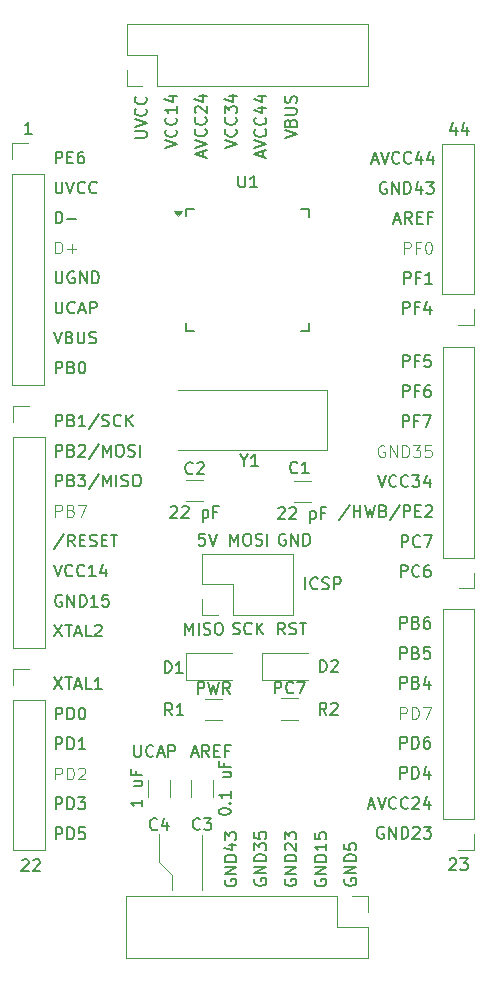
<source format=gbr>
%TF.GenerationSoftware,KiCad,Pcbnew,8.0.2*%
%TF.CreationDate,2024-07-23T13:49:49-06:00*%
%TF.ProjectId,32u4_breakout,33327534-5f62-4726-9561-6b6f75742e6b,rev?*%
%TF.SameCoordinates,Original*%
%TF.FileFunction,Legend,Top*%
%TF.FilePolarity,Positive*%
%FSLAX46Y46*%
G04 Gerber Fmt 4.6, Leading zero omitted, Abs format (unit mm)*
G04 Created by KiCad (PCBNEW 8.0.2) date 2024-07-23 13:49:49*
%MOMM*%
%LPD*%
G01*
G04 APERTURE LIST*
%ADD10C,0.100000*%
%ADD11C,0.150000*%
%ADD12C,0.125000*%
%ADD13C,0.120000*%
G04 APERTURE END LIST*
D10*
X132900000Y-109050000D02*
X132900000Y-111425000D01*
X133975000Y-112500000D02*
X133975000Y-113750000D01*
X136525000Y-109100000D02*
X136525000Y-113750000D01*
X132900000Y-111425000D02*
X133975000Y-112500000D01*
D11*
X143567438Y-112864411D02*
X143519819Y-112959649D01*
X143519819Y-112959649D02*
X143519819Y-113102506D01*
X143519819Y-113102506D02*
X143567438Y-113245363D01*
X143567438Y-113245363D02*
X143662676Y-113340601D01*
X143662676Y-113340601D02*
X143757914Y-113388220D01*
X143757914Y-113388220D02*
X143948390Y-113435839D01*
X143948390Y-113435839D02*
X144091247Y-113435839D01*
X144091247Y-113435839D02*
X144281723Y-113388220D01*
X144281723Y-113388220D02*
X144376961Y-113340601D01*
X144376961Y-113340601D02*
X144472200Y-113245363D01*
X144472200Y-113245363D02*
X144519819Y-113102506D01*
X144519819Y-113102506D02*
X144519819Y-113007268D01*
X144519819Y-113007268D02*
X144472200Y-112864411D01*
X144472200Y-112864411D02*
X144424580Y-112816792D01*
X144424580Y-112816792D02*
X144091247Y-112816792D01*
X144091247Y-112816792D02*
X144091247Y-113007268D01*
X144519819Y-112388220D02*
X143519819Y-112388220D01*
X143519819Y-112388220D02*
X144519819Y-111816792D01*
X144519819Y-111816792D02*
X143519819Y-111816792D01*
X144519819Y-111340601D02*
X143519819Y-111340601D01*
X143519819Y-111340601D02*
X143519819Y-111102506D01*
X143519819Y-111102506D02*
X143567438Y-110959649D01*
X143567438Y-110959649D02*
X143662676Y-110864411D01*
X143662676Y-110864411D02*
X143757914Y-110816792D01*
X143757914Y-110816792D02*
X143948390Y-110769173D01*
X143948390Y-110769173D02*
X144091247Y-110769173D01*
X144091247Y-110769173D02*
X144281723Y-110816792D01*
X144281723Y-110816792D02*
X144376961Y-110864411D01*
X144376961Y-110864411D02*
X144472200Y-110959649D01*
X144472200Y-110959649D02*
X144519819Y-111102506D01*
X144519819Y-111102506D02*
X144519819Y-111340601D01*
X143615057Y-110388220D02*
X143567438Y-110340601D01*
X143567438Y-110340601D02*
X143519819Y-110245363D01*
X143519819Y-110245363D02*
X143519819Y-110007268D01*
X143519819Y-110007268D02*
X143567438Y-109912030D01*
X143567438Y-109912030D02*
X143615057Y-109864411D01*
X143615057Y-109864411D02*
X143710295Y-109816792D01*
X143710295Y-109816792D02*
X143805533Y-109816792D01*
X143805533Y-109816792D02*
X143948390Y-109864411D01*
X143948390Y-109864411D02*
X144519819Y-110435839D01*
X144519819Y-110435839D02*
X144519819Y-109816792D01*
X143519819Y-109483458D02*
X143519819Y-108864411D01*
X143519819Y-108864411D02*
X143900771Y-109197744D01*
X143900771Y-109197744D02*
X143900771Y-109054887D01*
X143900771Y-109054887D02*
X143948390Y-108959649D01*
X143948390Y-108959649D02*
X143996009Y-108912030D01*
X143996009Y-108912030D02*
X144091247Y-108864411D01*
X144091247Y-108864411D02*
X144329342Y-108864411D01*
X144329342Y-108864411D02*
X144424580Y-108912030D01*
X144424580Y-108912030D02*
X144472200Y-108959649D01*
X144472200Y-108959649D02*
X144519819Y-109054887D01*
X144519819Y-109054887D02*
X144519819Y-109340601D01*
X144519819Y-109340601D02*
X144472200Y-109435839D01*
X144472200Y-109435839D02*
X144424580Y-109483458D01*
X153336779Y-104344819D02*
X153336779Y-103344819D01*
X153336779Y-103344819D02*
X153717731Y-103344819D01*
X153717731Y-103344819D02*
X153812969Y-103392438D01*
X153812969Y-103392438D02*
X153860588Y-103440057D01*
X153860588Y-103440057D02*
X153908207Y-103535295D01*
X153908207Y-103535295D02*
X153908207Y-103678152D01*
X153908207Y-103678152D02*
X153860588Y-103773390D01*
X153860588Y-103773390D02*
X153812969Y-103821009D01*
X153812969Y-103821009D02*
X153717731Y-103868628D01*
X153717731Y-103868628D02*
X153336779Y-103868628D01*
X154336779Y-104344819D02*
X154336779Y-103344819D01*
X154336779Y-103344819D02*
X154574874Y-103344819D01*
X154574874Y-103344819D02*
X154717731Y-103392438D01*
X154717731Y-103392438D02*
X154812969Y-103487676D01*
X154812969Y-103487676D02*
X154860588Y-103582914D01*
X154860588Y-103582914D02*
X154908207Y-103773390D01*
X154908207Y-103773390D02*
X154908207Y-103916247D01*
X154908207Y-103916247D02*
X154860588Y-104106723D01*
X154860588Y-104106723D02*
X154812969Y-104201961D01*
X154812969Y-104201961D02*
X154717731Y-104297200D01*
X154717731Y-104297200D02*
X154574874Y-104344819D01*
X154574874Y-104344819D02*
X154336779Y-104344819D01*
X155765350Y-103678152D02*
X155765350Y-104344819D01*
X155527255Y-103297200D02*
X155289160Y-104011485D01*
X155289160Y-104011485D02*
X155908207Y-104011485D01*
X153636779Y-62444819D02*
X153636779Y-61444819D01*
X153636779Y-61444819D02*
X154017731Y-61444819D01*
X154017731Y-61444819D02*
X154112969Y-61492438D01*
X154112969Y-61492438D02*
X154160588Y-61540057D01*
X154160588Y-61540057D02*
X154208207Y-61635295D01*
X154208207Y-61635295D02*
X154208207Y-61778152D01*
X154208207Y-61778152D02*
X154160588Y-61873390D01*
X154160588Y-61873390D02*
X154112969Y-61921009D01*
X154112969Y-61921009D02*
X154017731Y-61968628D01*
X154017731Y-61968628D02*
X153636779Y-61968628D01*
X154970112Y-61921009D02*
X154636779Y-61921009D01*
X154636779Y-62444819D02*
X154636779Y-61444819D01*
X154636779Y-61444819D02*
X155112969Y-61444819D01*
X156017731Y-62444819D02*
X155446303Y-62444819D01*
X155732017Y-62444819D02*
X155732017Y-61444819D01*
X155732017Y-61444819D02*
X155636779Y-61587676D01*
X155636779Y-61587676D02*
X155541541Y-61682914D01*
X155541541Y-61682914D02*
X155446303Y-61730533D01*
X146117438Y-112889411D02*
X146069819Y-112984649D01*
X146069819Y-112984649D02*
X146069819Y-113127506D01*
X146069819Y-113127506D02*
X146117438Y-113270363D01*
X146117438Y-113270363D02*
X146212676Y-113365601D01*
X146212676Y-113365601D02*
X146307914Y-113413220D01*
X146307914Y-113413220D02*
X146498390Y-113460839D01*
X146498390Y-113460839D02*
X146641247Y-113460839D01*
X146641247Y-113460839D02*
X146831723Y-113413220D01*
X146831723Y-113413220D02*
X146926961Y-113365601D01*
X146926961Y-113365601D02*
X147022200Y-113270363D01*
X147022200Y-113270363D02*
X147069819Y-113127506D01*
X147069819Y-113127506D02*
X147069819Y-113032268D01*
X147069819Y-113032268D02*
X147022200Y-112889411D01*
X147022200Y-112889411D02*
X146974580Y-112841792D01*
X146974580Y-112841792D02*
X146641247Y-112841792D01*
X146641247Y-112841792D02*
X146641247Y-113032268D01*
X147069819Y-112413220D02*
X146069819Y-112413220D01*
X146069819Y-112413220D02*
X147069819Y-111841792D01*
X147069819Y-111841792D02*
X146069819Y-111841792D01*
X147069819Y-111365601D02*
X146069819Y-111365601D01*
X146069819Y-111365601D02*
X146069819Y-111127506D01*
X146069819Y-111127506D02*
X146117438Y-110984649D01*
X146117438Y-110984649D02*
X146212676Y-110889411D01*
X146212676Y-110889411D02*
X146307914Y-110841792D01*
X146307914Y-110841792D02*
X146498390Y-110794173D01*
X146498390Y-110794173D02*
X146641247Y-110794173D01*
X146641247Y-110794173D02*
X146831723Y-110841792D01*
X146831723Y-110841792D02*
X146926961Y-110889411D01*
X146926961Y-110889411D02*
X147022200Y-110984649D01*
X147022200Y-110984649D02*
X147069819Y-111127506D01*
X147069819Y-111127506D02*
X147069819Y-111365601D01*
X147069819Y-109841792D02*
X147069819Y-110413220D01*
X147069819Y-110127506D02*
X146069819Y-110127506D01*
X146069819Y-110127506D02*
X146212676Y-110222744D01*
X146212676Y-110222744D02*
X146307914Y-110317982D01*
X146307914Y-110317982D02*
X146355533Y-110413220D01*
X146069819Y-108937030D02*
X146069819Y-109413220D01*
X146069819Y-109413220D02*
X146546009Y-109460839D01*
X146546009Y-109460839D02*
X146498390Y-109413220D01*
X146498390Y-109413220D02*
X146450771Y-109317982D01*
X146450771Y-109317982D02*
X146450771Y-109079887D01*
X146450771Y-109079887D02*
X146498390Y-108984649D01*
X146498390Y-108984649D02*
X146546009Y-108937030D01*
X146546009Y-108937030D02*
X146641247Y-108889411D01*
X146641247Y-108889411D02*
X146879342Y-108889411D01*
X146879342Y-108889411D02*
X146974580Y-108937030D01*
X146974580Y-108937030D02*
X147022200Y-108984649D01*
X147022200Y-108984649D02*
X147069819Y-109079887D01*
X147069819Y-109079887D02*
X147069819Y-109317982D01*
X147069819Y-109317982D02*
X147022200Y-109413220D01*
X147022200Y-109413220D02*
X146974580Y-109460839D01*
X124136779Y-101849819D02*
X124136779Y-100849819D01*
X124136779Y-100849819D02*
X124517731Y-100849819D01*
X124517731Y-100849819D02*
X124612969Y-100897438D01*
X124612969Y-100897438D02*
X124660588Y-100945057D01*
X124660588Y-100945057D02*
X124708207Y-101040295D01*
X124708207Y-101040295D02*
X124708207Y-101183152D01*
X124708207Y-101183152D02*
X124660588Y-101278390D01*
X124660588Y-101278390D02*
X124612969Y-101326009D01*
X124612969Y-101326009D02*
X124517731Y-101373628D01*
X124517731Y-101373628D02*
X124136779Y-101373628D01*
X125136779Y-101849819D02*
X125136779Y-100849819D01*
X125136779Y-100849819D02*
X125374874Y-100849819D01*
X125374874Y-100849819D02*
X125517731Y-100897438D01*
X125517731Y-100897438D02*
X125612969Y-100992676D01*
X125612969Y-100992676D02*
X125660588Y-101087914D01*
X125660588Y-101087914D02*
X125708207Y-101278390D01*
X125708207Y-101278390D02*
X125708207Y-101421247D01*
X125708207Y-101421247D02*
X125660588Y-101611723D01*
X125660588Y-101611723D02*
X125612969Y-101706961D01*
X125612969Y-101706961D02*
X125517731Y-101802200D01*
X125517731Y-101802200D02*
X125374874Y-101849819D01*
X125374874Y-101849819D02*
X125136779Y-101849819D01*
X126660588Y-101849819D02*
X126089160Y-101849819D01*
X126374874Y-101849819D02*
X126374874Y-100849819D01*
X126374874Y-100849819D02*
X126279636Y-100992676D01*
X126279636Y-100992676D02*
X126184398Y-101087914D01*
X126184398Y-101087914D02*
X126089160Y-101135533D01*
X124136779Y-53799819D02*
X124136779Y-54609342D01*
X124136779Y-54609342D02*
X124184398Y-54704580D01*
X124184398Y-54704580D02*
X124232017Y-54752200D01*
X124232017Y-54752200D02*
X124327255Y-54799819D01*
X124327255Y-54799819D02*
X124517731Y-54799819D01*
X124517731Y-54799819D02*
X124612969Y-54752200D01*
X124612969Y-54752200D02*
X124660588Y-54704580D01*
X124660588Y-54704580D02*
X124708207Y-54609342D01*
X124708207Y-54609342D02*
X124708207Y-53799819D01*
X125041541Y-53799819D02*
X125374874Y-54799819D01*
X125374874Y-54799819D02*
X125708207Y-53799819D01*
X126612969Y-54704580D02*
X126565350Y-54752200D01*
X126565350Y-54752200D02*
X126422493Y-54799819D01*
X126422493Y-54799819D02*
X126327255Y-54799819D01*
X126327255Y-54799819D02*
X126184398Y-54752200D01*
X126184398Y-54752200D02*
X126089160Y-54656961D01*
X126089160Y-54656961D02*
X126041541Y-54561723D01*
X126041541Y-54561723D02*
X125993922Y-54371247D01*
X125993922Y-54371247D02*
X125993922Y-54228390D01*
X125993922Y-54228390D02*
X126041541Y-54037914D01*
X126041541Y-54037914D02*
X126089160Y-53942676D01*
X126089160Y-53942676D02*
X126184398Y-53847438D01*
X126184398Y-53847438D02*
X126327255Y-53799819D01*
X126327255Y-53799819D02*
X126422493Y-53799819D01*
X126422493Y-53799819D02*
X126565350Y-53847438D01*
X126565350Y-53847438D02*
X126612969Y-53895057D01*
X127612969Y-54704580D02*
X127565350Y-54752200D01*
X127565350Y-54752200D02*
X127422493Y-54799819D01*
X127422493Y-54799819D02*
X127327255Y-54799819D01*
X127327255Y-54799819D02*
X127184398Y-54752200D01*
X127184398Y-54752200D02*
X127089160Y-54656961D01*
X127089160Y-54656961D02*
X127041541Y-54561723D01*
X127041541Y-54561723D02*
X126993922Y-54371247D01*
X126993922Y-54371247D02*
X126993922Y-54228390D01*
X126993922Y-54228390D02*
X127041541Y-54037914D01*
X127041541Y-54037914D02*
X127089160Y-53942676D01*
X127089160Y-53942676D02*
X127184398Y-53847438D01*
X127184398Y-53847438D02*
X127327255Y-53799819D01*
X127327255Y-53799819D02*
X127422493Y-53799819D01*
X127422493Y-53799819D02*
X127565350Y-53847438D01*
X127565350Y-53847438D02*
X127612969Y-53895057D01*
X143544819Y-50131077D02*
X144544819Y-49797744D01*
X144544819Y-49797744D02*
X143544819Y-49464411D01*
X144021009Y-48797744D02*
X144068628Y-48654887D01*
X144068628Y-48654887D02*
X144116247Y-48607268D01*
X144116247Y-48607268D02*
X144211485Y-48559649D01*
X144211485Y-48559649D02*
X144354342Y-48559649D01*
X144354342Y-48559649D02*
X144449580Y-48607268D01*
X144449580Y-48607268D02*
X144497200Y-48654887D01*
X144497200Y-48654887D02*
X144544819Y-48750125D01*
X144544819Y-48750125D02*
X144544819Y-49131077D01*
X144544819Y-49131077D02*
X143544819Y-49131077D01*
X143544819Y-49131077D02*
X143544819Y-48797744D01*
X143544819Y-48797744D02*
X143592438Y-48702506D01*
X143592438Y-48702506D02*
X143640057Y-48654887D01*
X143640057Y-48654887D02*
X143735295Y-48607268D01*
X143735295Y-48607268D02*
X143830533Y-48607268D01*
X143830533Y-48607268D02*
X143925771Y-48654887D01*
X143925771Y-48654887D02*
X143973390Y-48702506D01*
X143973390Y-48702506D02*
X144021009Y-48797744D01*
X144021009Y-48797744D02*
X144021009Y-49131077D01*
X143544819Y-48131077D02*
X144354342Y-48131077D01*
X144354342Y-48131077D02*
X144449580Y-48083458D01*
X144449580Y-48083458D02*
X144497200Y-48035839D01*
X144497200Y-48035839D02*
X144544819Y-47940601D01*
X144544819Y-47940601D02*
X144544819Y-47750125D01*
X144544819Y-47750125D02*
X144497200Y-47654887D01*
X144497200Y-47654887D02*
X144449580Y-47607268D01*
X144449580Y-47607268D02*
X144354342Y-47559649D01*
X144354342Y-47559649D02*
X143544819Y-47559649D01*
X144497200Y-47131077D02*
X144544819Y-46988220D01*
X144544819Y-46988220D02*
X144544819Y-46750125D01*
X144544819Y-46750125D02*
X144497200Y-46654887D01*
X144497200Y-46654887D02*
X144449580Y-46607268D01*
X144449580Y-46607268D02*
X144354342Y-46559649D01*
X144354342Y-46559649D02*
X144259104Y-46559649D01*
X144259104Y-46559649D02*
X144163866Y-46607268D01*
X144163866Y-46607268D02*
X144116247Y-46654887D01*
X144116247Y-46654887D02*
X144068628Y-46750125D01*
X144068628Y-46750125D02*
X144021009Y-46940601D01*
X144021009Y-46940601D02*
X143973390Y-47035839D01*
X143973390Y-47035839D02*
X143925771Y-47083458D01*
X143925771Y-47083458D02*
X143830533Y-47131077D01*
X143830533Y-47131077D02*
X143735295Y-47131077D01*
X143735295Y-47131077D02*
X143640057Y-47083458D01*
X143640057Y-47083458D02*
X143592438Y-47035839D01*
X143592438Y-47035839D02*
X143544819Y-46940601D01*
X143544819Y-46940601D02*
X143544819Y-46702506D01*
X143544819Y-46702506D02*
X143592438Y-46559649D01*
D12*
X124120331Y-104401119D02*
X124120331Y-103401119D01*
X124120331Y-103401119D02*
X124501283Y-103401119D01*
X124501283Y-103401119D02*
X124596521Y-103448738D01*
X124596521Y-103448738D02*
X124644140Y-103496357D01*
X124644140Y-103496357D02*
X124691759Y-103591595D01*
X124691759Y-103591595D02*
X124691759Y-103734452D01*
X124691759Y-103734452D02*
X124644140Y-103829690D01*
X124644140Y-103829690D02*
X124596521Y-103877309D01*
X124596521Y-103877309D02*
X124501283Y-103924928D01*
X124501283Y-103924928D02*
X124120331Y-103924928D01*
X125120331Y-104401119D02*
X125120331Y-103401119D01*
X125120331Y-103401119D02*
X125358426Y-103401119D01*
X125358426Y-103401119D02*
X125501283Y-103448738D01*
X125501283Y-103448738D02*
X125596521Y-103543976D01*
X125596521Y-103543976D02*
X125644140Y-103639214D01*
X125644140Y-103639214D02*
X125691759Y-103829690D01*
X125691759Y-103829690D02*
X125691759Y-103972547D01*
X125691759Y-103972547D02*
X125644140Y-104163023D01*
X125644140Y-104163023D02*
X125596521Y-104258261D01*
X125596521Y-104258261D02*
X125501283Y-104353500D01*
X125501283Y-104353500D02*
X125358426Y-104401119D01*
X125358426Y-104401119D02*
X125120331Y-104401119D01*
X126072712Y-103496357D02*
X126120331Y-103448738D01*
X126120331Y-103448738D02*
X126215569Y-103401119D01*
X126215569Y-103401119D02*
X126453664Y-103401119D01*
X126453664Y-103401119D02*
X126548902Y-103448738D01*
X126548902Y-103448738D02*
X126596521Y-103496357D01*
X126596521Y-103496357D02*
X126644140Y-103591595D01*
X126644140Y-103591595D02*
X126644140Y-103686833D01*
X126644140Y-103686833D02*
X126596521Y-103829690D01*
X126596521Y-103829690D02*
X126025093Y-104401119D01*
X126025093Y-104401119D02*
X126644140Y-104401119D01*
X124120331Y-59876119D02*
X124120331Y-58876119D01*
X124120331Y-58876119D02*
X124358426Y-58876119D01*
X124358426Y-58876119D02*
X124501283Y-58923738D01*
X124501283Y-58923738D02*
X124596521Y-59018976D01*
X124596521Y-59018976D02*
X124644140Y-59114214D01*
X124644140Y-59114214D02*
X124691759Y-59304690D01*
X124691759Y-59304690D02*
X124691759Y-59447547D01*
X124691759Y-59447547D02*
X124644140Y-59638023D01*
X124644140Y-59638023D02*
X124596521Y-59733261D01*
X124596521Y-59733261D02*
X124501283Y-59828500D01*
X124501283Y-59828500D02*
X124358426Y-59876119D01*
X124358426Y-59876119D02*
X124120331Y-59876119D01*
X125120331Y-59495166D02*
X125882236Y-59495166D01*
X125501283Y-59876119D02*
X125501283Y-59114214D01*
D11*
X133394819Y-50956077D02*
X134394819Y-50622744D01*
X134394819Y-50622744D02*
X133394819Y-50289411D01*
X134299580Y-49384649D02*
X134347200Y-49432268D01*
X134347200Y-49432268D02*
X134394819Y-49575125D01*
X134394819Y-49575125D02*
X134394819Y-49670363D01*
X134394819Y-49670363D02*
X134347200Y-49813220D01*
X134347200Y-49813220D02*
X134251961Y-49908458D01*
X134251961Y-49908458D02*
X134156723Y-49956077D01*
X134156723Y-49956077D02*
X133966247Y-50003696D01*
X133966247Y-50003696D02*
X133823390Y-50003696D01*
X133823390Y-50003696D02*
X133632914Y-49956077D01*
X133632914Y-49956077D02*
X133537676Y-49908458D01*
X133537676Y-49908458D02*
X133442438Y-49813220D01*
X133442438Y-49813220D02*
X133394819Y-49670363D01*
X133394819Y-49670363D02*
X133394819Y-49575125D01*
X133394819Y-49575125D02*
X133442438Y-49432268D01*
X133442438Y-49432268D02*
X133490057Y-49384649D01*
X134299580Y-48384649D02*
X134347200Y-48432268D01*
X134347200Y-48432268D02*
X134394819Y-48575125D01*
X134394819Y-48575125D02*
X134394819Y-48670363D01*
X134394819Y-48670363D02*
X134347200Y-48813220D01*
X134347200Y-48813220D02*
X134251961Y-48908458D01*
X134251961Y-48908458D02*
X134156723Y-48956077D01*
X134156723Y-48956077D02*
X133966247Y-49003696D01*
X133966247Y-49003696D02*
X133823390Y-49003696D01*
X133823390Y-49003696D02*
X133632914Y-48956077D01*
X133632914Y-48956077D02*
X133537676Y-48908458D01*
X133537676Y-48908458D02*
X133442438Y-48813220D01*
X133442438Y-48813220D02*
X133394819Y-48670363D01*
X133394819Y-48670363D02*
X133394819Y-48575125D01*
X133394819Y-48575125D02*
X133442438Y-48432268D01*
X133442438Y-48432268D02*
X133490057Y-48384649D01*
X134394819Y-47432268D02*
X134394819Y-48003696D01*
X134394819Y-47717982D02*
X133394819Y-47717982D01*
X133394819Y-47717982D02*
X133537676Y-47813220D01*
X133537676Y-47813220D02*
X133632914Y-47908458D01*
X133632914Y-47908458D02*
X133680533Y-48003696D01*
X133728152Y-46575125D02*
X134394819Y-46575125D01*
X133347200Y-46813220D02*
X134061485Y-47051315D01*
X134061485Y-47051315D02*
X134061485Y-46432268D01*
X153511779Y-74569819D02*
X153511779Y-73569819D01*
X153511779Y-73569819D02*
X153892731Y-73569819D01*
X153892731Y-73569819D02*
X153987969Y-73617438D01*
X153987969Y-73617438D02*
X154035588Y-73665057D01*
X154035588Y-73665057D02*
X154083207Y-73760295D01*
X154083207Y-73760295D02*
X154083207Y-73903152D01*
X154083207Y-73903152D02*
X154035588Y-73998390D01*
X154035588Y-73998390D02*
X153987969Y-74046009D01*
X153987969Y-74046009D02*
X153892731Y-74093628D01*
X153892731Y-74093628D02*
X153511779Y-74093628D01*
X154845112Y-74046009D02*
X154511779Y-74046009D01*
X154511779Y-74569819D02*
X154511779Y-73569819D01*
X154511779Y-73569819D02*
X154987969Y-73569819D01*
X155273684Y-73569819D02*
X155940350Y-73569819D01*
X155940350Y-73569819D02*
X155511779Y-74569819D01*
X153436779Y-84744819D02*
X153436779Y-83744819D01*
X153436779Y-83744819D02*
X153817731Y-83744819D01*
X153817731Y-83744819D02*
X153912969Y-83792438D01*
X153912969Y-83792438D02*
X153960588Y-83840057D01*
X153960588Y-83840057D02*
X154008207Y-83935295D01*
X154008207Y-83935295D02*
X154008207Y-84078152D01*
X154008207Y-84078152D02*
X153960588Y-84173390D01*
X153960588Y-84173390D02*
X153912969Y-84221009D01*
X153912969Y-84221009D02*
X153817731Y-84268628D01*
X153817731Y-84268628D02*
X153436779Y-84268628D01*
X155008207Y-84649580D02*
X154960588Y-84697200D01*
X154960588Y-84697200D02*
X154817731Y-84744819D01*
X154817731Y-84744819D02*
X154722493Y-84744819D01*
X154722493Y-84744819D02*
X154579636Y-84697200D01*
X154579636Y-84697200D02*
X154484398Y-84601961D01*
X154484398Y-84601961D02*
X154436779Y-84506723D01*
X154436779Y-84506723D02*
X154389160Y-84316247D01*
X154389160Y-84316247D02*
X154389160Y-84173390D01*
X154389160Y-84173390D02*
X154436779Y-83982914D01*
X154436779Y-83982914D02*
X154484398Y-83887676D01*
X154484398Y-83887676D02*
X154579636Y-83792438D01*
X154579636Y-83792438D02*
X154722493Y-83744819D01*
X154722493Y-83744819D02*
X154817731Y-83744819D01*
X154817731Y-83744819D02*
X154960588Y-83792438D01*
X154960588Y-83792438D02*
X155008207Y-83840057D01*
X155341541Y-83744819D02*
X156008207Y-83744819D01*
X156008207Y-83744819D02*
X155579636Y-84744819D01*
X124136779Y-57324819D02*
X124136779Y-56324819D01*
X124136779Y-56324819D02*
X124374874Y-56324819D01*
X124374874Y-56324819D02*
X124517731Y-56372438D01*
X124517731Y-56372438D02*
X124612969Y-56467676D01*
X124612969Y-56467676D02*
X124660588Y-56562914D01*
X124660588Y-56562914D02*
X124708207Y-56753390D01*
X124708207Y-56753390D02*
X124708207Y-56896247D01*
X124708207Y-56896247D02*
X124660588Y-57086723D01*
X124660588Y-57086723D02*
X124612969Y-57181961D01*
X124612969Y-57181961D02*
X124517731Y-57277200D01*
X124517731Y-57277200D02*
X124374874Y-57324819D01*
X124374874Y-57324819D02*
X124136779Y-57324819D01*
X125136779Y-56943866D02*
X125898684Y-56943866D01*
X138926779Y-84604819D02*
X138926779Y-83604819D01*
X138926779Y-83604819D02*
X139260112Y-84319104D01*
X139260112Y-84319104D02*
X139593445Y-83604819D01*
X139593445Y-83604819D02*
X139593445Y-84604819D01*
X140260112Y-83604819D02*
X140450588Y-83604819D01*
X140450588Y-83604819D02*
X140545826Y-83652438D01*
X140545826Y-83652438D02*
X140641064Y-83747676D01*
X140641064Y-83747676D02*
X140688683Y-83938152D01*
X140688683Y-83938152D02*
X140688683Y-84271485D01*
X140688683Y-84271485D02*
X140641064Y-84461961D01*
X140641064Y-84461961D02*
X140545826Y-84557200D01*
X140545826Y-84557200D02*
X140450588Y-84604819D01*
X140450588Y-84604819D02*
X140260112Y-84604819D01*
X140260112Y-84604819D02*
X140164874Y-84557200D01*
X140164874Y-84557200D02*
X140069636Y-84461961D01*
X140069636Y-84461961D02*
X140022017Y-84271485D01*
X140022017Y-84271485D02*
X140022017Y-83938152D01*
X140022017Y-83938152D02*
X140069636Y-83747676D01*
X140069636Y-83747676D02*
X140164874Y-83652438D01*
X140164874Y-83652438D02*
X140260112Y-83604819D01*
X141069636Y-84557200D02*
X141212493Y-84604819D01*
X141212493Y-84604819D02*
X141450588Y-84604819D01*
X141450588Y-84604819D02*
X141545826Y-84557200D01*
X141545826Y-84557200D02*
X141593445Y-84509580D01*
X141593445Y-84509580D02*
X141641064Y-84414342D01*
X141641064Y-84414342D02*
X141641064Y-84319104D01*
X141641064Y-84319104D02*
X141593445Y-84223866D01*
X141593445Y-84223866D02*
X141545826Y-84176247D01*
X141545826Y-84176247D02*
X141450588Y-84128628D01*
X141450588Y-84128628D02*
X141260112Y-84081009D01*
X141260112Y-84081009D02*
X141164874Y-84033390D01*
X141164874Y-84033390D02*
X141117255Y-83985771D01*
X141117255Y-83985771D02*
X141069636Y-83890533D01*
X141069636Y-83890533D02*
X141069636Y-83795295D01*
X141069636Y-83795295D02*
X141117255Y-83700057D01*
X141117255Y-83700057D02*
X141164874Y-83652438D01*
X141164874Y-83652438D02*
X141260112Y-83604819D01*
X141260112Y-83604819D02*
X141498207Y-83604819D01*
X141498207Y-83604819D02*
X141641064Y-83652438D01*
X142069636Y-84604819D02*
X142069636Y-83604819D01*
X150914160Y-51984104D02*
X151390350Y-51984104D01*
X150818922Y-52269819D02*
X151152255Y-51269819D01*
X151152255Y-51269819D02*
X151485588Y-52269819D01*
X151676065Y-51269819D02*
X152009398Y-52269819D01*
X152009398Y-52269819D02*
X152342731Y-51269819D01*
X153247493Y-52174580D02*
X153199874Y-52222200D01*
X153199874Y-52222200D02*
X153057017Y-52269819D01*
X153057017Y-52269819D02*
X152961779Y-52269819D01*
X152961779Y-52269819D02*
X152818922Y-52222200D01*
X152818922Y-52222200D02*
X152723684Y-52126961D01*
X152723684Y-52126961D02*
X152676065Y-52031723D01*
X152676065Y-52031723D02*
X152628446Y-51841247D01*
X152628446Y-51841247D02*
X152628446Y-51698390D01*
X152628446Y-51698390D02*
X152676065Y-51507914D01*
X152676065Y-51507914D02*
X152723684Y-51412676D01*
X152723684Y-51412676D02*
X152818922Y-51317438D01*
X152818922Y-51317438D02*
X152961779Y-51269819D01*
X152961779Y-51269819D02*
X153057017Y-51269819D01*
X153057017Y-51269819D02*
X153199874Y-51317438D01*
X153199874Y-51317438D02*
X153247493Y-51365057D01*
X154247493Y-52174580D02*
X154199874Y-52222200D01*
X154199874Y-52222200D02*
X154057017Y-52269819D01*
X154057017Y-52269819D02*
X153961779Y-52269819D01*
X153961779Y-52269819D02*
X153818922Y-52222200D01*
X153818922Y-52222200D02*
X153723684Y-52126961D01*
X153723684Y-52126961D02*
X153676065Y-52031723D01*
X153676065Y-52031723D02*
X153628446Y-51841247D01*
X153628446Y-51841247D02*
X153628446Y-51698390D01*
X153628446Y-51698390D02*
X153676065Y-51507914D01*
X153676065Y-51507914D02*
X153723684Y-51412676D01*
X153723684Y-51412676D02*
X153818922Y-51317438D01*
X153818922Y-51317438D02*
X153961779Y-51269819D01*
X153961779Y-51269819D02*
X154057017Y-51269819D01*
X154057017Y-51269819D02*
X154199874Y-51317438D01*
X154199874Y-51317438D02*
X154247493Y-51365057D01*
X155104636Y-51603152D02*
X155104636Y-52269819D01*
X154866541Y-51222200D02*
X154628446Y-51936485D01*
X154628446Y-51936485D02*
X155247493Y-51936485D01*
X156057017Y-51603152D02*
X156057017Y-52269819D01*
X155818922Y-51222200D02*
X155580827Y-51936485D01*
X155580827Y-51936485D02*
X156199874Y-51936485D01*
D12*
X153320331Y-99271119D02*
X153320331Y-98271119D01*
X153320331Y-98271119D02*
X153701283Y-98271119D01*
X153701283Y-98271119D02*
X153796521Y-98318738D01*
X153796521Y-98318738D02*
X153844140Y-98366357D01*
X153844140Y-98366357D02*
X153891759Y-98461595D01*
X153891759Y-98461595D02*
X153891759Y-98604452D01*
X153891759Y-98604452D02*
X153844140Y-98699690D01*
X153844140Y-98699690D02*
X153796521Y-98747309D01*
X153796521Y-98747309D02*
X153701283Y-98794928D01*
X153701283Y-98794928D02*
X153320331Y-98794928D01*
X154320331Y-99271119D02*
X154320331Y-98271119D01*
X154320331Y-98271119D02*
X154558426Y-98271119D01*
X154558426Y-98271119D02*
X154701283Y-98318738D01*
X154701283Y-98318738D02*
X154796521Y-98413976D01*
X154796521Y-98413976D02*
X154844140Y-98509214D01*
X154844140Y-98509214D02*
X154891759Y-98699690D01*
X154891759Y-98699690D02*
X154891759Y-98842547D01*
X154891759Y-98842547D02*
X154844140Y-99033023D01*
X154844140Y-99033023D02*
X154796521Y-99128261D01*
X154796521Y-99128261D02*
X154701283Y-99223500D01*
X154701283Y-99223500D02*
X154558426Y-99271119D01*
X154558426Y-99271119D02*
X154320331Y-99271119D01*
X155225093Y-98271119D02*
X155891759Y-98271119D01*
X155891759Y-98271119D02*
X155463188Y-99271119D01*
D11*
X151910588Y-108467438D02*
X151815350Y-108419819D01*
X151815350Y-108419819D02*
X151672493Y-108419819D01*
X151672493Y-108419819D02*
X151529636Y-108467438D01*
X151529636Y-108467438D02*
X151434398Y-108562676D01*
X151434398Y-108562676D02*
X151386779Y-108657914D01*
X151386779Y-108657914D02*
X151339160Y-108848390D01*
X151339160Y-108848390D02*
X151339160Y-108991247D01*
X151339160Y-108991247D02*
X151386779Y-109181723D01*
X151386779Y-109181723D02*
X151434398Y-109276961D01*
X151434398Y-109276961D02*
X151529636Y-109372200D01*
X151529636Y-109372200D02*
X151672493Y-109419819D01*
X151672493Y-109419819D02*
X151767731Y-109419819D01*
X151767731Y-109419819D02*
X151910588Y-109372200D01*
X151910588Y-109372200D02*
X151958207Y-109324580D01*
X151958207Y-109324580D02*
X151958207Y-108991247D01*
X151958207Y-108991247D02*
X151767731Y-108991247D01*
X152386779Y-109419819D02*
X152386779Y-108419819D01*
X152386779Y-108419819D02*
X152958207Y-109419819D01*
X152958207Y-109419819D02*
X152958207Y-108419819D01*
X153434398Y-109419819D02*
X153434398Y-108419819D01*
X153434398Y-108419819D02*
X153672493Y-108419819D01*
X153672493Y-108419819D02*
X153815350Y-108467438D01*
X153815350Y-108467438D02*
X153910588Y-108562676D01*
X153910588Y-108562676D02*
X153958207Y-108657914D01*
X153958207Y-108657914D02*
X154005826Y-108848390D01*
X154005826Y-108848390D02*
X154005826Y-108991247D01*
X154005826Y-108991247D02*
X153958207Y-109181723D01*
X153958207Y-109181723D02*
X153910588Y-109276961D01*
X153910588Y-109276961D02*
X153815350Y-109372200D01*
X153815350Y-109372200D02*
X153672493Y-109419819D01*
X153672493Y-109419819D02*
X153434398Y-109419819D01*
X154386779Y-108515057D02*
X154434398Y-108467438D01*
X154434398Y-108467438D02*
X154529636Y-108419819D01*
X154529636Y-108419819D02*
X154767731Y-108419819D01*
X154767731Y-108419819D02*
X154862969Y-108467438D01*
X154862969Y-108467438D02*
X154910588Y-108515057D01*
X154910588Y-108515057D02*
X154958207Y-108610295D01*
X154958207Y-108610295D02*
X154958207Y-108705533D01*
X154958207Y-108705533D02*
X154910588Y-108848390D01*
X154910588Y-108848390D02*
X154339160Y-109419819D01*
X154339160Y-109419819D02*
X154958207Y-109419819D01*
X155291541Y-108419819D02*
X155910588Y-108419819D01*
X155910588Y-108419819D02*
X155577255Y-108800771D01*
X155577255Y-108800771D02*
X155720112Y-108800771D01*
X155720112Y-108800771D02*
X155815350Y-108848390D01*
X155815350Y-108848390D02*
X155862969Y-108896009D01*
X155862969Y-108896009D02*
X155910588Y-108991247D01*
X155910588Y-108991247D02*
X155910588Y-109229342D01*
X155910588Y-109229342D02*
X155862969Y-109324580D01*
X155862969Y-109324580D02*
X155815350Y-109372200D01*
X155815350Y-109372200D02*
X155720112Y-109419819D01*
X155720112Y-109419819D02*
X155434398Y-109419819D01*
X155434398Y-109419819D02*
X155339160Y-109372200D01*
X155339160Y-109372200D02*
X155291541Y-109324580D01*
X153336779Y-101794819D02*
X153336779Y-100794819D01*
X153336779Y-100794819D02*
X153717731Y-100794819D01*
X153717731Y-100794819D02*
X153812969Y-100842438D01*
X153812969Y-100842438D02*
X153860588Y-100890057D01*
X153860588Y-100890057D02*
X153908207Y-100985295D01*
X153908207Y-100985295D02*
X153908207Y-101128152D01*
X153908207Y-101128152D02*
X153860588Y-101223390D01*
X153860588Y-101223390D02*
X153812969Y-101271009D01*
X153812969Y-101271009D02*
X153717731Y-101318628D01*
X153717731Y-101318628D02*
X153336779Y-101318628D01*
X154336779Y-101794819D02*
X154336779Y-100794819D01*
X154336779Y-100794819D02*
X154574874Y-100794819D01*
X154574874Y-100794819D02*
X154717731Y-100842438D01*
X154717731Y-100842438D02*
X154812969Y-100937676D01*
X154812969Y-100937676D02*
X154860588Y-101032914D01*
X154860588Y-101032914D02*
X154908207Y-101223390D01*
X154908207Y-101223390D02*
X154908207Y-101366247D01*
X154908207Y-101366247D02*
X154860588Y-101556723D01*
X154860588Y-101556723D02*
X154812969Y-101651961D01*
X154812969Y-101651961D02*
X154717731Y-101747200D01*
X154717731Y-101747200D02*
X154574874Y-101794819D01*
X154574874Y-101794819D02*
X154336779Y-101794819D01*
X155765350Y-100794819D02*
X155574874Y-100794819D01*
X155574874Y-100794819D02*
X155479636Y-100842438D01*
X155479636Y-100842438D02*
X155432017Y-100890057D01*
X155432017Y-100890057D02*
X155336779Y-101032914D01*
X155336779Y-101032914D02*
X155289160Y-101223390D01*
X155289160Y-101223390D02*
X155289160Y-101604342D01*
X155289160Y-101604342D02*
X155336779Y-101699580D01*
X155336779Y-101699580D02*
X155384398Y-101747200D01*
X155384398Y-101747200D02*
X155479636Y-101794819D01*
X155479636Y-101794819D02*
X155670112Y-101794819D01*
X155670112Y-101794819D02*
X155765350Y-101747200D01*
X155765350Y-101747200D02*
X155812969Y-101699580D01*
X155812969Y-101699580D02*
X155860588Y-101604342D01*
X155860588Y-101604342D02*
X155860588Y-101366247D01*
X155860588Y-101366247D02*
X155812969Y-101271009D01*
X155812969Y-101271009D02*
X155765350Y-101223390D01*
X155765350Y-101223390D02*
X155670112Y-101175771D01*
X155670112Y-101175771D02*
X155479636Y-101175771D01*
X155479636Y-101175771D02*
X155384398Y-101223390D01*
X155384398Y-101223390D02*
X155336779Y-101271009D01*
X155336779Y-101271009D02*
X155289160Y-101366247D01*
X130786779Y-101494819D02*
X130786779Y-102304342D01*
X130786779Y-102304342D02*
X130834398Y-102399580D01*
X130834398Y-102399580D02*
X130882017Y-102447200D01*
X130882017Y-102447200D02*
X130977255Y-102494819D01*
X130977255Y-102494819D02*
X131167731Y-102494819D01*
X131167731Y-102494819D02*
X131262969Y-102447200D01*
X131262969Y-102447200D02*
X131310588Y-102399580D01*
X131310588Y-102399580D02*
X131358207Y-102304342D01*
X131358207Y-102304342D02*
X131358207Y-101494819D01*
X132405826Y-102399580D02*
X132358207Y-102447200D01*
X132358207Y-102447200D02*
X132215350Y-102494819D01*
X132215350Y-102494819D02*
X132120112Y-102494819D01*
X132120112Y-102494819D02*
X131977255Y-102447200D01*
X131977255Y-102447200D02*
X131882017Y-102351961D01*
X131882017Y-102351961D02*
X131834398Y-102256723D01*
X131834398Y-102256723D02*
X131786779Y-102066247D01*
X131786779Y-102066247D02*
X131786779Y-101923390D01*
X131786779Y-101923390D02*
X131834398Y-101732914D01*
X131834398Y-101732914D02*
X131882017Y-101637676D01*
X131882017Y-101637676D02*
X131977255Y-101542438D01*
X131977255Y-101542438D02*
X132120112Y-101494819D01*
X132120112Y-101494819D02*
X132215350Y-101494819D01*
X132215350Y-101494819D02*
X132358207Y-101542438D01*
X132358207Y-101542438D02*
X132405826Y-101590057D01*
X132786779Y-102209104D02*
X133262969Y-102209104D01*
X132691541Y-102494819D02*
X133024874Y-101494819D01*
X133024874Y-101494819D02*
X133358207Y-102494819D01*
X133691541Y-102494819D02*
X133691541Y-101494819D01*
X133691541Y-101494819D02*
X134072493Y-101494819D01*
X134072493Y-101494819D02*
X134167731Y-101542438D01*
X134167731Y-101542438D02*
X134215350Y-101590057D01*
X134215350Y-101590057D02*
X134262969Y-101685295D01*
X134262969Y-101685295D02*
X134262969Y-101828152D01*
X134262969Y-101828152D02*
X134215350Y-101923390D01*
X134215350Y-101923390D02*
X134167731Y-101971009D01*
X134167731Y-101971009D02*
X134072493Y-102018628D01*
X134072493Y-102018628D02*
X133691541Y-102018628D01*
X135664160Y-102209104D02*
X136140350Y-102209104D01*
X135568922Y-102494819D02*
X135902255Y-101494819D01*
X135902255Y-101494819D02*
X136235588Y-102494819D01*
X137140350Y-102494819D02*
X136807017Y-102018628D01*
X136568922Y-102494819D02*
X136568922Y-101494819D01*
X136568922Y-101494819D02*
X136949874Y-101494819D01*
X136949874Y-101494819D02*
X137045112Y-101542438D01*
X137045112Y-101542438D02*
X137092731Y-101590057D01*
X137092731Y-101590057D02*
X137140350Y-101685295D01*
X137140350Y-101685295D02*
X137140350Y-101828152D01*
X137140350Y-101828152D02*
X137092731Y-101923390D01*
X137092731Y-101923390D02*
X137045112Y-101971009D01*
X137045112Y-101971009D02*
X136949874Y-102018628D01*
X136949874Y-102018628D02*
X136568922Y-102018628D01*
X137568922Y-101971009D02*
X137902255Y-101971009D01*
X138045112Y-102494819D02*
X137568922Y-102494819D01*
X137568922Y-102494819D02*
X137568922Y-101494819D01*
X137568922Y-101494819D02*
X138045112Y-101494819D01*
X138807017Y-101971009D02*
X138473684Y-101971009D01*
X138473684Y-102494819D02*
X138473684Y-101494819D01*
X138473684Y-101494819D02*
X138949874Y-101494819D01*
X141017438Y-112839411D02*
X140969819Y-112934649D01*
X140969819Y-112934649D02*
X140969819Y-113077506D01*
X140969819Y-113077506D02*
X141017438Y-113220363D01*
X141017438Y-113220363D02*
X141112676Y-113315601D01*
X141112676Y-113315601D02*
X141207914Y-113363220D01*
X141207914Y-113363220D02*
X141398390Y-113410839D01*
X141398390Y-113410839D02*
X141541247Y-113410839D01*
X141541247Y-113410839D02*
X141731723Y-113363220D01*
X141731723Y-113363220D02*
X141826961Y-113315601D01*
X141826961Y-113315601D02*
X141922200Y-113220363D01*
X141922200Y-113220363D02*
X141969819Y-113077506D01*
X141969819Y-113077506D02*
X141969819Y-112982268D01*
X141969819Y-112982268D02*
X141922200Y-112839411D01*
X141922200Y-112839411D02*
X141874580Y-112791792D01*
X141874580Y-112791792D02*
X141541247Y-112791792D01*
X141541247Y-112791792D02*
X141541247Y-112982268D01*
X141969819Y-112363220D02*
X140969819Y-112363220D01*
X140969819Y-112363220D02*
X141969819Y-111791792D01*
X141969819Y-111791792D02*
X140969819Y-111791792D01*
X141969819Y-111315601D02*
X140969819Y-111315601D01*
X140969819Y-111315601D02*
X140969819Y-111077506D01*
X140969819Y-111077506D02*
X141017438Y-110934649D01*
X141017438Y-110934649D02*
X141112676Y-110839411D01*
X141112676Y-110839411D02*
X141207914Y-110791792D01*
X141207914Y-110791792D02*
X141398390Y-110744173D01*
X141398390Y-110744173D02*
X141541247Y-110744173D01*
X141541247Y-110744173D02*
X141731723Y-110791792D01*
X141731723Y-110791792D02*
X141826961Y-110839411D01*
X141826961Y-110839411D02*
X141922200Y-110934649D01*
X141922200Y-110934649D02*
X141969819Y-111077506D01*
X141969819Y-111077506D02*
X141969819Y-111315601D01*
X140969819Y-110410839D02*
X140969819Y-109791792D01*
X140969819Y-109791792D02*
X141350771Y-110125125D01*
X141350771Y-110125125D02*
X141350771Y-109982268D01*
X141350771Y-109982268D02*
X141398390Y-109887030D01*
X141398390Y-109887030D02*
X141446009Y-109839411D01*
X141446009Y-109839411D02*
X141541247Y-109791792D01*
X141541247Y-109791792D02*
X141779342Y-109791792D01*
X141779342Y-109791792D02*
X141874580Y-109839411D01*
X141874580Y-109839411D02*
X141922200Y-109887030D01*
X141922200Y-109887030D02*
X141969819Y-109982268D01*
X141969819Y-109982268D02*
X141969819Y-110267982D01*
X141969819Y-110267982D02*
X141922200Y-110363220D01*
X141922200Y-110363220D02*
X141874580Y-110410839D01*
X140969819Y-108887030D02*
X140969819Y-109363220D01*
X140969819Y-109363220D02*
X141446009Y-109410839D01*
X141446009Y-109410839D02*
X141398390Y-109363220D01*
X141398390Y-109363220D02*
X141350771Y-109267982D01*
X141350771Y-109267982D02*
X141350771Y-109029887D01*
X141350771Y-109029887D02*
X141398390Y-108934649D01*
X141398390Y-108934649D02*
X141446009Y-108887030D01*
X141446009Y-108887030D02*
X141541247Y-108839411D01*
X141541247Y-108839411D02*
X141779342Y-108839411D01*
X141779342Y-108839411D02*
X141874580Y-108887030D01*
X141874580Y-108887030D02*
X141922200Y-108934649D01*
X141922200Y-108934649D02*
X141969819Y-109029887D01*
X141969819Y-109029887D02*
X141969819Y-109267982D01*
X141969819Y-109267982D02*
X141922200Y-109363220D01*
X141922200Y-109363220D02*
X141874580Y-109410839D01*
X122110588Y-49744819D02*
X121539160Y-49744819D01*
X121824874Y-49744819D02*
X121824874Y-48744819D01*
X121824874Y-48744819D02*
X121729636Y-48887676D01*
X121729636Y-48887676D02*
X121634398Y-48982914D01*
X121634398Y-48982914D02*
X121539160Y-49030533D01*
X124136779Y-70024819D02*
X124136779Y-69024819D01*
X124136779Y-69024819D02*
X124517731Y-69024819D01*
X124517731Y-69024819D02*
X124612969Y-69072438D01*
X124612969Y-69072438D02*
X124660588Y-69120057D01*
X124660588Y-69120057D02*
X124708207Y-69215295D01*
X124708207Y-69215295D02*
X124708207Y-69358152D01*
X124708207Y-69358152D02*
X124660588Y-69453390D01*
X124660588Y-69453390D02*
X124612969Y-69501009D01*
X124612969Y-69501009D02*
X124517731Y-69548628D01*
X124517731Y-69548628D02*
X124136779Y-69548628D01*
X125470112Y-69501009D02*
X125612969Y-69548628D01*
X125612969Y-69548628D02*
X125660588Y-69596247D01*
X125660588Y-69596247D02*
X125708207Y-69691485D01*
X125708207Y-69691485D02*
X125708207Y-69834342D01*
X125708207Y-69834342D02*
X125660588Y-69929580D01*
X125660588Y-69929580D02*
X125612969Y-69977200D01*
X125612969Y-69977200D02*
X125517731Y-70024819D01*
X125517731Y-70024819D02*
X125136779Y-70024819D01*
X125136779Y-70024819D02*
X125136779Y-69024819D01*
X125136779Y-69024819D02*
X125470112Y-69024819D01*
X125470112Y-69024819D02*
X125565350Y-69072438D01*
X125565350Y-69072438D02*
X125612969Y-69120057D01*
X125612969Y-69120057D02*
X125660588Y-69215295D01*
X125660588Y-69215295D02*
X125660588Y-69310533D01*
X125660588Y-69310533D02*
X125612969Y-69405771D01*
X125612969Y-69405771D02*
X125565350Y-69453390D01*
X125565350Y-69453390D02*
X125470112Y-69501009D01*
X125470112Y-69501009D02*
X125136779Y-69501009D01*
X126327255Y-69024819D02*
X126422493Y-69024819D01*
X126422493Y-69024819D02*
X126517731Y-69072438D01*
X126517731Y-69072438D02*
X126565350Y-69120057D01*
X126565350Y-69120057D02*
X126612969Y-69215295D01*
X126612969Y-69215295D02*
X126660588Y-69405771D01*
X126660588Y-69405771D02*
X126660588Y-69643866D01*
X126660588Y-69643866D02*
X126612969Y-69834342D01*
X126612969Y-69834342D02*
X126565350Y-69929580D01*
X126565350Y-69929580D02*
X126517731Y-69977200D01*
X126517731Y-69977200D02*
X126422493Y-70024819D01*
X126422493Y-70024819D02*
X126327255Y-70024819D01*
X126327255Y-70024819D02*
X126232017Y-69977200D01*
X126232017Y-69977200D02*
X126184398Y-69929580D01*
X126184398Y-69929580D02*
X126136779Y-69834342D01*
X126136779Y-69834342D02*
X126089160Y-69643866D01*
X126089160Y-69643866D02*
X126089160Y-69405771D01*
X126089160Y-69405771D02*
X126136779Y-69215295D01*
X126136779Y-69215295D02*
X126184398Y-69120057D01*
X126184398Y-69120057D02*
X126232017Y-69072438D01*
X126232017Y-69072438D02*
X126327255Y-69024819D01*
X153336779Y-96719819D02*
X153336779Y-95719819D01*
X153336779Y-95719819D02*
X153717731Y-95719819D01*
X153717731Y-95719819D02*
X153812969Y-95767438D01*
X153812969Y-95767438D02*
X153860588Y-95815057D01*
X153860588Y-95815057D02*
X153908207Y-95910295D01*
X153908207Y-95910295D02*
X153908207Y-96053152D01*
X153908207Y-96053152D02*
X153860588Y-96148390D01*
X153860588Y-96148390D02*
X153812969Y-96196009D01*
X153812969Y-96196009D02*
X153717731Y-96243628D01*
X153717731Y-96243628D02*
X153336779Y-96243628D01*
X154670112Y-96196009D02*
X154812969Y-96243628D01*
X154812969Y-96243628D02*
X154860588Y-96291247D01*
X154860588Y-96291247D02*
X154908207Y-96386485D01*
X154908207Y-96386485D02*
X154908207Y-96529342D01*
X154908207Y-96529342D02*
X154860588Y-96624580D01*
X154860588Y-96624580D02*
X154812969Y-96672200D01*
X154812969Y-96672200D02*
X154717731Y-96719819D01*
X154717731Y-96719819D02*
X154336779Y-96719819D01*
X154336779Y-96719819D02*
X154336779Y-95719819D01*
X154336779Y-95719819D02*
X154670112Y-95719819D01*
X154670112Y-95719819D02*
X154765350Y-95767438D01*
X154765350Y-95767438D02*
X154812969Y-95815057D01*
X154812969Y-95815057D02*
X154860588Y-95910295D01*
X154860588Y-95910295D02*
X154860588Y-96005533D01*
X154860588Y-96005533D02*
X154812969Y-96100771D01*
X154812969Y-96100771D02*
X154765350Y-96148390D01*
X154765350Y-96148390D02*
X154670112Y-96196009D01*
X154670112Y-96196009D02*
X154336779Y-96196009D01*
X155765350Y-96053152D02*
X155765350Y-96719819D01*
X155527255Y-95672200D02*
X155289160Y-96386485D01*
X155289160Y-96386485D02*
X155908207Y-96386485D01*
X153536779Y-64969819D02*
X153536779Y-63969819D01*
X153536779Y-63969819D02*
X153917731Y-63969819D01*
X153917731Y-63969819D02*
X154012969Y-64017438D01*
X154012969Y-64017438D02*
X154060588Y-64065057D01*
X154060588Y-64065057D02*
X154108207Y-64160295D01*
X154108207Y-64160295D02*
X154108207Y-64303152D01*
X154108207Y-64303152D02*
X154060588Y-64398390D01*
X154060588Y-64398390D02*
X154012969Y-64446009D01*
X154012969Y-64446009D02*
X153917731Y-64493628D01*
X153917731Y-64493628D02*
X153536779Y-64493628D01*
X154870112Y-64446009D02*
X154536779Y-64446009D01*
X154536779Y-64969819D02*
X154536779Y-63969819D01*
X154536779Y-63969819D02*
X155012969Y-63969819D01*
X155822493Y-64303152D02*
X155822493Y-64969819D01*
X155584398Y-63922200D02*
X155346303Y-64636485D01*
X155346303Y-64636485D02*
X155965350Y-64636485D01*
X124136779Y-74524819D02*
X124136779Y-73524819D01*
X124136779Y-73524819D02*
X124517731Y-73524819D01*
X124517731Y-73524819D02*
X124612969Y-73572438D01*
X124612969Y-73572438D02*
X124660588Y-73620057D01*
X124660588Y-73620057D02*
X124708207Y-73715295D01*
X124708207Y-73715295D02*
X124708207Y-73858152D01*
X124708207Y-73858152D02*
X124660588Y-73953390D01*
X124660588Y-73953390D02*
X124612969Y-74001009D01*
X124612969Y-74001009D02*
X124517731Y-74048628D01*
X124517731Y-74048628D02*
X124136779Y-74048628D01*
X125470112Y-74001009D02*
X125612969Y-74048628D01*
X125612969Y-74048628D02*
X125660588Y-74096247D01*
X125660588Y-74096247D02*
X125708207Y-74191485D01*
X125708207Y-74191485D02*
X125708207Y-74334342D01*
X125708207Y-74334342D02*
X125660588Y-74429580D01*
X125660588Y-74429580D02*
X125612969Y-74477200D01*
X125612969Y-74477200D02*
X125517731Y-74524819D01*
X125517731Y-74524819D02*
X125136779Y-74524819D01*
X125136779Y-74524819D02*
X125136779Y-73524819D01*
X125136779Y-73524819D02*
X125470112Y-73524819D01*
X125470112Y-73524819D02*
X125565350Y-73572438D01*
X125565350Y-73572438D02*
X125612969Y-73620057D01*
X125612969Y-73620057D02*
X125660588Y-73715295D01*
X125660588Y-73715295D02*
X125660588Y-73810533D01*
X125660588Y-73810533D02*
X125612969Y-73905771D01*
X125612969Y-73905771D02*
X125565350Y-73953390D01*
X125565350Y-73953390D02*
X125470112Y-74001009D01*
X125470112Y-74001009D02*
X125136779Y-74001009D01*
X126660588Y-74524819D02*
X126089160Y-74524819D01*
X126374874Y-74524819D02*
X126374874Y-73524819D01*
X126374874Y-73524819D02*
X126279636Y-73667676D01*
X126279636Y-73667676D02*
X126184398Y-73762914D01*
X126184398Y-73762914D02*
X126089160Y-73810533D01*
X127803445Y-73477200D02*
X126946303Y-74762914D01*
X128089160Y-74477200D02*
X128232017Y-74524819D01*
X128232017Y-74524819D02*
X128470112Y-74524819D01*
X128470112Y-74524819D02*
X128565350Y-74477200D01*
X128565350Y-74477200D02*
X128612969Y-74429580D01*
X128612969Y-74429580D02*
X128660588Y-74334342D01*
X128660588Y-74334342D02*
X128660588Y-74239104D01*
X128660588Y-74239104D02*
X128612969Y-74143866D01*
X128612969Y-74143866D02*
X128565350Y-74096247D01*
X128565350Y-74096247D02*
X128470112Y-74048628D01*
X128470112Y-74048628D02*
X128279636Y-74001009D01*
X128279636Y-74001009D02*
X128184398Y-73953390D01*
X128184398Y-73953390D02*
X128136779Y-73905771D01*
X128136779Y-73905771D02*
X128089160Y-73810533D01*
X128089160Y-73810533D02*
X128089160Y-73715295D01*
X128089160Y-73715295D02*
X128136779Y-73620057D01*
X128136779Y-73620057D02*
X128184398Y-73572438D01*
X128184398Y-73572438D02*
X128279636Y-73524819D01*
X128279636Y-73524819D02*
X128517731Y-73524819D01*
X128517731Y-73524819D02*
X128660588Y-73572438D01*
X129660588Y-74429580D02*
X129612969Y-74477200D01*
X129612969Y-74477200D02*
X129470112Y-74524819D01*
X129470112Y-74524819D02*
X129374874Y-74524819D01*
X129374874Y-74524819D02*
X129232017Y-74477200D01*
X129232017Y-74477200D02*
X129136779Y-74381961D01*
X129136779Y-74381961D02*
X129089160Y-74286723D01*
X129089160Y-74286723D02*
X129041541Y-74096247D01*
X129041541Y-74096247D02*
X129041541Y-73953390D01*
X129041541Y-73953390D02*
X129089160Y-73762914D01*
X129089160Y-73762914D02*
X129136779Y-73667676D01*
X129136779Y-73667676D02*
X129232017Y-73572438D01*
X129232017Y-73572438D02*
X129374874Y-73524819D01*
X129374874Y-73524819D02*
X129470112Y-73524819D01*
X129470112Y-73524819D02*
X129612969Y-73572438D01*
X129612969Y-73572438D02*
X129660588Y-73620057D01*
X130089160Y-74524819D02*
X130089160Y-73524819D01*
X130660588Y-74524819D02*
X130232017Y-73953390D01*
X130660588Y-73524819D02*
X130089160Y-74096247D01*
X124041541Y-95774819D02*
X124708207Y-96774819D01*
X124708207Y-95774819D02*
X124041541Y-96774819D01*
X124946303Y-95774819D02*
X125517731Y-95774819D01*
X125232017Y-96774819D02*
X125232017Y-95774819D01*
X125803446Y-96489104D02*
X126279636Y-96489104D01*
X125708208Y-96774819D02*
X126041541Y-95774819D01*
X126041541Y-95774819D02*
X126374874Y-96774819D01*
X127184398Y-96774819D02*
X126708208Y-96774819D01*
X126708208Y-96774819D02*
X126708208Y-95774819D01*
X128041541Y-96774819D02*
X127470113Y-96774819D01*
X127755827Y-96774819D02*
X127755827Y-95774819D01*
X127755827Y-95774819D02*
X127660589Y-95917676D01*
X127660589Y-95917676D02*
X127565351Y-96012914D01*
X127565351Y-96012914D02*
X127470113Y-96060533D01*
X124136779Y-109474819D02*
X124136779Y-108474819D01*
X124136779Y-108474819D02*
X124517731Y-108474819D01*
X124517731Y-108474819D02*
X124612969Y-108522438D01*
X124612969Y-108522438D02*
X124660588Y-108570057D01*
X124660588Y-108570057D02*
X124708207Y-108665295D01*
X124708207Y-108665295D02*
X124708207Y-108808152D01*
X124708207Y-108808152D02*
X124660588Y-108903390D01*
X124660588Y-108903390D02*
X124612969Y-108951009D01*
X124612969Y-108951009D02*
X124517731Y-108998628D01*
X124517731Y-108998628D02*
X124136779Y-108998628D01*
X125136779Y-109474819D02*
X125136779Y-108474819D01*
X125136779Y-108474819D02*
X125374874Y-108474819D01*
X125374874Y-108474819D02*
X125517731Y-108522438D01*
X125517731Y-108522438D02*
X125612969Y-108617676D01*
X125612969Y-108617676D02*
X125660588Y-108712914D01*
X125660588Y-108712914D02*
X125708207Y-108903390D01*
X125708207Y-108903390D02*
X125708207Y-109046247D01*
X125708207Y-109046247D02*
X125660588Y-109236723D01*
X125660588Y-109236723D02*
X125612969Y-109331961D01*
X125612969Y-109331961D02*
X125517731Y-109427200D01*
X125517731Y-109427200D02*
X125374874Y-109474819D01*
X125374874Y-109474819D02*
X125136779Y-109474819D01*
X126612969Y-108474819D02*
X126136779Y-108474819D01*
X126136779Y-108474819D02*
X126089160Y-108951009D01*
X126089160Y-108951009D02*
X126136779Y-108903390D01*
X126136779Y-108903390D02*
X126232017Y-108855771D01*
X126232017Y-108855771D02*
X126470112Y-108855771D01*
X126470112Y-108855771D02*
X126565350Y-108903390D01*
X126565350Y-108903390D02*
X126612969Y-108951009D01*
X126612969Y-108951009D02*
X126660588Y-109046247D01*
X126660588Y-109046247D02*
X126660588Y-109284342D01*
X126660588Y-109284342D02*
X126612969Y-109379580D01*
X126612969Y-109379580D02*
X126565350Y-109427200D01*
X126565350Y-109427200D02*
X126470112Y-109474819D01*
X126470112Y-109474819D02*
X126232017Y-109474819D01*
X126232017Y-109474819D02*
X126136779Y-109427200D01*
X126136779Y-109427200D02*
X126089160Y-109379580D01*
X138492438Y-112889411D02*
X138444819Y-112984649D01*
X138444819Y-112984649D02*
X138444819Y-113127506D01*
X138444819Y-113127506D02*
X138492438Y-113270363D01*
X138492438Y-113270363D02*
X138587676Y-113365601D01*
X138587676Y-113365601D02*
X138682914Y-113413220D01*
X138682914Y-113413220D02*
X138873390Y-113460839D01*
X138873390Y-113460839D02*
X139016247Y-113460839D01*
X139016247Y-113460839D02*
X139206723Y-113413220D01*
X139206723Y-113413220D02*
X139301961Y-113365601D01*
X139301961Y-113365601D02*
X139397200Y-113270363D01*
X139397200Y-113270363D02*
X139444819Y-113127506D01*
X139444819Y-113127506D02*
X139444819Y-113032268D01*
X139444819Y-113032268D02*
X139397200Y-112889411D01*
X139397200Y-112889411D02*
X139349580Y-112841792D01*
X139349580Y-112841792D02*
X139016247Y-112841792D01*
X139016247Y-112841792D02*
X139016247Y-113032268D01*
X139444819Y-112413220D02*
X138444819Y-112413220D01*
X138444819Y-112413220D02*
X139444819Y-111841792D01*
X139444819Y-111841792D02*
X138444819Y-111841792D01*
X139444819Y-111365601D02*
X138444819Y-111365601D01*
X138444819Y-111365601D02*
X138444819Y-111127506D01*
X138444819Y-111127506D02*
X138492438Y-110984649D01*
X138492438Y-110984649D02*
X138587676Y-110889411D01*
X138587676Y-110889411D02*
X138682914Y-110841792D01*
X138682914Y-110841792D02*
X138873390Y-110794173D01*
X138873390Y-110794173D02*
X139016247Y-110794173D01*
X139016247Y-110794173D02*
X139206723Y-110841792D01*
X139206723Y-110841792D02*
X139301961Y-110889411D01*
X139301961Y-110889411D02*
X139397200Y-110984649D01*
X139397200Y-110984649D02*
X139444819Y-111127506D01*
X139444819Y-111127506D02*
X139444819Y-111365601D01*
X138778152Y-109937030D02*
X139444819Y-109937030D01*
X138397200Y-110175125D02*
X139111485Y-110413220D01*
X139111485Y-110413220D02*
X139111485Y-109794173D01*
X138444819Y-109508458D02*
X138444819Y-108889411D01*
X138444819Y-108889411D02*
X138825771Y-109222744D01*
X138825771Y-109222744D02*
X138825771Y-109079887D01*
X138825771Y-109079887D02*
X138873390Y-108984649D01*
X138873390Y-108984649D02*
X138921009Y-108937030D01*
X138921009Y-108937030D02*
X139016247Y-108889411D01*
X139016247Y-108889411D02*
X139254342Y-108889411D01*
X139254342Y-108889411D02*
X139349580Y-108937030D01*
X139349580Y-108937030D02*
X139397200Y-108984649D01*
X139397200Y-108984649D02*
X139444819Y-109079887D01*
X139444819Y-109079887D02*
X139444819Y-109365601D01*
X139444819Y-109365601D02*
X139397200Y-109460839D01*
X139397200Y-109460839D02*
X139349580Y-109508458D01*
X157489160Y-111190057D02*
X157536779Y-111142438D01*
X157536779Y-111142438D02*
X157632017Y-111094819D01*
X157632017Y-111094819D02*
X157870112Y-111094819D01*
X157870112Y-111094819D02*
X157965350Y-111142438D01*
X157965350Y-111142438D02*
X158012969Y-111190057D01*
X158012969Y-111190057D02*
X158060588Y-111285295D01*
X158060588Y-111285295D02*
X158060588Y-111380533D01*
X158060588Y-111380533D02*
X158012969Y-111523390D01*
X158012969Y-111523390D02*
X157441541Y-112094819D01*
X157441541Y-112094819D02*
X158060588Y-112094819D01*
X158393922Y-111094819D02*
X159012969Y-111094819D01*
X159012969Y-111094819D02*
X158679636Y-111475771D01*
X158679636Y-111475771D02*
X158822493Y-111475771D01*
X158822493Y-111475771D02*
X158917731Y-111523390D01*
X158917731Y-111523390D02*
X158965350Y-111571009D01*
X158965350Y-111571009D02*
X159012969Y-111666247D01*
X159012969Y-111666247D02*
X159012969Y-111904342D01*
X159012969Y-111904342D02*
X158965350Y-111999580D01*
X158965350Y-111999580D02*
X158917731Y-112047200D01*
X158917731Y-112047200D02*
X158822493Y-112094819D01*
X158822493Y-112094819D02*
X158536779Y-112094819D01*
X158536779Y-112094819D02*
X158441541Y-112047200D01*
X158441541Y-112047200D02*
X158393922Y-111999580D01*
X130844819Y-50088220D02*
X131654342Y-50088220D01*
X131654342Y-50088220D02*
X131749580Y-50040601D01*
X131749580Y-50040601D02*
X131797200Y-49992982D01*
X131797200Y-49992982D02*
X131844819Y-49897744D01*
X131844819Y-49897744D02*
X131844819Y-49707268D01*
X131844819Y-49707268D02*
X131797200Y-49612030D01*
X131797200Y-49612030D02*
X131749580Y-49564411D01*
X131749580Y-49564411D02*
X131654342Y-49516792D01*
X131654342Y-49516792D02*
X130844819Y-49516792D01*
X130844819Y-49183458D02*
X131844819Y-48850125D01*
X131844819Y-48850125D02*
X130844819Y-48516792D01*
X131749580Y-47612030D02*
X131797200Y-47659649D01*
X131797200Y-47659649D02*
X131844819Y-47802506D01*
X131844819Y-47802506D02*
X131844819Y-47897744D01*
X131844819Y-47897744D02*
X131797200Y-48040601D01*
X131797200Y-48040601D02*
X131701961Y-48135839D01*
X131701961Y-48135839D02*
X131606723Y-48183458D01*
X131606723Y-48183458D02*
X131416247Y-48231077D01*
X131416247Y-48231077D02*
X131273390Y-48231077D01*
X131273390Y-48231077D02*
X131082914Y-48183458D01*
X131082914Y-48183458D02*
X130987676Y-48135839D01*
X130987676Y-48135839D02*
X130892438Y-48040601D01*
X130892438Y-48040601D02*
X130844819Y-47897744D01*
X130844819Y-47897744D02*
X130844819Y-47802506D01*
X130844819Y-47802506D02*
X130892438Y-47659649D01*
X130892438Y-47659649D02*
X130940057Y-47612030D01*
X131749580Y-46612030D02*
X131797200Y-46659649D01*
X131797200Y-46659649D02*
X131844819Y-46802506D01*
X131844819Y-46802506D02*
X131844819Y-46897744D01*
X131844819Y-46897744D02*
X131797200Y-47040601D01*
X131797200Y-47040601D02*
X131701961Y-47135839D01*
X131701961Y-47135839D02*
X131606723Y-47183458D01*
X131606723Y-47183458D02*
X131416247Y-47231077D01*
X131416247Y-47231077D02*
X131273390Y-47231077D01*
X131273390Y-47231077D02*
X131082914Y-47183458D01*
X131082914Y-47183458D02*
X130987676Y-47135839D01*
X130987676Y-47135839D02*
X130892438Y-47040601D01*
X130892438Y-47040601D02*
X130844819Y-46897744D01*
X130844819Y-46897744D02*
X130844819Y-46802506D01*
X130844819Y-46802506D02*
X130892438Y-46659649D01*
X130892438Y-46659649D02*
X130940057Y-46612030D01*
X152135588Y-53867438D02*
X152040350Y-53819819D01*
X152040350Y-53819819D02*
X151897493Y-53819819D01*
X151897493Y-53819819D02*
X151754636Y-53867438D01*
X151754636Y-53867438D02*
X151659398Y-53962676D01*
X151659398Y-53962676D02*
X151611779Y-54057914D01*
X151611779Y-54057914D02*
X151564160Y-54248390D01*
X151564160Y-54248390D02*
X151564160Y-54391247D01*
X151564160Y-54391247D02*
X151611779Y-54581723D01*
X151611779Y-54581723D02*
X151659398Y-54676961D01*
X151659398Y-54676961D02*
X151754636Y-54772200D01*
X151754636Y-54772200D02*
X151897493Y-54819819D01*
X151897493Y-54819819D02*
X151992731Y-54819819D01*
X151992731Y-54819819D02*
X152135588Y-54772200D01*
X152135588Y-54772200D02*
X152183207Y-54724580D01*
X152183207Y-54724580D02*
X152183207Y-54391247D01*
X152183207Y-54391247D02*
X151992731Y-54391247D01*
X152611779Y-54819819D02*
X152611779Y-53819819D01*
X152611779Y-53819819D02*
X153183207Y-54819819D01*
X153183207Y-54819819D02*
X153183207Y-53819819D01*
X153659398Y-54819819D02*
X153659398Y-53819819D01*
X153659398Y-53819819D02*
X153897493Y-53819819D01*
X153897493Y-53819819D02*
X154040350Y-53867438D01*
X154040350Y-53867438D02*
X154135588Y-53962676D01*
X154135588Y-53962676D02*
X154183207Y-54057914D01*
X154183207Y-54057914D02*
X154230826Y-54248390D01*
X154230826Y-54248390D02*
X154230826Y-54391247D01*
X154230826Y-54391247D02*
X154183207Y-54581723D01*
X154183207Y-54581723D02*
X154135588Y-54676961D01*
X154135588Y-54676961D02*
X154040350Y-54772200D01*
X154040350Y-54772200D02*
X153897493Y-54819819D01*
X153897493Y-54819819D02*
X153659398Y-54819819D01*
X155087969Y-54153152D02*
X155087969Y-54819819D01*
X154849874Y-53772200D02*
X154611779Y-54486485D01*
X154611779Y-54486485D02*
X155230826Y-54486485D01*
X155516541Y-53819819D02*
X156135588Y-53819819D01*
X156135588Y-53819819D02*
X155802255Y-54200771D01*
X155802255Y-54200771D02*
X155945112Y-54200771D01*
X155945112Y-54200771D02*
X156040350Y-54248390D01*
X156040350Y-54248390D02*
X156087969Y-54296009D01*
X156087969Y-54296009D02*
X156135588Y-54391247D01*
X156135588Y-54391247D02*
X156135588Y-54629342D01*
X156135588Y-54629342D02*
X156087969Y-54724580D01*
X156087969Y-54724580D02*
X156040350Y-54772200D01*
X156040350Y-54772200D02*
X155945112Y-54819819D01*
X155945112Y-54819819D02*
X155659398Y-54819819D01*
X155659398Y-54819819D02*
X155564160Y-54772200D01*
X155564160Y-54772200D02*
X155516541Y-54724580D01*
X124136779Y-52249819D02*
X124136779Y-51249819D01*
X124136779Y-51249819D02*
X124517731Y-51249819D01*
X124517731Y-51249819D02*
X124612969Y-51297438D01*
X124612969Y-51297438D02*
X124660588Y-51345057D01*
X124660588Y-51345057D02*
X124708207Y-51440295D01*
X124708207Y-51440295D02*
X124708207Y-51583152D01*
X124708207Y-51583152D02*
X124660588Y-51678390D01*
X124660588Y-51678390D02*
X124612969Y-51726009D01*
X124612969Y-51726009D02*
X124517731Y-51773628D01*
X124517731Y-51773628D02*
X124136779Y-51773628D01*
X125136779Y-51726009D02*
X125470112Y-51726009D01*
X125612969Y-52249819D02*
X125136779Y-52249819D01*
X125136779Y-52249819D02*
X125136779Y-51249819D01*
X125136779Y-51249819D02*
X125612969Y-51249819D01*
X126470112Y-51249819D02*
X126279636Y-51249819D01*
X126279636Y-51249819D02*
X126184398Y-51297438D01*
X126184398Y-51297438D02*
X126136779Y-51345057D01*
X126136779Y-51345057D02*
X126041541Y-51487914D01*
X126041541Y-51487914D02*
X125993922Y-51678390D01*
X125993922Y-51678390D02*
X125993922Y-52059342D01*
X125993922Y-52059342D02*
X126041541Y-52154580D01*
X126041541Y-52154580D02*
X126089160Y-52202200D01*
X126089160Y-52202200D02*
X126184398Y-52249819D01*
X126184398Y-52249819D02*
X126374874Y-52249819D01*
X126374874Y-52249819D02*
X126470112Y-52202200D01*
X126470112Y-52202200D02*
X126517731Y-52154580D01*
X126517731Y-52154580D02*
X126565350Y-52059342D01*
X126565350Y-52059342D02*
X126565350Y-51821247D01*
X126565350Y-51821247D02*
X126517731Y-51726009D01*
X126517731Y-51726009D02*
X126470112Y-51678390D01*
X126470112Y-51678390D02*
X126374874Y-51630771D01*
X126374874Y-51630771D02*
X126184398Y-51630771D01*
X126184398Y-51630771D02*
X126089160Y-51678390D01*
X126089160Y-51678390D02*
X126041541Y-51726009D01*
X126041541Y-51726009D02*
X125993922Y-51821247D01*
X138469819Y-50931077D02*
X139469819Y-50597744D01*
X139469819Y-50597744D02*
X138469819Y-50264411D01*
X139374580Y-49359649D02*
X139422200Y-49407268D01*
X139422200Y-49407268D02*
X139469819Y-49550125D01*
X139469819Y-49550125D02*
X139469819Y-49645363D01*
X139469819Y-49645363D02*
X139422200Y-49788220D01*
X139422200Y-49788220D02*
X139326961Y-49883458D01*
X139326961Y-49883458D02*
X139231723Y-49931077D01*
X139231723Y-49931077D02*
X139041247Y-49978696D01*
X139041247Y-49978696D02*
X138898390Y-49978696D01*
X138898390Y-49978696D02*
X138707914Y-49931077D01*
X138707914Y-49931077D02*
X138612676Y-49883458D01*
X138612676Y-49883458D02*
X138517438Y-49788220D01*
X138517438Y-49788220D02*
X138469819Y-49645363D01*
X138469819Y-49645363D02*
X138469819Y-49550125D01*
X138469819Y-49550125D02*
X138517438Y-49407268D01*
X138517438Y-49407268D02*
X138565057Y-49359649D01*
X139374580Y-48359649D02*
X139422200Y-48407268D01*
X139422200Y-48407268D02*
X139469819Y-48550125D01*
X139469819Y-48550125D02*
X139469819Y-48645363D01*
X139469819Y-48645363D02*
X139422200Y-48788220D01*
X139422200Y-48788220D02*
X139326961Y-48883458D01*
X139326961Y-48883458D02*
X139231723Y-48931077D01*
X139231723Y-48931077D02*
X139041247Y-48978696D01*
X139041247Y-48978696D02*
X138898390Y-48978696D01*
X138898390Y-48978696D02*
X138707914Y-48931077D01*
X138707914Y-48931077D02*
X138612676Y-48883458D01*
X138612676Y-48883458D02*
X138517438Y-48788220D01*
X138517438Y-48788220D02*
X138469819Y-48645363D01*
X138469819Y-48645363D02*
X138469819Y-48550125D01*
X138469819Y-48550125D02*
X138517438Y-48407268D01*
X138517438Y-48407268D02*
X138565057Y-48359649D01*
X138469819Y-48026315D02*
X138469819Y-47407268D01*
X138469819Y-47407268D02*
X138850771Y-47740601D01*
X138850771Y-47740601D02*
X138850771Y-47597744D01*
X138850771Y-47597744D02*
X138898390Y-47502506D01*
X138898390Y-47502506D02*
X138946009Y-47454887D01*
X138946009Y-47454887D02*
X139041247Y-47407268D01*
X139041247Y-47407268D02*
X139279342Y-47407268D01*
X139279342Y-47407268D02*
X139374580Y-47454887D01*
X139374580Y-47454887D02*
X139422200Y-47502506D01*
X139422200Y-47502506D02*
X139469819Y-47597744D01*
X139469819Y-47597744D02*
X139469819Y-47883458D01*
X139469819Y-47883458D02*
X139422200Y-47978696D01*
X139422200Y-47978696D02*
X139374580Y-48026315D01*
X138803152Y-46550125D02*
X139469819Y-46550125D01*
X138422200Y-46788220D02*
X139136485Y-47026315D01*
X139136485Y-47026315D02*
X139136485Y-46407268D01*
X143548207Y-92129819D02*
X143214874Y-91653628D01*
X142976779Y-92129819D02*
X142976779Y-91129819D01*
X142976779Y-91129819D02*
X143357731Y-91129819D01*
X143357731Y-91129819D02*
X143452969Y-91177438D01*
X143452969Y-91177438D02*
X143500588Y-91225057D01*
X143500588Y-91225057D02*
X143548207Y-91320295D01*
X143548207Y-91320295D02*
X143548207Y-91463152D01*
X143548207Y-91463152D02*
X143500588Y-91558390D01*
X143500588Y-91558390D02*
X143452969Y-91606009D01*
X143452969Y-91606009D02*
X143357731Y-91653628D01*
X143357731Y-91653628D02*
X142976779Y-91653628D01*
X143929160Y-92082200D02*
X144072017Y-92129819D01*
X144072017Y-92129819D02*
X144310112Y-92129819D01*
X144310112Y-92129819D02*
X144405350Y-92082200D01*
X144405350Y-92082200D02*
X144452969Y-92034580D01*
X144452969Y-92034580D02*
X144500588Y-91939342D01*
X144500588Y-91939342D02*
X144500588Y-91844104D01*
X144500588Y-91844104D02*
X144452969Y-91748866D01*
X144452969Y-91748866D02*
X144405350Y-91701247D01*
X144405350Y-91701247D02*
X144310112Y-91653628D01*
X144310112Y-91653628D02*
X144119636Y-91606009D01*
X144119636Y-91606009D02*
X144024398Y-91558390D01*
X144024398Y-91558390D02*
X143976779Y-91510771D01*
X143976779Y-91510771D02*
X143929160Y-91415533D01*
X143929160Y-91415533D02*
X143929160Y-91320295D01*
X143929160Y-91320295D02*
X143976779Y-91225057D01*
X143976779Y-91225057D02*
X144024398Y-91177438D01*
X144024398Y-91177438D02*
X144119636Y-91129819D01*
X144119636Y-91129819D02*
X144357731Y-91129819D01*
X144357731Y-91129819D02*
X144500588Y-91177438D01*
X144786303Y-91129819D02*
X145357731Y-91129819D01*
X145072017Y-92129819D02*
X145072017Y-91129819D01*
X124136779Y-99324819D02*
X124136779Y-98324819D01*
X124136779Y-98324819D02*
X124517731Y-98324819D01*
X124517731Y-98324819D02*
X124612969Y-98372438D01*
X124612969Y-98372438D02*
X124660588Y-98420057D01*
X124660588Y-98420057D02*
X124708207Y-98515295D01*
X124708207Y-98515295D02*
X124708207Y-98658152D01*
X124708207Y-98658152D02*
X124660588Y-98753390D01*
X124660588Y-98753390D02*
X124612969Y-98801009D01*
X124612969Y-98801009D02*
X124517731Y-98848628D01*
X124517731Y-98848628D02*
X124136779Y-98848628D01*
X125136779Y-99324819D02*
X125136779Y-98324819D01*
X125136779Y-98324819D02*
X125374874Y-98324819D01*
X125374874Y-98324819D02*
X125517731Y-98372438D01*
X125517731Y-98372438D02*
X125612969Y-98467676D01*
X125612969Y-98467676D02*
X125660588Y-98562914D01*
X125660588Y-98562914D02*
X125708207Y-98753390D01*
X125708207Y-98753390D02*
X125708207Y-98896247D01*
X125708207Y-98896247D02*
X125660588Y-99086723D01*
X125660588Y-99086723D02*
X125612969Y-99181961D01*
X125612969Y-99181961D02*
X125517731Y-99277200D01*
X125517731Y-99277200D02*
X125374874Y-99324819D01*
X125374874Y-99324819D02*
X125136779Y-99324819D01*
X126327255Y-98324819D02*
X126422493Y-98324819D01*
X126422493Y-98324819D02*
X126517731Y-98372438D01*
X126517731Y-98372438D02*
X126565350Y-98420057D01*
X126565350Y-98420057D02*
X126612969Y-98515295D01*
X126612969Y-98515295D02*
X126660588Y-98705771D01*
X126660588Y-98705771D02*
X126660588Y-98943866D01*
X126660588Y-98943866D02*
X126612969Y-99134342D01*
X126612969Y-99134342D02*
X126565350Y-99229580D01*
X126565350Y-99229580D02*
X126517731Y-99277200D01*
X126517731Y-99277200D02*
X126422493Y-99324819D01*
X126422493Y-99324819D02*
X126327255Y-99324819D01*
X126327255Y-99324819D02*
X126232017Y-99277200D01*
X126232017Y-99277200D02*
X126184398Y-99229580D01*
X126184398Y-99229580D02*
X126136779Y-99134342D01*
X126136779Y-99134342D02*
X126089160Y-98943866D01*
X126089160Y-98943866D02*
X126089160Y-98705771D01*
X126089160Y-98705771D02*
X126136779Y-98515295D01*
X126136779Y-98515295D02*
X126184398Y-98420057D01*
X126184398Y-98420057D02*
X126232017Y-98372438D01*
X126232017Y-98372438D02*
X126327255Y-98324819D01*
X158040350Y-49153152D02*
X158040350Y-49819819D01*
X157802255Y-48772200D02*
X157564160Y-49486485D01*
X157564160Y-49486485D02*
X158183207Y-49486485D01*
X158992731Y-49153152D02*
X158992731Y-49819819D01*
X158754636Y-48772200D02*
X158516541Y-49486485D01*
X158516541Y-49486485D02*
X159135588Y-49486485D01*
X123993922Y-66499819D02*
X124327255Y-67499819D01*
X124327255Y-67499819D02*
X124660588Y-66499819D01*
X125327255Y-66976009D02*
X125470112Y-67023628D01*
X125470112Y-67023628D02*
X125517731Y-67071247D01*
X125517731Y-67071247D02*
X125565350Y-67166485D01*
X125565350Y-67166485D02*
X125565350Y-67309342D01*
X125565350Y-67309342D02*
X125517731Y-67404580D01*
X125517731Y-67404580D02*
X125470112Y-67452200D01*
X125470112Y-67452200D02*
X125374874Y-67499819D01*
X125374874Y-67499819D02*
X124993922Y-67499819D01*
X124993922Y-67499819D02*
X124993922Y-66499819D01*
X124993922Y-66499819D02*
X125327255Y-66499819D01*
X125327255Y-66499819D02*
X125422493Y-66547438D01*
X125422493Y-66547438D02*
X125470112Y-66595057D01*
X125470112Y-66595057D02*
X125517731Y-66690295D01*
X125517731Y-66690295D02*
X125517731Y-66785533D01*
X125517731Y-66785533D02*
X125470112Y-66880771D01*
X125470112Y-66880771D02*
X125422493Y-66928390D01*
X125422493Y-66928390D02*
X125327255Y-66976009D01*
X125327255Y-66976009D02*
X124993922Y-66976009D01*
X125993922Y-66499819D02*
X125993922Y-67309342D01*
X125993922Y-67309342D02*
X126041541Y-67404580D01*
X126041541Y-67404580D02*
X126089160Y-67452200D01*
X126089160Y-67452200D02*
X126184398Y-67499819D01*
X126184398Y-67499819D02*
X126374874Y-67499819D01*
X126374874Y-67499819D02*
X126470112Y-67452200D01*
X126470112Y-67452200D02*
X126517731Y-67404580D01*
X126517731Y-67404580D02*
X126565350Y-67309342D01*
X126565350Y-67309342D02*
X126565350Y-66499819D01*
X126993922Y-67452200D02*
X127136779Y-67499819D01*
X127136779Y-67499819D02*
X127374874Y-67499819D01*
X127374874Y-67499819D02*
X127470112Y-67452200D01*
X127470112Y-67452200D02*
X127517731Y-67404580D01*
X127517731Y-67404580D02*
X127565350Y-67309342D01*
X127565350Y-67309342D02*
X127565350Y-67214104D01*
X127565350Y-67214104D02*
X127517731Y-67118866D01*
X127517731Y-67118866D02*
X127470112Y-67071247D01*
X127470112Y-67071247D02*
X127374874Y-67023628D01*
X127374874Y-67023628D02*
X127184398Y-66976009D01*
X127184398Y-66976009D02*
X127089160Y-66928390D01*
X127089160Y-66928390D02*
X127041541Y-66880771D01*
X127041541Y-66880771D02*
X126993922Y-66785533D01*
X126993922Y-66785533D02*
X126993922Y-66690295D01*
X126993922Y-66690295D02*
X127041541Y-66595057D01*
X127041541Y-66595057D02*
X127089160Y-66547438D01*
X127089160Y-66547438D02*
X127184398Y-66499819D01*
X127184398Y-66499819D02*
X127422493Y-66499819D01*
X127422493Y-66499819D02*
X127565350Y-66547438D01*
X141684104Y-51710839D02*
X141684104Y-51234649D01*
X141969819Y-51806077D02*
X140969819Y-51472744D01*
X140969819Y-51472744D02*
X141969819Y-51139411D01*
X140969819Y-50948934D02*
X141969819Y-50615601D01*
X141969819Y-50615601D02*
X140969819Y-50282268D01*
X141874580Y-49377506D02*
X141922200Y-49425125D01*
X141922200Y-49425125D02*
X141969819Y-49567982D01*
X141969819Y-49567982D02*
X141969819Y-49663220D01*
X141969819Y-49663220D02*
X141922200Y-49806077D01*
X141922200Y-49806077D02*
X141826961Y-49901315D01*
X141826961Y-49901315D02*
X141731723Y-49948934D01*
X141731723Y-49948934D02*
X141541247Y-49996553D01*
X141541247Y-49996553D02*
X141398390Y-49996553D01*
X141398390Y-49996553D02*
X141207914Y-49948934D01*
X141207914Y-49948934D02*
X141112676Y-49901315D01*
X141112676Y-49901315D02*
X141017438Y-49806077D01*
X141017438Y-49806077D02*
X140969819Y-49663220D01*
X140969819Y-49663220D02*
X140969819Y-49567982D01*
X140969819Y-49567982D02*
X141017438Y-49425125D01*
X141017438Y-49425125D02*
X141065057Y-49377506D01*
X141874580Y-48377506D02*
X141922200Y-48425125D01*
X141922200Y-48425125D02*
X141969819Y-48567982D01*
X141969819Y-48567982D02*
X141969819Y-48663220D01*
X141969819Y-48663220D02*
X141922200Y-48806077D01*
X141922200Y-48806077D02*
X141826961Y-48901315D01*
X141826961Y-48901315D02*
X141731723Y-48948934D01*
X141731723Y-48948934D02*
X141541247Y-48996553D01*
X141541247Y-48996553D02*
X141398390Y-48996553D01*
X141398390Y-48996553D02*
X141207914Y-48948934D01*
X141207914Y-48948934D02*
X141112676Y-48901315D01*
X141112676Y-48901315D02*
X141017438Y-48806077D01*
X141017438Y-48806077D02*
X140969819Y-48663220D01*
X140969819Y-48663220D02*
X140969819Y-48567982D01*
X140969819Y-48567982D02*
X141017438Y-48425125D01*
X141017438Y-48425125D02*
X141065057Y-48377506D01*
X141303152Y-47520363D02*
X141969819Y-47520363D01*
X140922200Y-47758458D02*
X141636485Y-47996553D01*
X141636485Y-47996553D02*
X141636485Y-47377506D01*
X141303152Y-46567982D02*
X141969819Y-46567982D01*
X140922200Y-46806077D02*
X141636485Y-47044172D01*
X141636485Y-47044172D02*
X141636485Y-46425125D01*
X150639160Y-106609104D02*
X151115350Y-106609104D01*
X150543922Y-106894819D02*
X150877255Y-105894819D01*
X150877255Y-105894819D02*
X151210588Y-106894819D01*
X151401065Y-105894819D02*
X151734398Y-106894819D01*
X151734398Y-106894819D02*
X152067731Y-105894819D01*
X152972493Y-106799580D02*
X152924874Y-106847200D01*
X152924874Y-106847200D02*
X152782017Y-106894819D01*
X152782017Y-106894819D02*
X152686779Y-106894819D01*
X152686779Y-106894819D02*
X152543922Y-106847200D01*
X152543922Y-106847200D02*
X152448684Y-106751961D01*
X152448684Y-106751961D02*
X152401065Y-106656723D01*
X152401065Y-106656723D02*
X152353446Y-106466247D01*
X152353446Y-106466247D02*
X152353446Y-106323390D01*
X152353446Y-106323390D02*
X152401065Y-106132914D01*
X152401065Y-106132914D02*
X152448684Y-106037676D01*
X152448684Y-106037676D02*
X152543922Y-105942438D01*
X152543922Y-105942438D02*
X152686779Y-105894819D01*
X152686779Y-105894819D02*
X152782017Y-105894819D01*
X152782017Y-105894819D02*
X152924874Y-105942438D01*
X152924874Y-105942438D02*
X152972493Y-105990057D01*
X153972493Y-106799580D02*
X153924874Y-106847200D01*
X153924874Y-106847200D02*
X153782017Y-106894819D01*
X153782017Y-106894819D02*
X153686779Y-106894819D01*
X153686779Y-106894819D02*
X153543922Y-106847200D01*
X153543922Y-106847200D02*
X153448684Y-106751961D01*
X153448684Y-106751961D02*
X153401065Y-106656723D01*
X153401065Y-106656723D02*
X153353446Y-106466247D01*
X153353446Y-106466247D02*
X153353446Y-106323390D01*
X153353446Y-106323390D02*
X153401065Y-106132914D01*
X153401065Y-106132914D02*
X153448684Y-106037676D01*
X153448684Y-106037676D02*
X153543922Y-105942438D01*
X153543922Y-105942438D02*
X153686779Y-105894819D01*
X153686779Y-105894819D02*
X153782017Y-105894819D01*
X153782017Y-105894819D02*
X153924874Y-105942438D01*
X153924874Y-105942438D02*
X153972493Y-105990057D01*
X154353446Y-105990057D02*
X154401065Y-105942438D01*
X154401065Y-105942438D02*
X154496303Y-105894819D01*
X154496303Y-105894819D02*
X154734398Y-105894819D01*
X154734398Y-105894819D02*
X154829636Y-105942438D01*
X154829636Y-105942438D02*
X154877255Y-105990057D01*
X154877255Y-105990057D02*
X154924874Y-106085295D01*
X154924874Y-106085295D02*
X154924874Y-106180533D01*
X154924874Y-106180533D02*
X154877255Y-106323390D01*
X154877255Y-106323390D02*
X154305827Y-106894819D01*
X154305827Y-106894819D02*
X154924874Y-106894819D01*
X155782017Y-106228152D02*
X155782017Y-106894819D01*
X155543922Y-105847200D02*
X155305827Y-106561485D01*
X155305827Y-106561485D02*
X155924874Y-106561485D01*
X123993922Y-86224819D02*
X124327255Y-87224819D01*
X124327255Y-87224819D02*
X124660588Y-86224819D01*
X125565350Y-87129580D02*
X125517731Y-87177200D01*
X125517731Y-87177200D02*
X125374874Y-87224819D01*
X125374874Y-87224819D02*
X125279636Y-87224819D01*
X125279636Y-87224819D02*
X125136779Y-87177200D01*
X125136779Y-87177200D02*
X125041541Y-87081961D01*
X125041541Y-87081961D02*
X124993922Y-86986723D01*
X124993922Y-86986723D02*
X124946303Y-86796247D01*
X124946303Y-86796247D02*
X124946303Y-86653390D01*
X124946303Y-86653390D02*
X124993922Y-86462914D01*
X124993922Y-86462914D02*
X125041541Y-86367676D01*
X125041541Y-86367676D02*
X125136779Y-86272438D01*
X125136779Y-86272438D02*
X125279636Y-86224819D01*
X125279636Y-86224819D02*
X125374874Y-86224819D01*
X125374874Y-86224819D02*
X125517731Y-86272438D01*
X125517731Y-86272438D02*
X125565350Y-86320057D01*
X126565350Y-87129580D02*
X126517731Y-87177200D01*
X126517731Y-87177200D02*
X126374874Y-87224819D01*
X126374874Y-87224819D02*
X126279636Y-87224819D01*
X126279636Y-87224819D02*
X126136779Y-87177200D01*
X126136779Y-87177200D02*
X126041541Y-87081961D01*
X126041541Y-87081961D02*
X125993922Y-86986723D01*
X125993922Y-86986723D02*
X125946303Y-86796247D01*
X125946303Y-86796247D02*
X125946303Y-86653390D01*
X125946303Y-86653390D02*
X125993922Y-86462914D01*
X125993922Y-86462914D02*
X126041541Y-86367676D01*
X126041541Y-86367676D02*
X126136779Y-86272438D01*
X126136779Y-86272438D02*
X126279636Y-86224819D01*
X126279636Y-86224819D02*
X126374874Y-86224819D01*
X126374874Y-86224819D02*
X126517731Y-86272438D01*
X126517731Y-86272438D02*
X126565350Y-86320057D01*
X127517731Y-87224819D02*
X126946303Y-87224819D01*
X127232017Y-87224819D02*
X127232017Y-86224819D01*
X127232017Y-86224819D02*
X127136779Y-86367676D01*
X127136779Y-86367676D02*
X127041541Y-86462914D01*
X127041541Y-86462914D02*
X126946303Y-86510533D01*
X128374874Y-86558152D02*
X128374874Y-87224819D01*
X128136779Y-86177200D02*
X127898684Y-86891485D01*
X127898684Y-86891485D02*
X128517731Y-86891485D01*
X136634104Y-51685839D02*
X136634104Y-51209649D01*
X136919819Y-51781077D02*
X135919819Y-51447744D01*
X135919819Y-51447744D02*
X136919819Y-51114411D01*
X135919819Y-50923934D02*
X136919819Y-50590601D01*
X136919819Y-50590601D02*
X135919819Y-50257268D01*
X136824580Y-49352506D02*
X136872200Y-49400125D01*
X136872200Y-49400125D02*
X136919819Y-49542982D01*
X136919819Y-49542982D02*
X136919819Y-49638220D01*
X136919819Y-49638220D02*
X136872200Y-49781077D01*
X136872200Y-49781077D02*
X136776961Y-49876315D01*
X136776961Y-49876315D02*
X136681723Y-49923934D01*
X136681723Y-49923934D02*
X136491247Y-49971553D01*
X136491247Y-49971553D02*
X136348390Y-49971553D01*
X136348390Y-49971553D02*
X136157914Y-49923934D01*
X136157914Y-49923934D02*
X136062676Y-49876315D01*
X136062676Y-49876315D02*
X135967438Y-49781077D01*
X135967438Y-49781077D02*
X135919819Y-49638220D01*
X135919819Y-49638220D02*
X135919819Y-49542982D01*
X135919819Y-49542982D02*
X135967438Y-49400125D01*
X135967438Y-49400125D02*
X136015057Y-49352506D01*
X136824580Y-48352506D02*
X136872200Y-48400125D01*
X136872200Y-48400125D02*
X136919819Y-48542982D01*
X136919819Y-48542982D02*
X136919819Y-48638220D01*
X136919819Y-48638220D02*
X136872200Y-48781077D01*
X136872200Y-48781077D02*
X136776961Y-48876315D01*
X136776961Y-48876315D02*
X136681723Y-48923934D01*
X136681723Y-48923934D02*
X136491247Y-48971553D01*
X136491247Y-48971553D02*
X136348390Y-48971553D01*
X136348390Y-48971553D02*
X136157914Y-48923934D01*
X136157914Y-48923934D02*
X136062676Y-48876315D01*
X136062676Y-48876315D02*
X135967438Y-48781077D01*
X135967438Y-48781077D02*
X135919819Y-48638220D01*
X135919819Y-48638220D02*
X135919819Y-48542982D01*
X135919819Y-48542982D02*
X135967438Y-48400125D01*
X135967438Y-48400125D02*
X136015057Y-48352506D01*
X136015057Y-47971553D02*
X135967438Y-47923934D01*
X135967438Y-47923934D02*
X135919819Y-47828696D01*
X135919819Y-47828696D02*
X135919819Y-47590601D01*
X135919819Y-47590601D02*
X135967438Y-47495363D01*
X135967438Y-47495363D02*
X136015057Y-47447744D01*
X136015057Y-47447744D02*
X136110295Y-47400125D01*
X136110295Y-47400125D02*
X136205533Y-47400125D01*
X136205533Y-47400125D02*
X136348390Y-47447744D01*
X136348390Y-47447744D02*
X136919819Y-48019172D01*
X136919819Y-48019172D02*
X136919819Y-47400125D01*
X136253152Y-46542982D02*
X136919819Y-46542982D01*
X135872200Y-46781077D02*
X136586485Y-47019172D01*
X136586485Y-47019172D02*
X136586485Y-46400125D01*
X124136779Y-63949819D02*
X124136779Y-64759342D01*
X124136779Y-64759342D02*
X124184398Y-64854580D01*
X124184398Y-64854580D02*
X124232017Y-64902200D01*
X124232017Y-64902200D02*
X124327255Y-64949819D01*
X124327255Y-64949819D02*
X124517731Y-64949819D01*
X124517731Y-64949819D02*
X124612969Y-64902200D01*
X124612969Y-64902200D02*
X124660588Y-64854580D01*
X124660588Y-64854580D02*
X124708207Y-64759342D01*
X124708207Y-64759342D02*
X124708207Y-63949819D01*
X125755826Y-64854580D02*
X125708207Y-64902200D01*
X125708207Y-64902200D02*
X125565350Y-64949819D01*
X125565350Y-64949819D02*
X125470112Y-64949819D01*
X125470112Y-64949819D02*
X125327255Y-64902200D01*
X125327255Y-64902200D02*
X125232017Y-64806961D01*
X125232017Y-64806961D02*
X125184398Y-64711723D01*
X125184398Y-64711723D02*
X125136779Y-64521247D01*
X125136779Y-64521247D02*
X125136779Y-64378390D01*
X125136779Y-64378390D02*
X125184398Y-64187914D01*
X125184398Y-64187914D02*
X125232017Y-64092676D01*
X125232017Y-64092676D02*
X125327255Y-63997438D01*
X125327255Y-63997438D02*
X125470112Y-63949819D01*
X125470112Y-63949819D02*
X125565350Y-63949819D01*
X125565350Y-63949819D02*
X125708207Y-63997438D01*
X125708207Y-63997438D02*
X125755826Y-64045057D01*
X126136779Y-64664104D02*
X126612969Y-64664104D01*
X126041541Y-64949819D02*
X126374874Y-63949819D01*
X126374874Y-63949819D02*
X126708207Y-64949819D01*
X127041541Y-64949819D02*
X127041541Y-63949819D01*
X127041541Y-63949819D02*
X127422493Y-63949819D01*
X127422493Y-63949819D02*
X127517731Y-63997438D01*
X127517731Y-63997438D02*
X127565350Y-64045057D01*
X127565350Y-64045057D02*
X127612969Y-64140295D01*
X127612969Y-64140295D02*
X127612969Y-64283152D01*
X127612969Y-64283152D02*
X127565350Y-64378390D01*
X127565350Y-64378390D02*
X127517731Y-64426009D01*
X127517731Y-64426009D02*
X127422493Y-64473628D01*
X127422493Y-64473628D02*
X127041541Y-64473628D01*
X143600588Y-83652438D02*
X143505350Y-83604819D01*
X143505350Y-83604819D02*
X143362493Y-83604819D01*
X143362493Y-83604819D02*
X143219636Y-83652438D01*
X143219636Y-83652438D02*
X143124398Y-83747676D01*
X143124398Y-83747676D02*
X143076779Y-83842914D01*
X143076779Y-83842914D02*
X143029160Y-84033390D01*
X143029160Y-84033390D02*
X143029160Y-84176247D01*
X143029160Y-84176247D02*
X143076779Y-84366723D01*
X143076779Y-84366723D02*
X143124398Y-84461961D01*
X143124398Y-84461961D02*
X143219636Y-84557200D01*
X143219636Y-84557200D02*
X143362493Y-84604819D01*
X143362493Y-84604819D02*
X143457731Y-84604819D01*
X143457731Y-84604819D02*
X143600588Y-84557200D01*
X143600588Y-84557200D02*
X143648207Y-84509580D01*
X143648207Y-84509580D02*
X143648207Y-84176247D01*
X143648207Y-84176247D02*
X143457731Y-84176247D01*
X144076779Y-84604819D02*
X144076779Y-83604819D01*
X144076779Y-83604819D02*
X144648207Y-84604819D01*
X144648207Y-84604819D02*
X144648207Y-83604819D01*
X145124398Y-84604819D02*
X145124398Y-83604819D01*
X145124398Y-83604819D02*
X145362493Y-83604819D01*
X145362493Y-83604819D02*
X145505350Y-83652438D01*
X145505350Y-83652438D02*
X145600588Y-83747676D01*
X145600588Y-83747676D02*
X145648207Y-83842914D01*
X145648207Y-83842914D02*
X145695826Y-84033390D01*
X145695826Y-84033390D02*
X145695826Y-84176247D01*
X145695826Y-84176247D02*
X145648207Y-84366723D01*
X145648207Y-84366723D02*
X145600588Y-84461961D01*
X145600588Y-84461961D02*
X145505350Y-84557200D01*
X145505350Y-84557200D02*
X145362493Y-84604819D01*
X145362493Y-84604819D02*
X145124398Y-84604819D01*
D12*
X153620331Y-59896119D02*
X153620331Y-58896119D01*
X153620331Y-58896119D02*
X154001283Y-58896119D01*
X154001283Y-58896119D02*
X154096521Y-58943738D01*
X154096521Y-58943738D02*
X154144140Y-58991357D01*
X154144140Y-58991357D02*
X154191759Y-59086595D01*
X154191759Y-59086595D02*
X154191759Y-59229452D01*
X154191759Y-59229452D02*
X154144140Y-59324690D01*
X154144140Y-59324690D02*
X154096521Y-59372309D01*
X154096521Y-59372309D02*
X154001283Y-59419928D01*
X154001283Y-59419928D02*
X153620331Y-59419928D01*
X154953664Y-59372309D02*
X154620331Y-59372309D01*
X154620331Y-59896119D02*
X154620331Y-58896119D01*
X154620331Y-58896119D02*
X155096521Y-58896119D01*
X155667950Y-58896119D02*
X155763188Y-58896119D01*
X155763188Y-58896119D02*
X155858426Y-58943738D01*
X155858426Y-58943738D02*
X155906045Y-58991357D01*
X155906045Y-58991357D02*
X155953664Y-59086595D01*
X155953664Y-59086595D02*
X156001283Y-59277071D01*
X156001283Y-59277071D02*
X156001283Y-59515166D01*
X156001283Y-59515166D02*
X155953664Y-59705642D01*
X155953664Y-59705642D02*
X155906045Y-59800880D01*
X155906045Y-59800880D02*
X155858426Y-59848500D01*
X155858426Y-59848500D02*
X155763188Y-59896119D01*
X155763188Y-59896119D02*
X155667950Y-59896119D01*
X155667950Y-59896119D02*
X155572712Y-59848500D01*
X155572712Y-59848500D02*
X155525093Y-59800880D01*
X155525093Y-59800880D02*
X155477474Y-59705642D01*
X155477474Y-59705642D02*
X155429855Y-59515166D01*
X155429855Y-59515166D02*
X155429855Y-59277071D01*
X155429855Y-59277071D02*
X155477474Y-59086595D01*
X155477474Y-59086595D02*
X155525093Y-58991357D01*
X155525093Y-58991357D02*
X155572712Y-58943738D01*
X155572712Y-58943738D02*
X155667950Y-58896119D01*
D11*
X124136779Y-77074819D02*
X124136779Y-76074819D01*
X124136779Y-76074819D02*
X124517731Y-76074819D01*
X124517731Y-76074819D02*
X124612969Y-76122438D01*
X124612969Y-76122438D02*
X124660588Y-76170057D01*
X124660588Y-76170057D02*
X124708207Y-76265295D01*
X124708207Y-76265295D02*
X124708207Y-76408152D01*
X124708207Y-76408152D02*
X124660588Y-76503390D01*
X124660588Y-76503390D02*
X124612969Y-76551009D01*
X124612969Y-76551009D02*
X124517731Y-76598628D01*
X124517731Y-76598628D02*
X124136779Y-76598628D01*
X125470112Y-76551009D02*
X125612969Y-76598628D01*
X125612969Y-76598628D02*
X125660588Y-76646247D01*
X125660588Y-76646247D02*
X125708207Y-76741485D01*
X125708207Y-76741485D02*
X125708207Y-76884342D01*
X125708207Y-76884342D02*
X125660588Y-76979580D01*
X125660588Y-76979580D02*
X125612969Y-77027200D01*
X125612969Y-77027200D02*
X125517731Y-77074819D01*
X125517731Y-77074819D02*
X125136779Y-77074819D01*
X125136779Y-77074819D02*
X125136779Y-76074819D01*
X125136779Y-76074819D02*
X125470112Y-76074819D01*
X125470112Y-76074819D02*
X125565350Y-76122438D01*
X125565350Y-76122438D02*
X125612969Y-76170057D01*
X125612969Y-76170057D02*
X125660588Y-76265295D01*
X125660588Y-76265295D02*
X125660588Y-76360533D01*
X125660588Y-76360533D02*
X125612969Y-76455771D01*
X125612969Y-76455771D02*
X125565350Y-76503390D01*
X125565350Y-76503390D02*
X125470112Y-76551009D01*
X125470112Y-76551009D02*
X125136779Y-76551009D01*
X126089160Y-76170057D02*
X126136779Y-76122438D01*
X126136779Y-76122438D02*
X126232017Y-76074819D01*
X126232017Y-76074819D02*
X126470112Y-76074819D01*
X126470112Y-76074819D02*
X126565350Y-76122438D01*
X126565350Y-76122438D02*
X126612969Y-76170057D01*
X126612969Y-76170057D02*
X126660588Y-76265295D01*
X126660588Y-76265295D02*
X126660588Y-76360533D01*
X126660588Y-76360533D02*
X126612969Y-76503390D01*
X126612969Y-76503390D02*
X126041541Y-77074819D01*
X126041541Y-77074819D02*
X126660588Y-77074819D01*
X127803445Y-76027200D02*
X126946303Y-77312914D01*
X128136779Y-77074819D02*
X128136779Y-76074819D01*
X128136779Y-76074819D02*
X128470112Y-76789104D01*
X128470112Y-76789104D02*
X128803445Y-76074819D01*
X128803445Y-76074819D02*
X128803445Y-77074819D01*
X129470112Y-76074819D02*
X129660588Y-76074819D01*
X129660588Y-76074819D02*
X129755826Y-76122438D01*
X129755826Y-76122438D02*
X129851064Y-76217676D01*
X129851064Y-76217676D02*
X129898683Y-76408152D01*
X129898683Y-76408152D02*
X129898683Y-76741485D01*
X129898683Y-76741485D02*
X129851064Y-76931961D01*
X129851064Y-76931961D02*
X129755826Y-77027200D01*
X129755826Y-77027200D02*
X129660588Y-77074819D01*
X129660588Y-77074819D02*
X129470112Y-77074819D01*
X129470112Y-77074819D02*
X129374874Y-77027200D01*
X129374874Y-77027200D02*
X129279636Y-76931961D01*
X129279636Y-76931961D02*
X129232017Y-76741485D01*
X129232017Y-76741485D02*
X129232017Y-76408152D01*
X129232017Y-76408152D02*
X129279636Y-76217676D01*
X129279636Y-76217676D02*
X129374874Y-76122438D01*
X129374874Y-76122438D02*
X129470112Y-76074819D01*
X130279636Y-77027200D02*
X130422493Y-77074819D01*
X130422493Y-77074819D02*
X130660588Y-77074819D01*
X130660588Y-77074819D02*
X130755826Y-77027200D01*
X130755826Y-77027200D02*
X130803445Y-76979580D01*
X130803445Y-76979580D02*
X130851064Y-76884342D01*
X130851064Y-76884342D02*
X130851064Y-76789104D01*
X130851064Y-76789104D02*
X130803445Y-76693866D01*
X130803445Y-76693866D02*
X130755826Y-76646247D01*
X130755826Y-76646247D02*
X130660588Y-76598628D01*
X130660588Y-76598628D02*
X130470112Y-76551009D01*
X130470112Y-76551009D02*
X130374874Y-76503390D01*
X130374874Y-76503390D02*
X130327255Y-76455771D01*
X130327255Y-76455771D02*
X130279636Y-76360533D01*
X130279636Y-76360533D02*
X130279636Y-76265295D01*
X130279636Y-76265295D02*
X130327255Y-76170057D01*
X130327255Y-76170057D02*
X130374874Y-76122438D01*
X130374874Y-76122438D02*
X130470112Y-76074819D01*
X130470112Y-76074819D02*
X130708207Y-76074819D01*
X130708207Y-76074819D02*
X130851064Y-76122438D01*
X131279636Y-77074819D02*
X131279636Y-76074819D01*
X153361779Y-87269819D02*
X153361779Y-86269819D01*
X153361779Y-86269819D02*
X153742731Y-86269819D01*
X153742731Y-86269819D02*
X153837969Y-86317438D01*
X153837969Y-86317438D02*
X153885588Y-86365057D01*
X153885588Y-86365057D02*
X153933207Y-86460295D01*
X153933207Y-86460295D02*
X153933207Y-86603152D01*
X153933207Y-86603152D02*
X153885588Y-86698390D01*
X153885588Y-86698390D02*
X153837969Y-86746009D01*
X153837969Y-86746009D02*
X153742731Y-86793628D01*
X153742731Y-86793628D02*
X153361779Y-86793628D01*
X154933207Y-87174580D02*
X154885588Y-87222200D01*
X154885588Y-87222200D02*
X154742731Y-87269819D01*
X154742731Y-87269819D02*
X154647493Y-87269819D01*
X154647493Y-87269819D02*
X154504636Y-87222200D01*
X154504636Y-87222200D02*
X154409398Y-87126961D01*
X154409398Y-87126961D02*
X154361779Y-87031723D01*
X154361779Y-87031723D02*
X154314160Y-86841247D01*
X154314160Y-86841247D02*
X154314160Y-86698390D01*
X154314160Y-86698390D02*
X154361779Y-86507914D01*
X154361779Y-86507914D02*
X154409398Y-86412676D01*
X154409398Y-86412676D02*
X154504636Y-86317438D01*
X154504636Y-86317438D02*
X154647493Y-86269819D01*
X154647493Y-86269819D02*
X154742731Y-86269819D01*
X154742731Y-86269819D02*
X154885588Y-86317438D01*
X154885588Y-86317438D02*
X154933207Y-86365057D01*
X155790350Y-86269819D02*
X155599874Y-86269819D01*
X155599874Y-86269819D02*
X155504636Y-86317438D01*
X155504636Y-86317438D02*
X155457017Y-86365057D01*
X155457017Y-86365057D02*
X155361779Y-86507914D01*
X155361779Y-86507914D02*
X155314160Y-86698390D01*
X155314160Y-86698390D02*
X155314160Y-87079342D01*
X155314160Y-87079342D02*
X155361779Y-87174580D01*
X155361779Y-87174580D02*
X155409398Y-87222200D01*
X155409398Y-87222200D02*
X155504636Y-87269819D01*
X155504636Y-87269819D02*
X155695112Y-87269819D01*
X155695112Y-87269819D02*
X155790350Y-87222200D01*
X155790350Y-87222200D02*
X155837969Y-87174580D01*
X155837969Y-87174580D02*
X155885588Y-87079342D01*
X155885588Y-87079342D02*
X155885588Y-86841247D01*
X155885588Y-86841247D02*
X155837969Y-86746009D01*
X155837969Y-86746009D02*
X155790350Y-86698390D01*
X155790350Y-86698390D02*
X155695112Y-86650771D01*
X155695112Y-86650771D02*
X155504636Y-86650771D01*
X155504636Y-86650771D02*
X155409398Y-86698390D01*
X155409398Y-86698390D02*
X155361779Y-86746009D01*
X155361779Y-86746009D02*
X155314160Y-86841247D01*
X153336779Y-94194819D02*
X153336779Y-93194819D01*
X153336779Y-93194819D02*
X153717731Y-93194819D01*
X153717731Y-93194819D02*
X153812969Y-93242438D01*
X153812969Y-93242438D02*
X153860588Y-93290057D01*
X153860588Y-93290057D02*
X153908207Y-93385295D01*
X153908207Y-93385295D02*
X153908207Y-93528152D01*
X153908207Y-93528152D02*
X153860588Y-93623390D01*
X153860588Y-93623390D02*
X153812969Y-93671009D01*
X153812969Y-93671009D02*
X153717731Y-93718628D01*
X153717731Y-93718628D02*
X153336779Y-93718628D01*
X154670112Y-93671009D02*
X154812969Y-93718628D01*
X154812969Y-93718628D02*
X154860588Y-93766247D01*
X154860588Y-93766247D02*
X154908207Y-93861485D01*
X154908207Y-93861485D02*
X154908207Y-94004342D01*
X154908207Y-94004342D02*
X154860588Y-94099580D01*
X154860588Y-94099580D02*
X154812969Y-94147200D01*
X154812969Y-94147200D02*
X154717731Y-94194819D01*
X154717731Y-94194819D02*
X154336779Y-94194819D01*
X154336779Y-94194819D02*
X154336779Y-93194819D01*
X154336779Y-93194819D02*
X154670112Y-93194819D01*
X154670112Y-93194819D02*
X154765350Y-93242438D01*
X154765350Y-93242438D02*
X154812969Y-93290057D01*
X154812969Y-93290057D02*
X154860588Y-93385295D01*
X154860588Y-93385295D02*
X154860588Y-93480533D01*
X154860588Y-93480533D02*
X154812969Y-93575771D01*
X154812969Y-93575771D02*
X154765350Y-93623390D01*
X154765350Y-93623390D02*
X154670112Y-93671009D01*
X154670112Y-93671009D02*
X154336779Y-93671009D01*
X155812969Y-93194819D02*
X155336779Y-93194819D01*
X155336779Y-93194819D02*
X155289160Y-93671009D01*
X155289160Y-93671009D02*
X155336779Y-93623390D01*
X155336779Y-93623390D02*
X155432017Y-93575771D01*
X155432017Y-93575771D02*
X155670112Y-93575771D01*
X155670112Y-93575771D02*
X155765350Y-93623390D01*
X155765350Y-93623390D02*
X155812969Y-93671009D01*
X155812969Y-93671009D02*
X155860588Y-93766247D01*
X155860588Y-93766247D02*
X155860588Y-94004342D01*
X155860588Y-94004342D02*
X155812969Y-94099580D01*
X155812969Y-94099580D02*
X155765350Y-94147200D01*
X155765350Y-94147200D02*
X155670112Y-94194819D01*
X155670112Y-94194819D02*
X155432017Y-94194819D01*
X155432017Y-94194819D02*
X155336779Y-94147200D01*
X155336779Y-94147200D02*
X155289160Y-94099580D01*
X136777969Y-83604819D02*
X136301779Y-83604819D01*
X136301779Y-83604819D02*
X136254160Y-84081009D01*
X136254160Y-84081009D02*
X136301779Y-84033390D01*
X136301779Y-84033390D02*
X136397017Y-83985771D01*
X136397017Y-83985771D02*
X136635112Y-83985771D01*
X136635112Y-83985771D02*
X136730350Y-84033390D01*
X136730350Y-84033390D02*
X136777969Y-84081009D01*
X136777969Y-84081009D02*
X136825588Y-84176247D01*
X136825588Y-84176247D02*
X136825588Y-84414342D01*
X136825588Y-84414342D02*
X136777969Y-84509580D01*
X136777969Y-84509580D02*
X136730350Y-84557200D01*
X136730350Y-84557200D02*
X136635112Y-84604819D01*
X136635112Y-84604819D02*
X136397017Y-84604819D01*
X136397017Y-84604819D02*
X136301779Y-84557200D01*
X136301779Y-84557200D02*
X136254160Y-84509580D01*
X137111303Y-83604819D02*
X137444636Y-84604819D01*
X137444636Y-84604819D02*
X137777969Y-83604819D01*
X149026064Y-81147200D02*
X148168922Y-82432914D01*
X149359398Y-82194819D02*
X149359398Y-81194819D01*
X149359398Y-81671009D02*
X149930826Y-81671009D01*
X149930826Y-82194819D02*
X149930826Y-81194819D01*
X150311779Y-81194819D02*
X150549874Y-82194819D01*
X150549874Y-82194819D02*
X150740350Y-81480533D01*
X150740350Y-81480533D02*
X150930826Y-82194819D01*
X150930826Y-82194819D02*
X151168922Y-81194819D01*
X151883207Y-81671009D02*
X152026064Y-81718628D01*
X152026064Y-81718628D02*
X152073683Y-81766247D01*
X152073683Y-81766247D02*
X152121302Y-81861485D01*
X152121302Y-81861485D02*
X152121302Y-82004342D01*
X152121302Y-82004342D02*
X152073683Y-82099580D01*
X152073683Y-82099580D02*
X152026064Y-82147200D01*
X152026064Y-82147200D02*
X151930826Y-82194819D01*
X151930826Y-82194819D02*
X151549874Y-82194819D01*
X151549874Y-82194819D02*
X151549874Y-81194819D01*
X151549874Y-81194819D02*
X151883207Y-81194819D01*
X151883207Y-81194819D02*
X151978445Y-81242438D01*
X151978445Y-81242438D02*
X152026064Y-81290057D01*
X152026064Y-81290057D02*
X152073683Y-81385295D01*
X152073683Y-81385295D02*
X152073683Y-81480533D01*
X152073683Y-81480533D02*
X152026064Y-81575771D01*
X152026064Y-81575771D02*
X151978445Y-81623390D01*
X151978445Y-81623390D02*
X151883207Y-81671009D01*
X151883207Y-81671009D02*
X151549874Y-81671009D01*
X153264159Y-81147200D02*
X152407017Y-82432914D01*
X153597493Y-82194819D02*
X153597493Y-81194819D01*
X153597493Y-81194819D02*
X153978445Y-81194819D01*
X153978445Y-81194819D02*
X154073683Y-81242438D01*
X154073683Y-81242438D02*
X154121302Y-81290057D01*
X154121302Y-81290057D02*
X154168921Y-81385295D01*
X154168921Y-81385295D02*
X154168921Y-81528152D01*
X154168921Y-81528152D02*
X154121302Y-81623390D01*
X154121302Y-81623390D02*
X154073683Y-81671009D01*
X154073683Y-81671009D02*
X153978445Y-81718628D01*
X153978445Y-81718628D02*
X153597493Y-81718628D01*
X154597493Y-81671009D02*
X154930826Y-81671009D01*
X155073683Y-82194819D02*
X154597493Y-82194819D01*
X154597493Y-82194819D02*
X154597493Y-81194819D01*
X154597493Y-81194819D02*
X155073683Y-81194819D01*
X155454636Y-81290057D02*
X155502255Y-81242438D01*
X155502255Y-81242438D02*
X155597493Y-81194819D01*
X155597493Y-81194819D02*
X155835588Y-81194819D01*
X155835588Y-81194819D02*
X155930826Y-81242438D01*
X155930826Y-81242438D02*
X155978445Y-81290057D01*
X155978445Y-81290057D02*
X156026064Y-81385295D01*
X156026064Y-81385295D02*
X156026064Y-81480533D01*
X156026064Y-81480533D02*
X155978445Y-81623390D01*
X155978445Y-81623390D02*
X155407017Y-82194819D01*
X155407017Y-82194819D02*
X156026064Y-82194819D01*
X153536779Y-72019819D02*
X153536779Y-71019819D01*
X153536779Y-71019819D02*
X153917731Y-71019819D01*
X153917731Y-71019819D02*
X154012969Y-71067438D01*
X154012969Y-71067438D02*
X154060588Y-71115057D01*
X154060588Y-71115057D02*
X154108207Y-71210295D01*
X154108207Y-71210295D02*
X154108207Y-71353152D01*
X154108207Y-71353152D02*
X154060588Y-71448390D01*
X154060588Y-71448390D02*
X154012969Y-71496009D01*
X154012969Y-71496009D02*
X153917731Y-71543628D01*
X153917731Y-71543628D02*
X153536779Y-71543628D01*
X154870112Y-71496009D02*
X154536779Y-71496009D01*
X154536779Y-72019819D02*
X154536779Y-71019819D01*
X154536779Y-71019819D02*
X155012969Y-71019819D01*
X155822493Y-71019819D02*
X155632017Y-71019819D01*
X155632017Y-71019819D02*
X155536779Y-71067438D01*
X155536779Y-71067438D02*
X155489160Y-71115057D01*
X155489160Y-71115057D02*
X155393922Y-71257914D01*
X155393922Y-71257914D02*
X155346303Y-71448390D01*
X155346303Y-71448390D02*
X155346303Y-71829342D01*
X155346303Y-71829342D02*
X155393922Y-71924580D01*
X155393922Y-71924580D02*
X155441541Y-71972200D01*
X155441541Y-71972200D02*
X155536779Y-72019819D01*
X155536779Y-72019819D02*
X155727255Y-72019819D01*
X155727255Y-72019819D02*
X155822493Y-71972200D01*
X155822493Y-71972200D02*
X155870112Y-71924580D01*
X155870112Y-71924580D02*
X155917731Y-71829342D01*
X155917731Y-71829342D02*
X155917731Y-71591247D01*
X155917731Y-71591247D02*
X155870112Y-71496009D01*
X155870112Y-71496009D02*
X155822493Y-71448390D01*
X155822493Y-71448390D02*
X155727255Y-71400771D01*
X155727255Y-71400771D02*
X155536779Y-71400771D01*
X155536779Y-71400771D02*
X155441541Y-71448390D01*
X155441541Y-71448390D02*
X155393922Y-71496009D01*
X155393922Y-71496009D02*
X155346303Y-71591247D01*
X153536779Y-69494819D02*
X153536779Y-68494819D01*
X153536779Y-68494819D02*
X153917731Y-68494819D01*
X153917731Y-68494819D02*
X154012969Y-68542438D01*
X154012969Y-68542438D02*
X154060588Y-68590057D01*
X154060588Y-68590057D02*
X154108207Y-68685295D01*
X154108207Y-68685295D02*
X154108207Y-68828152D01*
X154108207Y-68828152D02*
X154060588Y-68923390D01*
X154060588Y-68923390D02*
X154012969Y-68971009D01*
X154012969Y-68971009D02*
X153917731Y-69018628D01*
X153917731Y-69018628D02*
X153536779Y-69018628D01*
X154870112Y-68971009D02*
X154536779Y-68971009D01*
X154536779Y-69494819D02*
X154536779Y-68494819D01*
X154536779Y-68494819D02*
X155012969Y-68494819D01*
X155870112Y-68494819D02*
X155393922Y-68494819D01*
X155393922Y-68494819D02*
X155346303Y-68971009D01*
X155346303Y-68971009D02*
X155393922Y-68923390D01*
X155393922Y-68923390D02*
X155489160Y-68875771D01*
X155489160Y-68875771D02*
X155727255Y-68875771D01*
X155727255Y-68875771D02*
X155822493Y-68923390D01*
X155822493Y-68923390D02*
X155870112Y-68971009D01*
X155870112Y-68971009D02*
X155917731Y-69066247D01*
X155917731Y-69066247D02*
X155917731Y-69304342D01*
X155917731Y-69304342D02*
X155870112Y-69399580D01*
X155870112Y-69399580D02*
X155822493Y-69447200D01*
X155822493Y-69447200D02*
X155727255Y-69494819D01*
X155727255Y-69494819D02*
X155489160Y-69494819D01*
X155489160Y-69494819D02*
X155393922Y-69447200D01*
X155393922Y-69447200D02*
X155346303Y-69399580D01*
X151418922Y-78644819D02*
X151752255Y-79644819D01*
X151752255Y-79644819D02*
X152085588Y-78644819D01*
X152990350Y-79549580D02*
X152942731Y-79597200D01*
X152942731Y-79597200D02*
X152799874Y-79644819D01*
X152799874Y-79644819D02*
X152704636Y-79644819D01*
X152704636Y-79644819D02*
X152561779Y-79597200D01*
X152561779Y-79597200D02*
X152466541Y-79501961D01*
X152466541Y-79501961D02*
X152418922Y-79406723D01*
X152418922Y-79406723D02*
X152371303Y-79216247D01*
X152371303Y-79216247D02*
X152371303Y-79073390D01*
X152371303Y-79073390D02*
X152418922Y-78882914D01*
X152418922Y-78882914D02*
X152466541Y-78787676D01*
X152466541Y-78787676D02*
X152561779Y-78692438D01*
X152561779Y-78692438D02*
X152704636Y-78644819D01*
X152704636Y-78644819D02*
X152799874Y-78644819D01*
X152799874Y-78644819D02*
X152942731Y-78692438D01*
X152942731Y-78692438D02*
X152990350Y-78740057D01*
X153990350Y-79549580D02*
X153942731Y-79597200D01*
X153942731Y-79597200D02*
X153799874Y-79644819D01*
X153799874Y-79644819D02*
X153704636Y-79644819D01*
X153704636Y-79644819D02*
X153561779Y-79597200D01*
X153561779Y-79597200D02*
X153466541Y-79501961D01*
X153466541Y-79501961D02*
X153418922Y-79406723D01*
X153418922Y-79406723D02*
X153371303Y-79216247D01*
X153371303Y-79216247D02*
X153371303Y-79073390D01*
X153371303Y-79073390D02*
X153418922Y-78882914D01*
X153418922Y-78882914D02*
X153466541Y-78787676D01*
X153466541Y-78787676D02*
X153561779Y-78692438D01*
X153561779Y-78692438D02*
X153704636Y-78644819D01*
X153704636Y-78644819D02*
X153799874Y-78644819D01*
X153799874Y-78644819D02*
X153942731Y-78692438D01*
X153942731Y-78692438D02*
X153990350Y-78740057D01*
X154323684Y-78644819D02*
X154942731Y-78644819D01*
X154942731Y-78644819D02*
X154609398Y-79025771D01*
X154609398Y-79025771D02*
X154752255Y-79025771D01*
X154752255Y-79025771D02*
X154847493Y-79073390D01*
X154847493Y-79073390D02*
X154895112Y-79121009D01*
X154895112Y-79121009D02*
X154942731Y-79216247D01*
X154942731Y-79216247D02*
X154942731Y-79454342D01*
X154942731Y-79454342D02*
X154895112Y-79549580D01*
X154895112Y-79549580D02*
X154847493Y-79597200D01*
X154847493Y-79597200D02*
X154752255Y-79644819D01*
X154752255Y-79644819D02*
X154466541Y-79644819D01*
X154466541Y-79644819D02*
X154371303Y-79597200D01*
X154371303Y-79597200D02*
X154323684Y-79549580D01*
X155799874Y-78978152D02*
X155799874Y-79644819D01*
X155561779Y-78597200D02*
X155323684Y-79311485D01*
X155323684Y-79311485D02*
X155942731Y-79311485D01*
X139154160Y-92082200D02*
X139297017Y-92129819D01*
X139297017Y-92129819D02*
X139535112Y-92129819D01*
X139535112Y-92129819D02*
X139630350Y-92082200D01*
X139630350Y-92082200D02*
X139677969Y-92034580D01*
X139677969Y-92034580D02*
X139725588Y-91939342D01*
X139725588Y-91939342D02*
X139725588Y-91844104D01*
X139725588Y-91844104D02*
X139677969Y-91748866D01*
X139677969Y-91748866D02*
X139630350Y-91701247D01*
X139630350Y-91701247D02*
X139535112Y-91653628D01*
X139535112Y-91653628D02*
X139344636Y-91606009D01*
X139344636Y-91606009D02*
X139249398Y-91558390D01*
X139249398Y-91558390D02*
X139201779Y-91510771D01*
X139201779Y-91510771D02*
X139154160Y-91415533D01*
X139154160Y-91415533D02*
X139154160Y-91320295D01*
X139154160Y-91320295D02*
X139201779Y-91225057D01*
X139201779Y-91225057D02*
X139249398Y-91177438D01*
X139249398Y-91177438D02*
X139344636Y-91129819D01*
X139344636Y-91129819D02*
X139582731Y-91129819D01*
X139582731Y-91129819D02*
X139725588Y-91177438D01*
X140725588Y-92034580D02*
X140677969Y-92082200D01*
X140677969Y-92082200D02*
X140535112Y-92129819D01*
X140535112Y-92129819D02*
X140439874Y-92129819D01*
X140439874Y-92129819D02*
X140297017Y-92082200D01*
X140297017Y-92082200D02*
X140201779Y-91986961D01*
X140201779Y-91986961D02*
X140154160Y-91891723D01*
X140154160Y-91891723D02*
X140106541Y-91701247D01*
X140106541Y-91701247D02*
X140106541Y-91558390D01*
X140106541Y-91558390D02*
X140154160Y-91367914D01*
X140154160Y-91367914D02*
X140201779Y-91272676D01*
X140201779Y-91272676D02*
X140297017Y-91177438D01*
X140297017Y-91177438D02*
X140439874Y-91129819D01*
X140439874Y-91129819D02*
X140535112Y-91129819D01*
X140535112Y-91129819D02*
X140677969Y-91177438D01*
X140677969Y-91177438D02*
X140725588Y-91225057D01*
X141154160Y-92129819D02*
X141154160Y-91129819D01*
X141725588Y-92129819D02*
X141297017Y-91558390D01*
X141725588Y-91129819D02*
X141154160Y-91701247D01*
D12*
X124120331Y-82151119D02*
X124120331Y-81151119D01*
X124120331Y-81151119D02*
X124501283Y-81151119D01*
X124501283Y-81151119D02*
X124596521Y-81198738D01*
X124596521Y-81198738D02*
X124644140Y-81246357D01*
X124644140Y-81246357D02*
X124691759Y-81341595D01*
X124691759Y-81341595D02*
X124691759Y-81484452D01*
X124691759Y-81484452D02*
X124644140Y-81579690D01*
X124644140Y-81579690D02*
X124596521Y-81627309D01*
X124596521Y-81627309D02*
X124501283Y-81674928D01*
X124501283Y-81674928D02*
X124120331Y-81674928D01*
X125453664Y-81627309D02*
X125596521Y-81674928D01*
X125596521Y-81674928D02*
X125644140Y-81722547D01*
X125644140Y-81722547D02*
X125691759Y-81817785D01*
X125691759Y-81817785D02*
X125691759Y-81960642D01*
X125691759Y-81960642D02*
X125644140Y-82055880D01*
X125644140Y-82055880D02*
X125596521Y-82103500D01*
X125596521Y-82103500D02*
X125501283Y-82151119D01*
X125501283Y-82151119D02*
X125120331Y-82151119D01*
X125120331Y-82151119D02*
X125120331Y-81151119D01*
X125120331Y-81151119D02*
X125453664Y-81151119D01*
X125453664Y-81151119D02*
X125548902Y-81198738D01*
X125548902Y-81198738D02*
X125596521Y-81246357D01*
X125596521Y-81246357D02*
X125644140Y-81341595D01*
X125644140Y-81341595D02*
X125644140Y-81436833D01*
X125644140Y-81436833D02*
X125596521Y-81532071D01*
X125596521Y-81532071D02*
X125548902Y-81579690D01*
X125548902Y-81579690D02*
X125453664Y-81627309D01*
X125453664Y-81627309D02*
X125120331Y-81627309D01*
X126025093Y-81151119D02*
X126691759Y-81151119D01*
X126691759Y-81151119D02*
X126263188Y-82151119D01*
D11*
X124136779Y-79599819D02*
X124136779Y-78599819D01*
X124136779Y-78599819D02*
X124517731Y-78599819D01*
X124517731Y-78599819D02*
X124612969Y-78647438D01*
X124612969Y-78647438D02*
X124660588Y-78695057D01*
X124660588Y-78695057D02*
X124708207Y-78790295D01*
X124708207Y-78790295D02*
X124708207Y-78933152D01*
X124708207Y-78933152D02*
X124660588Y-79028390D01*
X124660588Y-79028390D02*
X124612969Y-79076009D01*
X124612969Y-79076009D02*
X124517731Y-79123628D01*
X124517731Y-79123628D02*
X124136779Y-79123628D01*
X125470112Y-79076009D02*
X125612969Y-79123628D01*
X125612969Y-79123628D02*
X125660588Y-79171247D01*
X125660588Y-79171247D02*
X125708207Y-79266485D01*
X125708207Y-79266485D02*
X125708207Y-79409342D01*
X125708207Y-79409342D02*
X125660588Y-79504580D01*
X125660588Y-79504580D02*
X125612969Y-79552200D01*
X125612969Y-79552200D02*
X125517731Y-79599819D01*
X125517731Y-79599819D02*
X125136779Y-79599819D01*
X125136779Y-79599819D02*
X125136779Y-78599819D01*
X125136779Y-78599819D02*
X125470112Y-78599819D01*
X125470112Y-78599819D02*
X125565350Y-78647438D01*
X125565350Y-78647438D02*
X125612969Y-78695057D01*
X125612969Y-78695057D02*
X125660588Y-78790295D01*
X125660588Y-78790295D02*
X125660588Y-78885533D01*
X125660588Y-78885533D02*
X125612969Y-78980771D01*
X125612969Y-78980771D02*
X125565350Y-79028390D01*
X125565350Y-79028390D02*
X125470112Y-79076009D01*
X125470112Y-79076009D02*
X125136779Y-79076009D01*
X126041541Y-78599819D02*
X126660588Y-78599819D01*
X126660588Y-78599819D02*
X126327255Y-78980771D01*
X126327255Y-78980771D02*
X126470112Y-78980771D01*
X126470112Y-78980771D02*
X126565350Y-79028390D01*
X126565350Y-79028390D02*
X126612969Y-79076009D01*
X126612969Y-79076009D02*
X126660588Y-79171247D01*
X126660588Y-79171247D02*
X126660588Y-79409342D01*
X126660588Y-79409342D02*
X126612969Y-79504580D01*
X126612969Y-79504580D02*
X126565350Y-79552200D01*
X126565350Y-79552200D02*
X126470112Y-79599819D01*
X126470112Y-79599819D02*
X126184398Y-79599819D01*
X126184398Y-79599819D02*
X126089160Y-79552200D01*
X126089160Y-79552200D02*
X126041541Y-79504580D01*
X127803445Y-78552200D02*
X126946303Y-79837914D01*
X128136779Y-79599819D02*
X128136779Y-78599819D01*
X128136779Y-78599819D02*
X128470112Y-79314104D01*
X128470112Y-79314104D02*
X128803445Y-78599819D01*
X128803445Y-78599819D02*
X128803445Y-79599819D01*
X129279636Y-79599819D02*
X129279636Y-78599819D01*
X129708207Y-79552200D02*
X129851064Y-79599819D01*
X129851064Y-79599819D02*
X130089159Y-79599819D01*
X130089159Y-79599819D02*
X130184397Y-79552200D01*
X130184397Y-79552200D02*
X130232016Y-79504580D01*
X130232016Y-79504580D02*
X130279635Y-79409342D01*
X130279635Y-79409342D02*
X130279635Y-79314104D01*
X130279635Y-79314104D02*
X130232016Y-79218866D01*
X130232016Y-79218866D02*
X130184397Y-79171247D01*
X130184397Y-79171247D02*
X130089159Y-79123628D01*
X130089159Y-79123628D02*
X129898683Y-79076009D01*
X129898683Y-79076009D02*
X129803445Y-79028390D01*
X129803445Y-79028390D02*
X129755826Y-78980771D01*
X129755826Y-78980771D02*
X129708207Y-78885533D01*
X129708207Y-78885533D02*
X129708207Y-78790295D01*
X129708207Y-78790295D02*
X129755826Y-78695057D01*
X129755826Y-78695057D02*
X129803445Y-78647438D01*
X129803445Y-78647438D02*
X129898683Y-78599819D01*
X129898683Y-78599819D02*
X130136778Y-78599819D01*
X130136778Y-78599819D02*
X130279635Y-78647438D01*
X130898683Y-78599819D02*
X131089159Y-78599819D01*
X131089159Y-78599819D02*
X131184397Y-78647438D01*
X131184397Y-78647438D02*
X131279635Y-78742676D01*
X131279635Y-78742676D02*
X131327254Y-78933152D01*
X131327254Y-78933152D02*
X131327254Y-79266485D01*
X131327254Y-79266485D02*
X131279635Y-79456961D01*
X131279635Y-79456961D02*
X131184397Y-79552200D01*
X131184397Y-79552200D02*
X131089159Y-79599819D01*
X131089159Y-79599819D02*
X130898683Y-79599819D01*
X130898683Y-79599819D02*
X130803445Y-79552200D01*
X130803445Y-79552200D02*
X130708207Y-79456961D01*
X130708207Y-79456961D02*
X130660588Y-79266485D01*
X130660588Y-79266485D02*
X130660588Y-78933152D01*
X130660588Y-78933152D02*
X130708207Y-78742676D01*
X130708207Y-78742676D02*
X130803445Y-78647438D01*
X130803445Y-78647438D02*
X130898683Y-78599819D01*
X124136779Y-61399819D02*
X124136779Y-62209342D01*
X124136779Y-62209342D02*
X124184398Y-62304580D01*
X124184398Y-62304580D02*
X124232017Y-62352200D01*
X124232017Y-62352200D02*
X124327255Y-62399819D01*
X124327255Y-62399819D02*
X124517731Y-62399819D01*
X124517731Y-62399819D02*
X124612969Y-62352200D01*
X124612969Y-62352200D02*
X124660588Y-62304580D01*
X124660588Y-62304580D02*
X124708207Y-62209342D01*
X124708207Y-62209342D02*
X124708207Y-61399819D01*
X125708207Y-61447438D02*
X125612969Y-61399819D01*
X125612969Y-61399819D02*
X125470112Y-61399819D01*
X125470112Y-61399819D02*
X125327255Y-61447438D01*
X125327255Y-61447438D02*
X125232017Y-61542676D01*
X125232017Y-61542676D02*
X125184398Y-61637914D01*
X125184398Y-61637914D02*
X125136779Y-61828390D01*
X125136779Y-61828390D02*
X125136779Y-61971247D01*
X125136779Y-61971247D02*
X125184398Y-62161723D01*
X125184398Y-62161723D02*
X125232017Y-62256961D01*
X125232017Y-62256961D02*
X125327255Y-62352200D01*
X125327255Y-62352200D02*
X125470112Y-62399819D01*
X125470112Y-62399819D02*
X125565350Y-62399819D01*
X125565350Y-62399819D02*
X125708207Y-62352200D01*
X125708207Y-62352200D02*
X125755826Y-62304580D01*
X125755826Y-62304580D02*
X125755826Y-61971247D01*
X125755826Y-61971247D02*
X125565350Y-61971247D01*
X126184398Y-62399819D02*
X126184398Y-61399819D01*
X126184398Y-61399819D02*
X126755826Y-62399819D01*
X126755826Y-62399819D02*
X126755826Y-61399819D01*
X127232017Y-62399819D02*
X127232017Y-61399819D01*
X127232017Y-61399819D02*
X127470112Y-61399819D01*
X127470112Y-61399819D02*
X127612969Y-61447438D01*
X127612969Y-61447438D02*
X127708207Y-61542676D01*
X127708207Y-61542676D02*
X127755826Y-61637914D01*
X127755826Y-61637914D02*
X127803445Y-61828390D01*
X127803445Y-61828390D02*
X127803445Y-61971247D01*
X127803445Y-61971247D02*
X127755826Y-62161723D01*
X127755826Y-62161723D02*
X127708207Y-62256961D01*
X127708207Y-62256961D02*
X127612969Y-62352200D01*
X127612969Y-62352200D02*
X127470112Y-62399819D01*
X127470112Y-62399819D02*
X127232017Y-62399819D01*
X135101779Y-92154819D02*
X135101779Y-91154819D01*
X135101779Y-91154819D02*
X135435112Y-91869104D01*
X135435112Y-91869104D02*
X135768445Y-91154819D01*
X135768445Y-91154819D02*
X135768445Y-92154819D01*
X136244636Y-92154819D02*
X136244636Y-91154819D01*
X136673207Y-92107200D02*
X136816064Y-92154819D01*
X136816064Y-92154819D02*
X137054159Y-92154819D01*
X137054159Y-92154819D02*
X137149397Y-92107200D01*
X137149397Y-92107200D02*
X137197016Y-92059580D01*
X137197016Y-92059580D02*
X137244635Y-91964342D01*
X137244635Y-91964342D02*
X137244635Y-91869104D01*
X137244635Y-91869104D02*
X137197016Y-91773866D01*
X137197016Y-91773866D02*
X137149397Y-91726247D01*
X137149397Y-91726247D02*
X137054159Y-91678628D01*
X137054159Y-91678628D02*
X136863683Y-91631009D01*
X136863683Y-91631009D02*
X136768445Y-91583390D01*
X136768445Y-91583390D02*
X136720826Y-91535771D01*
X136720826Y-91535771D02*
X136673207Y-91440533D01*
X136673207Y-91440533D02*
X136673207Y-91345295D01*
X136673207Y-91345295D02*
X136720826Y-91250057D01*
X136720826Y-91250057D02*
X136768445Y-91202438D01*
X136768445Y-91202438D02*
X136863683Y-91154819D01*
X136863683Y-91154819D02*
X137101778Y-91154819D01*
X137101778Y-91154819D02*
X137244635Y-91202438D01*
X137863683Y-91154819D02*
X138054159Y-91154819D01*
X138054159Y-91154819D02*
X138149397Y-91202438D01*
X138149397Y-91202438D02*
X138244635Y-91297676D01*
X138244635Y-91297676D02*
X138292254Y-91488152D01*
X138292254Y-91488152D02*
X138292254Y-91821485D01*
X138292254Y-91821485D02*
X138244635Y-92011961D01*
X138244635Y-92011961D02*
X138149397Y-92107200D01*
X138149397Y-92107200D02*
X138054159Y-92154819D01*
X138054159Y-92154819D02*
X137863683Y-92154819D01*
X137863683Y-92154819D02*
X137768445Y-92107200D01*
X137768445Y-92107200D02*
X137673207Y-92011961D01*
X137673207Y-92011961D02*
X137625588Y-91821485D01*
X137625588Y-91821485D02*
X137625588Y-91488152D01*
X137625588Y-91488152D02*
X137673207Y-91297676D01*
X137673207Y-91297676D02*
X137768445Y-91202438D01*
X137768445Y-91202438D02*
X137863683Y-91154819D01*
X121289160Y-111265057D02*
X121336779Y-111217438D01*
X121336779Y-111217438D02*
X121432017Y-111169819D01*
X121432017Y-111169819D02*
X121670112Y-111169819D01*
X121670112Y-111169819D02*
X121765350Y-111217438D01*
X121765350Y-111217438D02*
X121812969Y-111265057D01*
X121812969Y-111265057D02*
X121860588Y-111360295D01*
X121860588Y-111360295D02*
X121860588Y-111455533D01*
X121860588Y-111455533D02*
X121812969Y-111598390D01*
X121812969Y-111598390D02*
X121241541Y-112169819D01*
X121241541Y-112169819D02*
X121860588Y-112169819D01*
X122241541Y-111265057D02*
X122289160Y-111217438D01*
X122289160Y-111217438D02*
X122384398Y-111169819D01*
X122384398Y-111169819D02*
X122622493Y-111169819D01*
X122622493Y-111169819D02*
X122717731Y-111217438D01*
X122717731Y-111217438D02*
X122765350Y-111265057D01*
X122765350Y-111265057D02*
X122812969Y-111360295D01*
X122812969Y-111360295D02*
X122812969Y-111455533D01*
X122812969Y-111455533D02*
X122765350Y-111598390D01*
X122765350Y-111598390D02*
X122193922Y-112169819D01*
X122193922Y-112169819D02*
X122812969Y-112169819D01*
X153336779Y-91644819D02*
X153336779Y-90644819D01*
X153336779Y-90644819D02*
X153717731Y-90644819D01*
X153717731Y-90644819D02*
X153812969Y-90692438D01*
X153812969Y-90692438D02*
X153860588Y-90740057D01*
X153860588Y-90740057D02*
X153908207Y-90835295D01*
X153908207Y-90835295D02*
X153908207Y-90978152D01*
X153908207Y-90978152D02*
X153860588Y-91073390D01*
X153860588Y-91073390D02*
X153812969Y-91121009D01*
X153812969Y-91121009D02*
X153717731Y-91168628D01*
X153717731Y-91168628D02*
X153336779Y-91168628D01*
X154670112Y-91121009D02*
X154812969Y-91168628D01*
X154812969Y-91168628D02*
X154860588Y-91216247D01*
X154860588Y-91216247D02*
X154908207Y-91311485D01*
X154908207Y-91311485D02*
X154908207Y-91454342D01*
X154908207Y-91454342D02*
X154860588Y-91549580D01*
X154860588Y-91549580D02*
X154812969Y-91597200D01*
X154812969Y-91597200D02*
X154717731Y-91644819D01*
X154717731Y-91644819D02*
X154336779Y-91644819D01*
X154336779Y-91644819D02*
X154336779Y-90644819D01*
X154336779Y-90644819D02*
X154670112Y-90644819D01*
X154670112Y-90644819D02*
X154765350Y-90692438D01*
X154765350Y-90692438D02*
X154812969Y-90740057D01*
X154812969Y-90740057D02*
X154860588Y-90835295D01*
X154860588Y-90835295D02*
X154860588Y-90930533D01*
X154860588Y-90930533D02*
X154812969Y-91025771D01*
X154812969Y-91025771D02*
X154765350Y-91073390D01*
X154765350Y-91073390D02*
X154670112Y-91121009D01*
X154670112Y-91121009D02*
X154336779Y-91121009D01*
X155765350Y-90644819D02*
X155574874Y-90644819D01*
X155574874Y-90644819D02*
X155479636Y-90692438D01*
X155479636Y-90692438D02*
X155432017Y-90740057D01*
X155432017Y-90740057D02*
X155336779Y-90882914D01*
X155336779Y-90882914D02*
X155289160Y-91073390D01*
X155289160Y-91073390D02*
X155289160Y-91454342D01*
X155289160Y-91454342D02*
X155336779Y-91549580D01*
X155336779Y-91549580D02*
X155384398Y-91597200D01*
X155384398Y-91597200D02*
X155479636Y-91644819D01*
X155479636Y-91644819D02*
X155670112Y-91644819D01*
X155670112Y-91644819D02*
X155765350Y-91597200D01*
X155765350Y-91597200D02*
X155812969Y-91549580D01*
X155812969Y-91549580D02*
X155860588Y-91454342D01*
X155860588Y-91454342D02*
X155860588Y-91216247D01*
X155860588Y-91216247D02*
X155812969Y-91121009D01*
X155812969Y-91121009D02*
X155765350Y-91073390D01*
X155765350Y-91073390D02*
X155670112Y-91025771D01*
X155670112Y-91025771D02*
X155479636Y-91025771D01*
X155479636Y-91025771D02*
X155384398Y-91073390D01*
X155384398Y-91073390D02*
X155336779Y-91121009D01*
X155336779Y-91121009D02*
X155289160Y-91216247D01*
X124851064Y-83627200D02*
X123993922Y-84912914D01*
X125755826Y-84674819D02*
X125422493Y-84198628D01*
X125184398Y-84674819D02*
X125184398Y-83674819D01*
X125184398Y-83674819D02*
X125565350Y-83674819D01*
X125565350Y-83674819D02*
X125660588Y-83722438D01*
X125660588Y-83722438D02*
X125708207Y-83770057D01*
X125708207Y-83770057D02*
X125755826Y-83865295D01*
X125755826Y-83865295D02*
X125755826Y-84008152D01*
X125755826Y-84008152D02*
X125708207Y-84103390D01*
X125708207Y-84103390D02*
X125660588Y-84151009D01*
X125660588Y-84151009D02*
X125565350Y-84198628D01*
X125565350Y-84198628D02*
X125184398Y-84198628D01*
X126184398Y-84151009D02*
X126517731Y-84151009D01*
X126660588Y-84674819D02*
X126184398Y-84674819D01*
X126184398Y-84674819D02*
X126184398Y-83674819D01*
X126184398Y-83674819D02*
X126660588Y-83674819D01*
X127041541Y-84627200D02*
X127184398Y-84674819D01*
X127184398Y-84674819D02*
X127422493Y-84674819D01*
X127422493Y-84674819D02*
X127517731Y-84627200D01*
X127517731Y-84627200D02*
X127565350Y-84579580D01*
X127565350Y-84579580D02*
X127612969Y-84484342D01*
X127612969Y-84484342D02*
X127612969Y-84389104D01*
X127612969Y-84389104D02*
X127565350Y-84293866D01*
X127565350Y-84293866D02*
X127517731Y-84246247D01*
X127517731Y-84246247D02*
X127422493Y-84198628D01*
X127422493Y-84198628D02*
X127232017Y-84151009D01*
X127232017Y-84151009D02*
X127136779Y-84103390D01*
X127136779Y-84103390D02*
X127089160Y-84055771D01*
X127089160Y-84055771D02*
X127041541Y-83960533D01*
X127041541Y-83960533D02*
X127041541Y-83865295D01*
X127041541Y-83865295D02*
X127089160Y-83770057D01*
X127089160Y-83770057D02*
X127136779Y-83722438D01*
X127136779Y-83722438D02*
X127232017Y-83674819D01*
X127232017Y-83674819D02*
X127470112Y-83674819D01*
X127470112Y-83674819D02*
X127612969Y-83722438D01*
X128041541Y-84151009D02*
X128374874Y-84151009D01*
X128517731Y-84674819D02*
X128041541Y-84674819D01*
X128041541Y-84674819D02*
X128041541Y-83674819D01*
X128041541Y-83674819D02*
X128517731Y-83674819D01*
X128803446Y-83674819D02*
X129374874Y-83674819D01*
X129089160Y-84674819D02*
X129089160Y-83674819D01*
X148642438Y-112839411D02*
X148594819Y-112934649D01*
X148594819Y-112934649D02*
X148594819Y-113077506D01*
X148594819Y-113077506D02*
X148642438Y-113220363D01*
X148642438Y-113220363D02*
X148737676Y-113315601D01*
X148737676Y-113315601D02*
X148832914Y-113363220D01*
X148832914Y-113363220D02*
X149023390Y-113410839D01*
X149023390Y-113410839D02*
X149166247Y-113410839D01*
X149166247Y-113410839D02*
X149356723Y-113363220D01*
X149356723Y-113363220D02*
X149451961Y-113315601D01*
X149451961Y-113315601D02*
X149547200Y-113220363D01*
X149547200Y-113220363D02*
X149594819Y-113077506D01*
X149594819Y-113077506D02*
X149594819Y-112982268D01*
X149594819Y-112982268D02*
X149547200Y-112839411D01*
X149547200Y-112839411D02*
X149499580Y-112791792D01*
X149499580Y-112791792D02*
X149166247Y-112791792D01*
X149166247Y-112791792D02*
X149166247Y-112982268D01*
X149594819Y-112363220D02*
X148594819Y-112363220D01*
X148594819Y-112363220D02*
X149594819Y-111791792D01*
X149594819Y-111791792D02*
X148594819Y-111791792D01*
X149594819Y-111315601D02*
X148594819Y-111315601D01*
X148594819Y-111315601D02*
X148594819Y-111077506D01*
X148594819Y-111077506D02*
X148642438Y-110934649D01*
X148642438Y-110934649D02*
X148737676Y-110839411D01*
X148737676Y-110839411D02*
X148832914Y-110791792D01*
X148832914Y-110791792D02*
X149023390Y-110744173D01*
X149023390Y-110744173D02*
X149166247Y-110744173D01*
X149166247Y-110744173D02*
X149356723Y-110791792D01*
X149356723Y-110791792D02*
X149451961Y-110839411D01*
X149451961Y-110839411D02*
X149547200Y-110934649D01*
X149547200Y-110934649D02*
X149594819Y-111077506D01*
X149594819Y-111077506D02*
X149594819Y-111315601D01*
X148594819Y-109839411D02*
X148594819Y-110315601D01*
X148594819Y-110315601D02*
X149071009Y-110363220D01*
X149071009Y-110363220D02*
X149023390Y-110315601D01*
X149023390Y-110315601D02*
X148975771Y-110220363D01*
X148975771Y-110220363D02*
X148975771Y-109982268D01*
X148975771Y-109982268D02*
X149023390Y-109887030D01*
X149023390Y-109887030D02*
X149071009Y-109839411D01*
X149071009Y-109839411D02*
X149166247Y-109791792D01*
X149166247Y-109791792D02*
X149404342Y-109791792D01*
X149404342Y-109791792D02*
X149499580Y-109839411D01*
X149499580Y-109839411D02*
X149547200Y-109887030D01*
X149547200Y-109887030D02*
X149594819Y-109982268D01*
X149594819Y-109982268D02*
X149594819Y-110220363D01*
X149594819Y-110220363D02*
X149547200Y-110315601D01*
X149547200Y-110315601D02*
X149499580Y-110363220D01*
X124041541Y-91299819D02*
X124708207Y-92299819D01*
X124708207Y-91299819D02*
X124041541Y-92299819D01*
X124946303Y-91299819D02*
X125517731Y-91299819D01*
X125232017Y-92299819D02*
X125232017Y-91299819D01*
X125803446Y-92014104D02*
X126279636Y-92014104D01*
X125708208Y-92299819D02*
X126041541Y-91299819D01*
X126041541Y-91299819D02*
X126374874Y-92299819D01*
X127184398Y-92299819D02*
X126708208Y-92299819D01*
X126708208Y-92299819D02*
X126708208Y-91299819D01*
X127470113Y-91395057D02*
X127517732Y-91347438D01*
X127517732Y-91347438D02*
X127612970Y-91299819D01*
X127612970Y-91299819D02*
X127851065Y-91299819D01*
X127851065Y-91299819D02*
X127946303Y-91347438D01*
X127946303Y-91347438D02*
X127993922Y-91395057D01*
X127993922Y-91395057D02*
X128041541Y-91490295D01*
X128041541Y-91490295D02*
X128041541Y-91585533D01*
X128041541Y-91585533D02*
X127993922Y-91728390D01*
X127993922Y-91728390D02*
X127422494Y-92299819D01*
X127422494Y-92299819D02*
X128041541Y-92299819D01*
X124136779Y-106924819D02*
X124136779Y-105924819D01*
X124136779Y-105924819D02*
X124517731Y-105924819D01*
X124517731Y-105924819D02*
X124612969Y-105972438D01*
X124612969Y-105972438D02*
X124660588Y-106020057D01*
X124660588Y-106020057D02*
X124708207Y-106115295D01*
X124708207Y-106115295D02*
X124708207Y-106258152D01*
X124708207Y-106258152D02*
X124660588Y-106353390D01*
X124660588Y-106353390D02*
X124612969Y-106401009D01*
X124612969Y-106401009D02*
X124517731Y-106448628D01*
X124517731Y-106448628D02*
X124136779Y-106448628D01*
X125136779Y-106924819D02*
X125136779Y-105924819D01*
X125136779Y-105924819D02*
X125374874Y-105924819D01*
X125374874Y-105924819D02*
X125517731Y-105972438D01*
X125517731Y-105972438D02*
X125612969Y-106067676D01*
X125612969Y-106067676D02*
X125660588Y-106162914D01*
X125660588Y-106162914D02*
X125708207Y-106353390D01*
X125708207Y-106353390D02*
X125708207Y-106496247D01*
X125708207Y-106496247D02*
X125660588Y-106686723D01*
X125660588Y-106686723D02*
X125612969Y-106781961D01*
X125612969Y-106781961D02*
X125517731Y-106877200D01*
X125517731Y-106877200D02*
X125374874Y-106924819D01*
X125374874Y-106924819D02*
X125136779Y-106924819D01*
X126041541Y-105924819D02*
X126660588Y-105924819D01*
X126660588Y-105924819D02*
X126327255Y-106305771D01*
X126327255Y-106305771D02*
X126470112Y-106305771D01*
X126470112Y-106305771D02*
X126565350Y-106353390D01*
X126565350Y-106353390D02*
X126612969Y-106401009D01*
X126612969Y-106401009D02*
X126660588Y-106496247D01*
X126660588Y-106496247D02*
X126660588Y-106734342D01*
X126660588Y-106734342D02*
X126612969Y-106829580D01*
X126612969Y-106829580D02*
X126565350Y-106877200D01*
X126565350Y-106877200D02*
X126470112Y-106924819D01*
X126470112Y-106924819D02*
X126184398Y-106924819D01*
X126184398Y-106924819D02*
X126089160Y-106877200D01*
X126089160Y-106877200D02*
X126041541Y-106829580D01*
D12*
X151969140Y-76168738D02*
X151873902Y-76121119D01*
X151873902Y-76121119D02*
X151731045Y-76121119D01*
X151731045Y-76121119D02*
X151588188Y-76168738D01*
X151588188Y-76168738D02*
X151492950Y-76263976D01*
X151492950Y-76263976D02*
X151445331Y-76359214D01*
X151445331Y-76359214D02*
X151397712Y-76549690D01*
X151397712Y-76549690D02*
X151397712Y-76692547D01*
X151397712Y-76692547D02*
X151445331Y-76883023D01*
X151445331Y-76883023D02*
X151492950Y-76978261D01*
X151492950Y-76978261D02*
X151588188Y-77073500D01*
X151588188Y-77073500D02*
X151731045Y-77121119D01*
X151731045Y-77121119D02*
X151826283Y-77121119D01*
X151826283Y-77121119D02*
X151969140Y-77073500D01*
X151969140Y-77073500D02*
X152016759Y-77025880D01*
X152016759Y-77025880D02*
X152016759Y-76692547D01*
X152016759Y-76692547D02*
X151826283Y-76692547D01*
X152445331Y-77121119D02*
X152445331Y-76121119D01*
X152445331Y-76121119D02*
X153016759Y-77121119D01*
X153016759Y-77121119D02*
X153016759Y-76121119D01*
X153492950Y-77121119D02*
X153492950Y-76121119D01*
X153492950Y-76121119D02*
X153731045Y-76121119D01*
X153731045Y-76121119D02*
X153873902Y-76168738D01*
X153873902Y-76168738D02*
X153969140Y-76263976D01*
X153969140Y-76263976D02*
X154016759Y-76359214D01*
X154016759Y-76359214D02*
X154064378Y-76549690D01*
X154064378Y-76549690D02*
X154064378Y-76692547D01*
X154064378Y-76692547D02*
X154016759Y-76883023D01*
X154016759Y-76883023D02*
X153969140Y-76978261D01*
X153969140Y-76978261D02*
X153873902Y-77073500D01*
X153873902Y-77073500D02*
X153731045Y-77121119D01*
X153731045Y-77121119D02*
X153492950Y-77121119D01*
X154397712Y-76121119D02*
X155016759Y-76121119D01*
X155016759Y-76121119D02*
X154683426Y-76502071D01*
X154683426Y-76502071D02*
X154826283Y-76502071D01*
X154826283Y-76502071D02*
X154921521Y-76549690D01*
X154921521Y-76549690D02*
X154969140Y-76597309D01*
X154969140Y-76597309D02*
X155016759Y-76692547D01*
X155016759Y-76692547D02*
X155016759Y-76930642D01*
X155016759Y-76930642D02*
X154969140Y-77025880D01*
X154969140Y-77025880D02*
X154921521Y-77073500D01*
X154921521Y-77073500D02*
X154826283Y-77121119D01*
X154826283Y-77121119D02*
X154540569Y-77121119D01*
X154540569Y-77121119D02*
X154445331Y-77073500D01*
X154445331Y-77073500D02*
X154397712Y-77025880D01*
X155921521Y-76121119D02*
X155445331Y-76121119D01*
X155445331Y-76121119D02*
X155397712Y-76597309D01*
X155397712Y-76597309D02*
X155445331Y-76549690D01*
X155445331Y-76549690D02*
X155540569Y-76502071D01*
X155540569Y-76502071D02*
X155778664Y-76502071D01*
X155778664Y-76502071D02*
X155873902Y-76549690D01*
X155873902Y-76549690D02*
X155921521Y-76597309D01*
X155921521Y-76597309D02*
X155969140Y-76692547D01*
X155969140Y-76692547D02*
X155969140Y-76930642D01*
X155969140Y-76930642D02*
X155921521Y-77025880D01*
X155921521Y-77025880D02*
X155873902Y-77073500D01*
X155873902Y-77073500D02*
X155778664Y-77121119D01*
X155778664Y-77121119D02*
X155540569Y-77121119D01*
X155540569Y-77121119D02*
X155445331Y-77073500D01*
X155445331Y-77073500D02*
X155397712Y-77025880D01*
D11*
X152839160Y-57059104D02*
X153315350Y-57059104D01*
X152743922Y-57344819D02*
X153077255Y-56344819D01*
X153077255Y-56344819D02*
X153410588Y-57344819D01*
X154315350Y-57344819D02*
X153982017Y-56868628D01*
X153743922Y-57344819D02*
X153743922Y-56344819D01*
X153743922Y-56344819D02*
X154124874Y-56344819D01*
X154124874Y-56344819D02*
X154220112Y-56392438D01*
X154220112Y-56392438D02*
X154267731Y-56440057D01*
X154267731Y-56440057D02*
X154315350Y-56535295D01*
X154315350Y-56535295D02*
X154315350Y-56678152D01*
X154315350Y-56678152D02*
X154267731Y-56773390D01*
X154267731Y-56773390D02*
X154220112Y-56821009D01*
X154220112Y-56821009D02*
X154124874Y-56868628D01*
X154124874Y-56868628D02*
X153743922Y-56868628D01*
X154743922Y-56821009D02*
X155077255Y-56821009D01*
X155220112Y-57344819D02*
X154743922Y-57344819D01*
X154743922Y-57344819D02*
X154743922Y-56344819D01*
X154743922Y-56344819D02*
X155220112Y-56344819D01*
X155982017Y-56821009D02*
X155648684Y-56821009D01*
X155648684Y-57344819D02*
X155648684Y-56344819D01*
X155648684Y-56344819D02*
X156124874Y-56344819D01*
X124660588Y-88822438D02*
X124565350Y-88774819D01*
X124565350Y-88774819D02*
X124422493Y-88774819D01*
X124422493Y-88774819D02*
X124279636Y-88822438D01*
X124279636Y-88822438D02*
X124184398Y-88917676D01*
X124184398Y-88917676D02*
X124136779Y-89012914D01*
X124136779Y-89012914D02*
X124089160Y-89203390D01*
X124089160Y-89203390D02*
X124089160Y-89346247D01*
X124089160Y-89346247D02*
X124136779Y-89536723D01*
X124136779Y-89536723D02*
X124184398Y-89631961D01*
X124184398Y-89631961D02*
X124279636Y-89727200D01*
X124279636Y-89727200D02*
X124422493Y-89774819D01*
X124422493Y-89774819D02*
X124517731Y-89774819D01*
X124517731Y-89774819D02*
X124660588Y-89727200D01*
X124660588Y-89727200D02*
X124708207Y-89679580D01*
X124708207Y-89679580D02*
X124708207Y-89346247D01*
X124708207Y-89346247D02*
X124517731Y-89346247D01*
X125136779Y-89774819D02*
X125136779Y-88774819D01*
X125136779Y-88774819D02*
X125708207Y-89774819D01*
X125708207Y-89774819D02*
X125708207Y-88774819D01*
X126184398Y-89774819D02*
X126184398Y-88774819D01*
X126184398Y-88774819D02*
X126422493Y-88774819D01*
X126422493Y-88774819D02*
X126565350Y-88822438D01*
X126565350Y-88822438D02*
X126660588Y-88917676D01*
X126660588Y-88917676D02*
X126708207Y-89012914D01*
X126708207Y-89012914D02*
X126755826Y-89203390D01*
X126755826Y-89203390D02*
X126755826Y-89346247D01*
X126755826Y-89346247D02*
X126708207Y-89536723D01*
X126708207Y-89536723D02*
X126660588Y-89631961D01*
X126660588Y-89631961D02*
X126565350Y-89727200D01*
X126565350Y-89727200D02*
X126422493Y-89774819D01*
X126422493Y-89774819D02*
X126184398Y-89774819D01*
X127708207Y-89774819D02*
X127136779Y-89774819D01*
X127422493Y-89774819D02*
X127422493Y-88774819D01*
X127422493Y-88774819D02*
X127327255Y-88917676D01*
X127327255Y-88917676D02*
X127232017Y-89012914D01*
X127232017Y-89012914D02*
X127136779Y-89060533D01*
X128612969Y-88774819D02*
X128136779Y-88774819D01*
X128136779Y-88774819D02*
X128089160Y-89251009D01*
X128089160Y-89251009D02*
X128136779Y-89203390D01*
X128136779Y-89203390D02*
X128232017Y-89155771D01*
X128232017Y-89155771D02*
X128470112Y-89155771D01*
X128470112Y-89155771D02*
X128565350Y-89203390D01*
X128565350Y-89203390D02*
X128612969Y-89251009D01*
X128612969Y-89251009D02*
X128660588Y-89346247D01*
X128660588Y-89346247D02*
X128660588Y-89584342D01*
X128660588Y-89584342D02*
X128612969Y-89679580D01*
X128612969Y-89679580D02*
X128565350Y-89727200D01*
X128565350Y-89727200D02*
X128470112Y-89774819D01*
X128470112Y-89774819D02*
X128232017Y-89774819D01*
X128232017Y-89774819D02*
X128136779Y-89727200D01*
X128136779Y-89727200D02*
X128089160Y-89679580D01*
X147070833Y-98929819D02*
X146737500Y-98453628D01*
X146499405Y-98929819D02*
X146499405Y-97929819D01*
X146499405Y-97929819D02*
X146880357Y-97929819D01*
X146880357Y-97929819D02*
X146975595Y-97977438D01*
X146975595Y-97977438D02*
X147023214Y-98025057D01*
X147023214Y-98025057D02*
X147070833Y-98120295D01*
X147070833Y-98120295D02*
X147070833Y-98263152D01*
X147070833Y-98263152D02*
X147023214Y-98358390D01*
X147023214Y-98358390D02*
X146975595Y-98406009D01*
X146975595Y-98406009D02*
X146880357Y-98453628D01*
X146880357Y-98453628D02*
X146499405Y-98453628D01*
X147451786Y-98025057D02*
X147499405Y-97977438D01*
X147499405Y-97977438D02*
X147594643Y-97929819D01*
X147594643Y-97929819D02*
X147832738Y-97929819D01*
X147832738Y-97929819D02*
X147927976Y-97977438D01*
X147927976Y-97977438D02*
X147975595Y-98025057D01*
X147975595Y-98025057D02*
X148023214Y-98120295D01*
X148023214Y-98120295D02*
X148023214Y-98215533D01*
X148023214Y-98215533D02*
X147975595Y-98358390D01*
X147975595Y-98358390D02*
X147404167Y-98929819D01*
X147404167Y-98929819D02*
X148023214Y-98929819D01*
X146511905Y-95304819D02*
X146511905Y-94304819D01*
X146511905Y-94304819D02*
X146750000Y-94304819D01*
X146750000Y-94304819D02*
X146892857Y-94352438D01*
X146892857Y-94352438D02*
X146988095Y-94447676D01*
X146988095Y-94447676D02*
X147035714Y-94542914D01*
X147035714Y-94542914D02*
X147083333Y-94733390D01*
X147083333Y-94733390D02*
X147083333Y-94876247D01*
X147083333Y-94876247D02*
X147035714Y-95066723D01*
X147035714Y-95066723D02*
X146988095Y-95161961D01*
X146988095Y-95161961D02*
X146892857Y-95257200D01*
X146892857Y-95257200D02*
X146750000Y-95304819D01*
X146750000Y-95304819D02*
X146511905Y-95304819D01*
X147464286Y-94400057D02*
X147511905Y-94352438D01*
X147511905Y-94352438D02*
X147607143Y-94304819D01*
X147607143Y-94304819D02*
X147845238Y-94304819D01*
X147845238Y-94304819D02*
X147940476Y-94352438D01*
X147940476Y-94352438D02*
X147988095Y-94400057D01*
X147988095Y-94400057D02*
X148035714Y-94495295D01*
X148035714Y-94495295D02*
X148035714Y-94590533D01*
X148035714Y-94590533D02*
X147988095Y-94733390D01*
X147988095Y-94733390D02*
X147416667Y-95304819D01*
X147416667Y-95304819D02*
X148035714Y-95304819D01*
X142686905Y-97124819D02*
X142686905Y-96124819D01*
X142686905Y-96124819D02*
X143067857Y-96124819D01*
X143067857Y-96124819D02*
X143163095Y-96172438D01*
X143163095Y-96172438D02*
X143210714Y-96220057D01*
X143210714Y-96220057D02*
X143258333Y-96315295D01*
X143258333Y-96315295D02*
X143258333Y-96458152D01*
X143258333Y-96458152D02*
X143210714Y-96553390D01*
X143210714Y-96553390D02*
X143163095Y-96601009D01*
X143163095Y-96601009D02*
X143067857Y-96648628D01*
X143067857Y-96648628D02*
X142686905Y-96648628D01*
X144258333Y-97029580D02*
X144210714Y-97077200D01*
X144210714Y-97077200D02*
X144067857Y-97124819D01*
X144067857Y-97124819D02*
X143972619Y-97124819D01*
X143972619Y-97124819D02*
X143829762Y-97077200D01*
X143829762Y-97077200D02*
X143734524Y-96981961D01*
X143734524Y-96981961D02*
X143686905Y-96886723D01*
X143686905Y-96886723D02*
X143639286Y-96696247D01*
X143639286Y-96696247D02*
X143639286Y-96553390D01*
X143639286Y-96553390D02*
X143686905Y-96362914D01*
X143686905Y-96362914D02*
X143734524Y-96267676D01*
X143734524Y-96267676D02*
X143829762Y-96172438D01*
X143829762Y-96172438D02*
X143972619Y-96124819D01*
X143972619Y-96124819D02*
X144067857Y-96124819D01*
X144067857Y-96124819D02*
X144210714Y-96172438D01*
X144210714Y-96172438D02*
X144258333Y-96220057D01*
X144591667Y-96124819D02*
X145258333Y-96124819D01*
X145258333Y-96124819D02*
X144829762Y-97124819D01*
X140073809Y-77403628D02*
X140073809Y-77879819D01*
X139740476Y-76879819D02*
X140073809Y-77403628D01*
X140073809Y-77403628D02*
X140407142Y-76879819D01*
X141264285Y-77879819D02*
X140692857Y-77879819D01*
X140978571Y-77879819D02*
X140978571Y-76879819D01*
X140978571Y-76879819D02*
X140883333Y-77022676D01*
X140883333Y-77022676D02*
X140788095Y-77117914D01*
X140788095Y-77117914D02*
X140692857Y-77165533D01*
X134008333Y-98979819D02*
X133675000Y-98503628D01*
X133436905Y-98979819D02*
X133436905Y-97979819D01*
X133436905Y-97979819D02*
X133817857Y-97979819D01*
X133817857Y-97979819D02*
X133913095Y-98027438D01*
X133913095Y-98027438D02*
X133960714Y-98075057D01*
X133960714Y-98075057D02*
X134008333Y-98170295D01*
X134008333Y-98170295D02*
X134008333Y-98313152D01*
X134008333Y-98313152D02*
X133960714Y-98408390D01*
X133960714Y-98408390D02*
X133913095Y-98456009D01*
X133913095Y-98456009D02*
X133817857Y-98503628D01*
X133817857Y-98503628D02*
X133436905Y-98503628D01*
X134960714Y-98979819D02*
X134389286Y-98979819D01*
X134675000Y-98979819D02*
X134675000Y-97979819D01*
X134675000Y-97979819D02*
X134579762Y-98122676D01*
X134579762Y-98122676D02*
X134484524Y-98217914D01*
X134484524Y-98217914D02*
X134389286Y-98265533D01*
X136358333Y-108584580D02*
X136310714Y-108632200D01*
X136310714Y-108632200D02*
X136167857Y-108679819D01*
X136167857Y-108679819D02*
X136072619Y-108679819D01*
X136072619Y-108679819D02*
X135929762Y-108632200D01*
X135929762Y-108632200D02*
X135834524Y-108536961D01*
X135834524Y-108536961D02*
X135786905Y-108441723D01*
X135786905Y-108441723D02*
X135739286Y-108251247D01*
X135739286Y-108251247D02*
X135739286Y-108108390D01*
X135739286Y-108108390D02*
X135786905Y-107917914D01*
X135786905Y-107917914D02*
X135834524Y-107822676D01*
X135834524Y-107822676D02*
X135929762Y-107727438D01*
X135929762Y-107727438D02*
X136072619Y-107679819D01*
X136072619Y-107679819D02*
X136167857Y-107679819D01*
X136167857Y-107679819D02*
X136310714Y-107727438D01*
X136310714Y-107727438D02*
X136358333Y-107775057D01*
X136691667Y-107679819D02*
X137310714Y-107679819D01*
X137310714Y-107679819D02*
X136977381Y-108060771D01*
X136977381Y-108060771D02*
X137120238Y-108060771D01*
X137120238Y-108060771D02*
X137215476Y-108108390D01*
X137215476Y-108108390D02*
X137263095Y-108156009D01*
X137263095Y-108156009D02*
X137310714Y-108251247D01*
X137310714Y-108251247D02*
X137310714Y-108489342D01*
X137310714Y-108489342D02*
X137263095Y-108584580D01*
X137263095Y-108584580D02*
X137215476Y-108632200D01*
X137215476Y-108632200D02*
X137120238Y-108679819D01*
X137120238Y-108679819D02*
X136834524Y-108679819D01*
X136834524Y-108679819D02*
X136739286Y-108632200D01*
X136739286Y-108632200D02*
X136691667Y-108584580D01*
X137954819Y-107173809D02*
X137954819Y-107078571D01*
X137954819Y-107078571D02*
X138002438Y-106983333D01*
X138002438Y-106983333D02*
X138050057Y-106935714D01*
X138050057Y-106935714D02*
X138145295Y-106888095D01*
X138145295Y-106888095D02*
X138335771Y-106840476D01*
X138335771Y-106840476D02*
X138573866Y-106840476D01*
X138573866Y-106840476D02*
X138764342Y-106888095D01*
X138764342Y-106888095D02*
X138859580Y-106935714D01*
X138859580Y-106935714D02*
X138907200Y-106983333D01*
X138907200Y-106983333D02*
X138954819Y-107078571D01*
X138954819Y-107078571D02*
X138954819Y-107173809D01*
X138954819Y-107173809D02*
X138907200Y-107269047D01*
X138907200Y-107269047D02*
X138859580Y-107316666D01*
X138859580Y-107316666D02*
X138764342Y-107364285D01*
X138764342Y-107364285D02*
X138573866Y-107411904D01*
X138573866Y-107411904D02*
X138335771Y-107411904D01*
X138335771Y-107411904D02*
X138145295Y-107364285D01*
X138145295Y-107364285D02*
X138050057Y-107316666D01*
X138050057Y-107316666D02*
X138002438Y-107269047D01*
X138002438Y-107269047D02*
X137954819Y-107173809D01*
X138859580Y-106411904D02*
X138907200Y-106364285D01*
X138907200Y-106364285D02*
X138954819Y-106411904D01*
X138954819Y-106411904D02*
X138907200Y-106459523D01*
X138907200Y-106459523D02*
X138859580Y-106411904D01*
X138859580Y-106411904D02*
X138954819Y-106411904D01*
X138954819Y-105411905D02*
X138954819Y-105983333D01*
X138954819Y-105697619D02*
X137954819Y-105697619D01*
X137954819Y-105697619D02*
X138097676Y-105792857D01*
X138097676Y-105792857D02*
X138192914Y-105888095D01*
X138192914Y-105888095D02*
X138240533Y-105983333D01*
X138288152Y-103792857D02*
X138954819Y-103792857D01*
X138288152Y-104221428D02*
X138811961Y-104221428D01*
X138811961Y-104221428D02*
X138907200Y-104173809D01*
X138907200Y-104173809D02*
X138954819Y-104078571D01*
X138954819Y-104078571D02*
X138954819Y-103935714D01*
X138954819Y-103935714D02*
X138907200Y-103840476D01*
X138907200Y-103840476D02*
X138859580Y-103792857D01*
X138431009Y-102983333D02*
X138431009Y-103316666D01*
X138954819Y-103316666D02*
X137954819Y-103316666D01*
X137954819Y-103316666D02*
X137954819Y-102840476D01*
X133384405Y-95394819D02*
X133384405Y-94394819D01*
X133384405Y-94394819D02*
X133622500Y-94394819D01*
X133622500Y-94394819D02*
X133765357Y-94442438D01*
X133765357Y-94442438D02*
X133860595Y-94537676D01*
X133860595Y-94537676D02*
X133908214Y-94632914D01*
X133908214Y-94632914D02*
X133955833Y-94823390D01*
X133955833Y-94823390D02*
X133955833Y-94966247D01*
X133955833Y-94966247D02*
X133908214Y-95156723D01*
X133908214Y-95156723D02*
X133860595Y-95251961D01*
X133860595Y-95251961D02*
X133765357Y-95347200D01*
X133765357Y-95347200D02*
X133622500Y-95394819D01*
X133622500Y-95394819D02*
X133384405Y-95394819D01*
X134908214Y-95394819D02*
X134336786Y-95394819D01*
X134622500Y-95394819D02*
X134622500Y-94394819D01*
X134622500Y-94394819D02*
X134527262Y-94537676D01*
X134527262Y-94537676D02*
X134432024Y-94632914D01*
X134432024Y-94632914D02*
X134336786Y-94680533D01*
X136166667Y-97149819D02*
X136166667Y-96149819D01*
X136166667Y-96149819D02*
X136547619Y-96149819D01*
X136547619Y-96149819D02*
X136642857Y-96197438D01*
X136642857Y-96197438D02*
X136690476Y-96245057D01*
X136690476Y-96245057D02*
X136738095Y-96340295D01*
X136738095Y-96340295D02*
X136738095Y-96483152D01*
X136738095Y-96483152D02*
X136690476Y-96578390D01*
X136690476Y-96578390D02*
X136642857Y-96626009D01*
X136642857Y-96626009D02*
X136547619Y-96673628D01*
X136547619Y-96673628D02*
X136166667Y-96673628D01*
X137071429Y-96149819D02*
X137309524Y-97149819D01*
X137309524Y-97149819D02*
X137500000Y-96435533D01*
X137500000Y-96435533D02*
X137690476Y-97149819D01*
X137690476Y-97149819D02*
X137928572Y-96149819D01*
X138880952Y-97149819D02*
X138547619Y-96673628D01*
X138309524Y-97149819D02*
X138309524Y-96149819D01*
X138309524Y-96149819D02*
X138690476Y-96149819D01*
X138690476Y-96149819D02*
X138785714Y-96197438D01*
X138785714Y-96197438D02*
X138833333Y-96245057D01*
X138833333Y-96245057D02*
X138880952Y-96340295D01*
X138880952Y-96340295D02*
X138880952Y-96483152D01*
X138880952Y-96483152D02*
X138833333Y-96578390D01*
X138833333Y-96578390D02*
X138785714Y-96626009D01*
X138785714Y-96626009D02*
X138690476Y-96673628D01*
X138690476Y-96673628D02*
X138309524Y-96673628D01*
X139613095Y-53279819D02*
X139613095Y-54089342D01*
X139613095Y-54089342D02*
X139660714Y-54184580D01*
X139660714Y-54184580D02*
X139708333Y-54232200D01*
X139708333Y-54232200D02*
X139803571Y-54279819D01*
X139803571Y-54279819D02*
X139994047Y-54279819D01*
X139994047Y-54279819D02*
X140089285Y-54232200D01*
X140089285Y-54232200D02*
X140136904Y-54184580D01*
X140136904Y-54184580D02*
X140184523Y-54089342D01*
X140184523Y-54089342D02*
X140184523Y-53279819D01*
X141184523Y-54279819D02*
X140613095Y-54279819D01*
X140898809Y-54279819D02*
X140898809Y-53279819D01*
X140898809Y-53279819D02*
X140803571Y-53422676D01*
X140803571Y-53422676D02*
X140708333Y-53517914D01*
X140708333Y-53517914D02*
X140613095Y-53565533D01*
X144608333Y-78409580D02*
X144560714Y-78457200D01*
X144560714Y-78457200D02*
X144417857Y-78504819D01*
X144417857Y-78504819D02*
X144322619Y-78504819D01*
X144322619Y-78504819D02*
X144179762Y-78457200D01*
X144179762Y-78457200D02*
X144084524Y-78361961D01*
X144084524Y-78361961D02*
X144036905Y-78266723D01*
X144036905Y-78266723D02*
X143989286Y-78076247D01*
X143989286Y-78076247D02*
X143989286Y-77933390D01*
X143989286Y-77933390D02*
X144036905Y-77742914D01*
X144036905Y-77742914D02*
X144084524Y-77647676D01*
X144084524Y-77647676D02*
X144179762Y-77552438D01*
X144179762Y-77552438D02*
X144322619Y-77504819D01*
X144322619Y-77504819D02*
X144417857Y-77504819D01*
X144417857Y-77504819D02*
X144560714Y-77552438D01*
X144560714Y-77552438D02*
X144608333Y-77600057D01*
X145560714Y-78504819D02*
X144989286Y-78504819D01*
X145275000Y-78504819D02*
X145275000Y-77504819D01*
X145275000Y-77504819D02*
X145179762Y-77647676D01*
X145179762Y-77647676D02*
X145084524Y-77742914D01*
X145084524Y-77742914D02*
X144989286Y-77790533D01*
X142976190Y-81450057D02*
X143023809Y-81402438D01*
X143023809Y-81402438D02*
X143119047Y-81354819D01*
X143119047Y-81354819D02*
X143357142Y-81354819D01*
X143357142Y-81354819D02*
X143452380Y-81402438D01*
X143452380Y-81402438D02*
X143499999Y-81450057D01*
X143499999Y-81450057D02*
X143547618Y-81545295D01*
X143547618Y-81545295D02*
X143547618Y-81640533D01*
X143547618Y-81640533D02*
X143499999Y-81783390D01*
X143499999Y-81783390D02*
X142928571Y-82354819D01*
X142928571Y-82354819D02*
X143547618Y-82354819D01*
X143928571Y-81450057D02*
X143976190Y-81402438D01*
X143976190Y-81402438D02*
X144071428Y-81354819D01*
X144071428Y-81354819D02*
X144309523Y-81354819D01*
X144309523Y-81354819D02*
X144404761Y-81402438D01*
X144404761Y-81402438D02*
X144452380Y-81450057D01*
X144452380Y-81450057D02*
X144499999Y-81545295D01*
X144499999Y-81545295D02*
X144499999Y-81640533D01*
X144499999Y-81640533D02*
X144452380Y-81783390D01*
X144452380Y-81783390D02*
X143880952Y-82354819D01*
X143880952Y-82354819D02*
X144499999Y-82354819D01*
X145690476Y-81688152D02*
X145690476Y-82688152D01*
X145690476Y-81735771D02*
X145785714Y-81688152D01*
X145785714Y-81688152D02*
X145976190Y-81688152D01*
X145976190Y-81688152D02*
X146071428Y-81735771D01*
X146071428Y-81735771D02*
X146119047Y-81783390D01*
X146119047Y-81783390D02*
X146166666Y-81878628D01*
X146166666Y-81878628D02*
X146166666Y-82164342D01*
X146166666Y-82164342D02*
X146119047Y-82259580D01*
X146119047Y-82259580D02*
X146071428Y-82307200D01*
X146071428Y-82307200D02*
X145976190Y-82354819D01*
X145976190Y-82354819D02*
X145785714Y-82354819D01*
X145785714Y-82354819D02*
X145690476Y-82307200D01*
X146928571Y-81831009D02*
X146595238Y-81831009D01*
X146595238Y-82354819D02*
X146595238Y-81354819D01*
X146595238Y-81354819D02*
X147071428Y-81354819D01*
X145288810Y-88304819D02*
X145288810Y-87304819D01*
X146336428Y-88209580D02*
X146288809Y-88257200D01*
X146288809Y-88257200D02*
X146145952Y-88304819D01*
X146145952Y-88304819D02*
X146050714Y-88304819D01*
X146050714Y-88304819D02*
X145907857Y-88257200D01*
X145907857Y-88257200D02*
X145812619Y-88161961D01*
X145812619Y-88161961D02*
X145765000Y-88066723D01*
X145765000Y-88066723D02*
X145717381Y-87876247D01*
X145717381Y-87876247D02*
X145717381Y-87733390D01*
X145717381Y-87733390D02*
X145765000Y-87542914D01*
X145765000Y-87542914D02*
X145812619Y-87447676D01*
X145812619Y-87447676D02*
X145907857Y-87352438D01*
X145907857Y-87352438D02*
X146050714Y-87304819D01*
X146050714Y-87304819D02*
X146145952Y-87304819D01*
X146145952Y-87304819D02*
X146288809Y-87352438D01*
X146288809Y-87352438D02*
X146336428Y-87400057D01*
X146717381Y-88257200D02*
X146860238Y-88304819D01*
X146860238Y-88304819D02*
X147098333Y-88304819D01*
X147098333Y-88304819D02*
X147193571Y-88257200D01*
X147193571Y-88257200D02*
X147241190Y-88209580D01*
X147241190Y-88209580D02*
X147288809Y-88114342D01*
X147288809Y-88114342D02*
X147288809Y-88019104D01*
X147288809Y-88019104D02*
X147241190Y-87923866D01*
X147241190Y-87923866D02*
X147193571Y-87876247D01*
X147193571Y-87876247D02*
X147098333Y-87828628D01*
X147098333Y-87828628D02*
X146907857Y-87781009D01*
X146907857Y-87781009D02*
X146812619Y-87733390D01*
X146812619Y-87733390D02*
X146765000Y-87685771D01*
X146765000Y-87685771D02*
X146717381Y-87590533D01*
X146717381Y-87590533D02*
X146717381Y-87495295D01*
X146717381Y-87495295D02*
X146765000Y-87400057D01*
X146765000Y-87400057D02*
X146812619Y-87352438D01*
X146812619Y-87352438D02*
X146907857Y-87304819D01*
X146907857Y-87304819D02*
X147145952Y-87304819D01*
X147145952Y-87304819D02*
X147288809Y-87352438D01*
X147717381Y-88304819D02*
X147717381Y-87304819D01*
X147717381Y-87304819D02*
X148098333Y-87304819D01*
X148098333Y-87304819D02*
X148193571Y-87352438D01*
X148193571Y-87352438D02*
X148241190Y-87400057D01*
X148241190Y-87400057D02*
X148288809Y-87495295D01*
X148288809Y-87495295D02*
X148288809Y-87638152D01*
X148288809Y-87638152D02*
X148241190Y-87733390D01*
X148241190Y-87733390D02*
X148193571Y-87781009D01*
X148193571Y-87781009D02*
X148098333Y-87828628D01*
X148098333Y-87828628D02*
X147717381Y-87828628D01*
X135733333Y-78459580D02*
X135685714Y-78507200D01*
X135685714Y-78507200D02*
X135542857Y-78554819D01*
X135542857Y-78554819D02*
X135447619Y-78554819D01*
X135447619Y-78554819D02*
X135304762Y-78507200D01*
X135304762Y-78507200D02*
X135209524Y-78411961D01*
X135209524Y-78411961D02*
X135161905Y-78316723D01*
X135161905Y-78316723D02*
X135114286Y-78126247D01*
X135114286Y-78126247D02*
X135114286Y-77983390D01*
X135114286Y-77983390D02*
X135161905Y-77792914D01*
X135161905Y-77792914D02*
X135209524Y-77697676D01*
X135209524Y-77697676D02*
X135304762Y-77602438D01*
X135304762Y-77602438D02*
X135447619Y-77554819D01*
X135447619Y-77554819D02*
X135542857Y-77554819D01*
X135542857Y-77554819D02*
X135685714Y-77602438D01*
X135685714Y-77602438D02*
X135733333Y-77650057D01*
X136114286Y-77650057D02*
X136161905Y-77602438D01*
X136161905Y-77602438D02*
X136257143Y-77554819D01*
X136257143Y-77554819D02*
X136495238Y-77554819D01*
X136495238Y-77554819D02*
X136590476Y-77602438D01*
X136590476Y-77602438D02*
X136638095Y-77650057D01*
X136638095Y-77650057D02*
X136685714Y-77745295D01*
X136685714Y-77745295D02*
X136685714Y-77840533D01*
X136685714Y-77840533D02*
X136638095Y-77983390D01*
X136638095Y-77983390D02*
X136066667Y-78554819D01*
X136066667Y-78554819D02*
X136685714Y-78554819D01*
X133876190Y-81350057D02*
X133923809Y-81302438D01*
X133923809Y-81302438D02*
X134019047Y-81254819D01*
X134019047Y-81254819D02*
X134257142Y-81254819D01*
X134257142Y-81254819D02*
X134352380Y-81302438D01*
X134352380Y-81302438D02*
X134399999Y-81350057D01*
X134399999Y-81350057D02*
X134447618Y-81445295D01*
X134447618Y-81445295D02*
X134447618Y-81540533D01*
X134447618Y-81540533D02*
X134399999Y-81683390D01*
X134399999Y-81683390D02*
X133828571Y-82254819D01*
X133828571Y-82254819D02*
X134447618Y-82254819D01*
X134828571Y-81350057D02*
X134876190Y-81302438D01*
X134876190Y-81302438D02*
X134971428Y-81254819D01*
X134971428Y-81254819D02*
X135209523Y-81254819D01*
X135209523Y-81254819D02*
X135304761Y-81302438D01*
X135304761Y-81302438D02*
X135352380Y-81350057D01*
X135352380Y-81350057D02*
X135399999Y-81445295D01*
X135399999Y-81445295D02*
X135399999Y-81540533D01*
X135399999Y-81540533D02*
X135352380Y-81683390D01*
X135352380Y-81683390D02*
X134780952Y-82254819D01*
X134780952Y-82254819D02*
X135399999Y-82254819D01*
X136590476Y-81588152D02*
X136590476Y-82588152D01*
X136590476Y-81635771D02*
X136685714Y-81588152D01*
X136685714Y-81588152D02*
X136876190Y-81588152D01*
X136876190Y-81588152D02*
X136971428Y-81635771D01*
X136971428Y-81635771D02*
X137019047Y-81683390D01*
X137019047Y-81683390D02*
X137066666Y-81778628D01*
X137066666Y-81778628D02*
X137066666Y-82064342D01*
X137066666Y-82064342D02*
X137019047Y-82159580D01*
X137019047Y-82159580D02*
X136971428Y-82207200D01*
X136971428Y-82207200D02*
X136876190Y-82254819D01*
X136876190Y-82254819D02*
X136685714Y-82254819D01*
X136685714Y-82254819D02*
X136590476Y-82207200D01*
X137828571Y-81731009D02*
X137495238Y-81731009D01*
X137495238Y-82254819D02*
X137495238Y-81254819D01*
X137495238Y-81254819D02*
X137971428Y-81254819D01*
X132733333Y-108609580D02*
X132685714Y-108657200D01*
X132685714Y-108657200D02*
X132542857Y-108704819D01*
X132542857Y-108704819D02*
X132447619Y-108704819D01*
X132447619Y-108704819D02*
X132304762Y-108657200D01*
X132304762Y-108657200D02*
X132209524Y-108561961D01*
X132209524Y-108561961D02*
X132161905Y-108466723D01*
X132161905Y-108466723D02*
X132114286Y-108276247D01*
X132114286Y-108276247D02*
X132114286Y-108133390D01*
X132114286Y-108133390D02*
X132161905Y-107942914D01*
X132161905Y-107942914D02*
X132209524Y-107847676D01*
X132209524Y-107847676D02*
X132304762Y-107752438D01*
X132304762Y-107752438D02*
X132447619Y-107704819D01*
X132447619Y-107704819D02*
X132542857Y-107704819D01*
X132542857Y-107704819D02*
X132685714Y-107752438D01*
X132685714Y-107752438D02*
X132733333Y-107800057D01*
X133590476Y-108038152D02*
X133590476Y-108704819D01*
X133352381Y-107657200D02*
X133114286Y-108371485D01*
X133114286Y-108371485D02*
X133733333Y-108371485D01*
X131479819Y-106126190D02*
X131479819Y-106697618D01*
X131479819Y-106411904D02*
X130479819Y-106411904D01*
X130479819Y-106411904D02*
X130622676Y-106507142D01*
X130622676Y-106507142D02*
X130717914Y-106602380D01*
X130717914Y-106602380D02*
X130765533Y-106697618D01*
X130813152Y-104507142D02*
X131479819Y-104507142D01*
X130813152Y-104935713D02*
X131336961Y-104935713D01*
X131336961Y-104935713D02*
X131432200Y-104888094D01*
X131432200Y-104888094D02*
X131479819Y-104792856D01*
X131479819Y-104792856D02*
X131479819Y-104649999D01*
X131479819Y-104649999D02*
X131432200Y-104554761D01*
X131432200Y-104554761D02*
X131384580Y-104507142D01*
X130956009Y-103697618D02*
X130956009Y-104030951D01*
X131479819Y-104030951D02*
X130479819Y-104030951D01*
X130479819Y-104030951D02*
X130479819Y-103554761D01*
D13*
%TO.C,R2*%
X143185436Y-97540000D02*
X144639564Y-97540000D01*
X143185436Y-99360000D02*
X144639564Y-99360000D01*
%TO.C,D2*%
X141640000Y-93715000D02*
X141640000Y-95985000D01*
X141640000Y-95985000D02*
X145525000Y-95985000D01*
X145525000Y-93715000D02*
X141640000Y-93715000D01*
%TO.C,Y1*%
X134475000Y-76500000D02*
X147075000Y-76500000D01*
X147075000Y-71400000D02*
X134475000Y-71400000D01*
X147075000Y-76500000D02*
X147075000Y-71400000D01*
%TO.C,J4*%
X120570000Y-95060000D02*
X121900000Y-95060000D01*
X120570000Y-96390000D02*
X120570000Y-95060000D01*
X120570000Y-97660000D02*
X120570000Y-110420000D01*
X120570000Y-97660000D02*
X123230000Y-97660000D01*
X120570000Y-110420000D02*
X123230000Y-110420000D01*
X123230000Y-97660000D02*
X123230000Y-110420000D01*
%TO.C,R1*%
X136772936Y-97565000D02*
X138227064Y-97565000D01*
X136772936Y-99385000D02*
X138227064Y-99385000D01*
%TO.C,C3*%
X135615000Y-104438748D02*
X135615000Y-105861252D01*
X137435000Y-104438748D02*
X137435000Y-105861252D01*
%TO.C,J9*%
X130115000Y-114320000D02*
X130115000Y-119520000D01*
X147955000Y-114320000D02*
X130115000Y-114320000D01*
X147955000Y-114320000D02*
X147955000Y-116920000D01*
X147955000Y-116920000D02*
X150555000Y-116920000D01*
X149225000Y-114320000D02*
X150555000Y-114320000D01*
X150555000Y-114320000D02*
X150555000Y-115650000D01*
X150555000Y-116920000D02*
X150555000Y-119520000D01*
X150555000Y-119520000D02*
X130115000Y-119520000D01*
%TO.C,D1*%
X135215000Y-93740000D02*
X135215000Y-96010000D01*
X135215000Y-96010000D02*
X139100000Y-96010000D01*
X139100000Y-93740000D02*
X135215000Y-93740000D01*
%TO.C,J7*%
X156870000Y-63330000D02*
X156870000Y-50570000D01*
X159530000Y-50570000D02*
X156870000Y-50570000D01*
X159530000Y-63330000D02*
X156870000Y-63330000D01*
X159530000Y-63330000D02*
X159530000Y-50570000D01*
X159530000Y-64600000D02*
X159530000Y-65930000D01*
X159530000Y-65930000D02*
X158200000Y-65930000D01*
D11*
%TO.C,U1*%
X135200000Y-56100000D02*
X135200000Y-56715000D01*
X135200000Y-56100000D02*
X135875000Y-56100000D01*
X135200000Y-66450000D02*
X135200000Y-65775000D01*
X135200000Y-66450000D02*
X135875000Y-66450000D01*
X145550000Y-56100000D02*
X144875000Y-56100000D01*
X145550000Y-56100000D02*
X145550000Y-56775000D01*
X145550000Y-66450000D02*
X144875000Y-66450000D01*
X145550000Y-66450000D02*
X145550000Y-65775000D01*
D13*
X134515000Y-56735000D02*
X134175000Y-56265000D01*
X134855000Y-56265000D01*
X134515000Y-56735000D01*
G36*
X134515000Y-56735000D02*
G01*
X134175000Y-56265000D01*
X134855000Y-56265000D01*
X134515000Y-56735000D01*
G37*
%TO.C,J6*%
X156920000Y-85620000D02*
X156920000Y-67780000D01*
X159580000Y-67780000D02*
X156920000Y-67780000D01*
X159580000Y-85620000D02*
X156920000Y-85620000D01*
X159580000Y-85620000D02*
X159580000Y-67780000D01*
X159580000Y-86890000D02*
X159580000Y-88220000D01*
X159580000Y-88220000D02*
X158250000Y-88220000D01*
%TO.C,C1*%
X145761252Y-79140000D02*
X144338748Y-79140000D01*
X145761252Y-80960000D02*
X144338748Y-80960000D01*
%TO.C,J8*%
X130145000Y-40480000D02*
X150585000Y-40480000D01*
X130145000Y-43080000D02*
X130145000Y-40480000D01*
X130145000Y-45680000D02*
X130145000Y-44350000D01*
X131475000Y-45680000D02*
X130145000Y-45680000D01*
X132745000Y-43080000D02*
X130145000Y-43080000D01*
X132745000Y-45680000D02*
X132745000Y-43080000D01*
X132745000Y-45680000D02*
X150585000Y-45680000D01*
X150585000Y-45680000D02*
X150585000Y-40480000D01*
%TO.C,J1*%
X144260000Y-90480000D02*
X144260000Y-85280000D01*
X139120000Y-90480000D02*
X144260000Y-90480000D01*
X139120000Y-90480000D02*
X139120000Y-87880000D01*
X139120000Y-87880000D02*
X136520000Y-87880000D01*
X137850000Y-90480000D02*
X136520000Y-90480000D01*
X136520000Y-90480000D02*
X136520000Y-89150000D01*
X136520000Y-87880000D02*
X136520000Y-85280000D01*
X136520000Y-85280000D02*
X144260000Y-85280000D01*
%TO.C,J2*%
X120470000Y-50545000D02*
X121800000Y-50545000D01*
X120470000Y-51875000D02*
X120470000Y-50545000D01*
X120470000Y-53145000D02*
X120470000Y-70985000D01*
X120470000Y-53145000D02*
X123130000Y-53145000D01*
X120470000Y-70985000D02*
X123130000Y-70985000D01*
X123130000Y-53145000D02*
X123130000Y-70985000D01*
%TO.C,C2*%
X135188748Y-79040000D02*
X136611252Y-79040000D01*
X135188748Y-80860000D02*
X136611252Y-80860000D01*
%TO.C,J5*%
X156895000Y-107795000D02*
X156895000Y-89955000D01*
X159555000Y-89955000D02*
X156895000Y-89955000D01*
X159555000Y-107795000D02*
X156895000Y-107795000D01*
X159555000Y-107795000D02*
X159555000Y-89955000D01*
X159555000Y-109065000D02*
X159555000Y-110395000D01*
X159555000Y-110395000D02*
X158225000Y-110395000D01*
%TO.C,C4*%
X131990000Y-105861252D02*
X131990000Y-104438748D01*
X133810000Y-105861252D02*
X133810000Y-104438748D01*
%TO.C,J3*%
X120545000Y-72820000D02*
X121875000Y-72820000D01*
X120545000Y-74150000D02*
X120545000Y-72820000D01*
X120545000Y-75420000D02*
X120545000Y-93260000D01*
X120545000Y-75420000D02*
X123205000Y-75420000D01*
X120545000Y-93260000D02*
X123205000Y-93260000D01*
X123205000Y-75420000D02*
X123205000Y-93260000D01*
%TD*%
M02*

</source>
